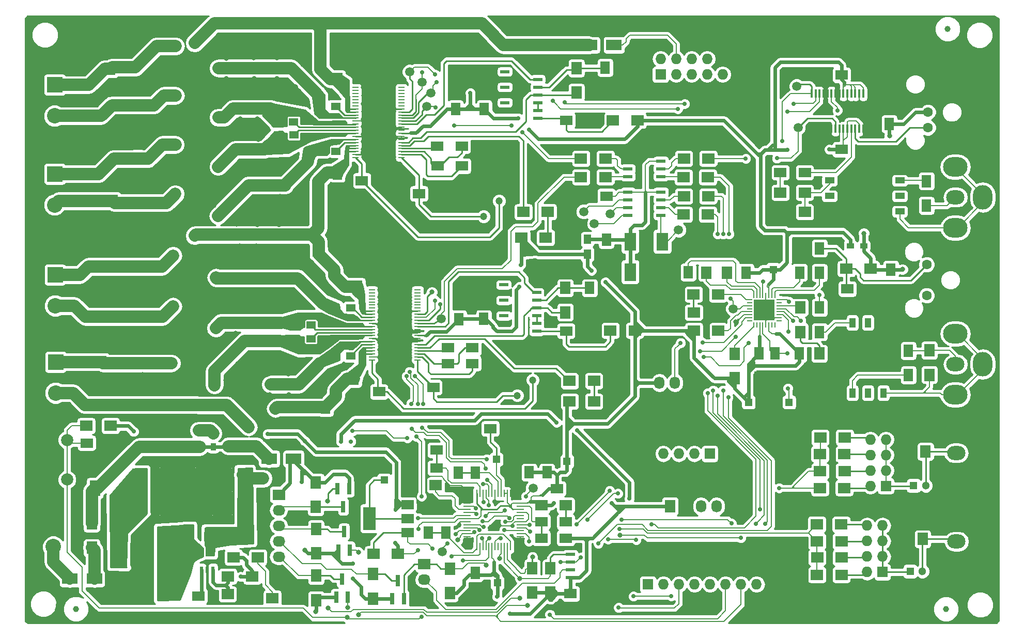
<source format=gtl>
%TF.GenerationSoftware,KiCad,Pcbnew,4.0.7*%
%TF.CreationDate,2018-07-03T10:31:08+02:00*%
%TF.ProjectId,smd_aio,736D645F61696F2E6B696361645F7063,rev?*%
%TF.FileFunction,Copper,L1,Top,Signal*%
%FSLAX46Y46*%
G04 Gerber Fmt 4.6, Leading zero omitted, Abs format (unit mm)*
G04 Created by KiCad (PCBNEW 4.0.7) date Tuesday, 03 July 2018 'AMt' 10:31:08*
%MOMM*%
%LPD*%
G01*
G04 APERTURE LIST*
%ADD10C,0.100000*%
%ADD11C,0.800000*%
%ADD12R,1.300000X0.250000*%
%ADD13R,0.250000X1.300000*%
%ADD14C,1.600000*%
%ADD15R,1.600000X2.000000*%
%ADD16R,2.000000X1.600000*%
%ADD17R,1.300000X1.300000*%
%ADD18C,1.300000*%
%ADD19R,2.499360X1.800860*%
%ADD20R,2.000000X1.700000*%
%ADD21R,1.700000X2.000000*%
%ADD22R,1.800860X2.499360*%
%ADD23R,1.200000X0.900000*%
%ADD24R,0.900000X1.200000*%
%ADD25R,1.250000X1.500000*%
%ADD26O,4.000000X3.200000*%
%ADD27O,3.200000X4.000000*%
%ADD28O,3.000000X2.300000*%
%ADD29C,1.400000*%
%ADD30R,2.032000X1.727200*%
%ADD31O,2.032000X1.727200*%
%ADD32R,1.727200X2.032000*%
%ADD33O,1.727200X2.032000*%
%ADD34R,1.727200X1.727200*%
%ADD35O,1.727200X1.727200*%
%ADD36R,2.540000X2.540000*%
%ADD37C,2.540000*%
%ADD38C,1.500000*%
%ADD39R,0.800000X1.900000*%
%ADD40R,2.000000X3.800000*%
%ADD41R,2.000000X1.500000*%
%ADD42C,1.200000*%
%ADD43C,2.000000*%
%ADD44R,1.550000X0.600000*%
%ADD45R,1.500000X0.600000*%
%ADD46R,1.000000X0.285000*%
%ADD47R,3.600000X6.400000*%
%ADD48R,0.279400X0.812800*%
%ADD49R,0.812800X0.279400*%
%ADD50R,3.352800X3.352800*%
%ADD51R,0.355600X1.447800*%
%ADD52R,0.600000X1.100000*%
%ADD53R,1.980000X3.000000*%
%ADD54C,1.000000*%
%ADD55R,1.500000X1.250000*%
%ADD56R,2.650000X3.500000*%
%ADD57R,1.600000X1.000000*%
%ADD58R,1.000000X1.600000*%
%ADD59C,0.700000*%
%ADD60C,0.200000*%
%ADD61C,0.280000*%
%ADD62C,0.250000*%
%ADD63C,0.600000*%
%ADD64C,2.000000*%
%ADD65C,0.254000*%
G04 APERTURE END LIST*
D10*
D11*
X46220000Y-94640000D03*
X68220000Y-75970000D03*
X62200000Y-79340000D03*
X59110000Y-79320000D03*
X58680000Y-76060000D03*
X62160000Y-75990000D03*
X64025000Y-74175000D03*
X51890000Y-76980000D03*
X53830000Y-74240000D03*
X48620000Y-73830000D03*
X53510000Y-69250000D03*
X49410000Y-66660000D03*
X53650000Y-51440000D03*
X57090000Y-51500000D03*
X60620000Y-51470000D03*
X49960000Y-48410000D03*
X52370000Y-45750000D03*
X57040000Y-34120000D03*
X51200000Y-31770000D03*
X51950000Y-27530000D03*
X51940000Y-24220000D03*
X54290000Y-34120000D03*
X64520000Y-25260000D03*
X60240000Y-24180000D03*
X140180000Y-65580000D03*
X141210000Y-66570000D03*
X139090000Y-66580000D03*
X141210000Y-64470000D03*
X38370000Y-77410000D03*
X38300000Y-76040000D03*
X34670000Y-76840000D03*
X33430000Y-78550000D03*
X29710000Y-78550000D03*
X34170000Y-19940000D03*
X32790000Y-19970000D03*
X31430000Y-19940000D03*
X38660000Y-37930000D03*
X37220000Y-37930000D03*
X35940000Y-37930000D03*
X39410000Y-44850000D03*
X35480000Y-44830000D03*
X34890000Y-53710000D03*
X33380000Y-53790000D03*
X31990000Y-53770000D03*
X31050000Y-64440000D03*
X32570000Y-64400000D03*
X34010000Y-64350000D03*
X36610000Y-60490000D03*
X38170000Y-60490000D03*
X39740000Y-60550000D03*
X49870000Y-71520000D03*
X59470000Y-72580000D03*
X56290000Y-72980000D03*
X59320000Y-65460000D03*
X53950000Y-65420000D03*
X56480000Y-65440000D03*
X60170000Y-30670000D03*
X56730000Y-30500000D03*
X60300000Y-43010000D03*
X56810000Y-43050000D03*
X59510000Y-62260000D03*
X56630000Y-62240000D03*
X54020000Y-62260000D03*
X59560000Y-55020000D03*
X56850000Y-54950000D03*
X54220000Y-55000000D03*
X83420000Y-55515000D03*
X81720000Y-55515000D03*
X80060000Y-55485000D03*
X78565000Y-55465000D03*
X77160000Y-55445000D03*
X53830000Y-49630000D03*
X56970000Y-46910000D03*
X60750000Y-46870000D03*
X57230000Y-37560000D03*
X56500000Y-24180000D03*
X56550000Y-27540000D03*
X60290000Y-27540000D03*
X78325000Y-60675000D03*
X79550000Y-60675000D03*
X80775000Y-60675000D03*
X82000000Y-60675000D03*
X77100000Y-60675000D03*
X77100000Y-73275000D03*
X82000000Y-73275000D03*
X80775000Y-73275000D03*
X79550000Y-73275000D03*
X78325000Y-73275000D03*
X77100000Y-72000000D03*
X82000000Y-72000000D03*
X80775000Y-72000000D03*
X79550000Y-72000000D03*
X78325000Y-72000000D03*
X77100000Y-70775000D03*
X82000000Y-70775000D03*
X80775000Y-70775000D03*
X79550000Y-70775000D03*
X78325000Y-70775000D03*
X77100000Y-69525000D03*
X82000000Y-69525000D03*
X80775000Y-69525000D03*
X79550000Y-69525000D03*
X78325000Y-69525000D03*
X77100000Y-68275000D03*
X82000000Y-68275000D03*
X80775000Y-68275000D03*
X79550000Y-68275000D03*
X78325000Y-68275000D03*
X77100000Y-67050000D03*
X82000000Y-67050000D03*
X80775000Y-67050000D03*
X79550000Y-67050000D03*
X78325000Y-67050000D03*
X77100000Y-65825000D03*
X82000000Y-65825000D03*
X80775000Y-65825000D03*
X79550000Y-65825000D03*
X78325000Y-65825000D03*
X77100000Y-64575000D03*
X82000000Y-64575000D03*
X80775000Y-64575000D03*
X79550000Y-64575000D03*
X78325000Y-64575000D03*
X77100000Y-63375000D03*
X82000000Y-63375000D03*
X80775000Y-63375000D03*
X79550000Y-63375000D03*
X78325000Y-63375000D03*
X77125000Y-62150000D03*
X82025000Y-62150000D03*
X80800000Y-62150000D03*
X79575000Y-62150000D03*
X78350000Y-62150000D03*
X78300000Y-74875000D03*
X79525000Y-74875000D03*
X80750000Y-74875000D03*
X77075000Y-74875000D03*
X75675000Y-27575000D03*
X76900000Y-27575000D03*
X78125000Y-27575000D03*
X79350000Y-27575000D03*
X74450000Y-27575000D03*
X75675000Y-30375000D03*
X76900000Y-30400000D03*
X78125000Y-30400000D03*
X79350000Y-30375000D03*
X74475000Y-30350000D03*
X75675000Y-31725000D03*
X76900000Y-31725000D03*
X78125000Y-31725000D03*
X79350000Y-31725000D03*
X74450000Y-31725000D03*
X75725000Y-32975000D03*
X76950000Y-32975000D03*
X78175000Y-32975000D03*
X79400000Y-32975000D03*
X74500000Y-32975000D03*
X73680000Y-24700000D03*
X63350000Y-28910000D03*
X79410000Y-24750000D03*
X77650000Y-24730000D03*
X75630000Y-24730000D03*
X74450000Y-34225000D03*
X79350000Y-34225000D03*
X78125000Y-34225000D03*
X76900000Y-34225000D03*
X75675000Y-34225000D03*
X74450000Y-35450000D03*
X79350000Y-35450000D03*
X78125000Y-35450000D03*
X76900000Y-35450000D03*
X75675000Y-35450000D03*
X74450000Y-36675000D03*
X79350000Y-36675000D03*
X78125000Y-36675000D03*
X76900000Y-36675000D03*
X75675000Y-36675000D03*
X74450000Y-37900000D03*
X79350000Y-37900000D03*
X78125000Y-37900000D03*
X76900000Y-37900000D03*
X75675000Y-37900000D03*
X74450000Y-39125000D03*
X79350000Y-39125000D03*
X78125000Y-39125000D03*
X76900000Y-39125000D03*
X75675000Y-39125000D03*
X74475000Y-40400000D03*
X79375000Y-40400000D03*
X78150000Y-40400000D03*
X76925000Y-40400000D03*
X75700000Y-40400000D03*
X74425000Y-28975000D03*
X79325000Y-28975000D03*
X78100000Y-28975000D03*
X76875000Y-28975000D03*
X75650000Y-28975000D03*
X75300000Y-41975000D03*
X76525000Y-41975000D03*
X77750000Y-41975000D03*
X78975000Y-41975000D03*
D12*
X91426000Y-97163000D03*
X91426000Y-97663000D03*
X91426000Y-98163000D03*
X91426000Y-98663000D03*
X91426000Y-99163000D03*
X91426000Y-99663000D03*
X91426000Y-100163000D03*
X91426000Y-100663000D03*
X91426000Y-101163000D03*
X91426000Y-101663000D03*
X91426000Y-102163000D03*
X91426000Y-102663000D03*
D13*
X93026000Y-104263000D03*
X93526000Y-104263000D03*
X94026000Y-104263000D03*
X94526000Y-104263000D03*
X95026000Y-104263000D03*
X95526000Y-104263000D03*
X96026000Y-104263000D03*
X96526000Y-104263000D03*
X97026000Y-104263000D03*
X97526000Y-104263000D03*
X98026000Y-104263000D03*
X98526000Y-104263000D03*
D12*
X100126000Y-102663000D03*
X100126000Y-102163000D03*
X100126000Y-101663000D03*
X100126000Y-101163000D03*
X100126000Y-100663000D03*
X100126000Y-100163000D03*
X100126000Y-99663000D03*
X100126000Y-99163000D03*
X100126000Y-98663000D03*
X100126000Y-98163000D03*
X100126000Y-97663000D03*
X100126000Y-97163000D03*
D13*
X98526000Y-95563000D03*
X98026000Y-95563000D03*
X97526000Y-95563000D03*
X97026000Y-95563000D03*
X96526000Y-95563000D03*
X96026000Y-95563000D03*
X95526000Y-95563000D03*
X95026000Y-95563000D03*
X94526000Y-95563000D03*
X94026000Y-95563000D03*
X93526000Y-95563000D03*
X93026000Y-95563000D03*
D14*
X166751000Y-60563000D03*
X166751000Y-63103000D03*
X166751000Y-58023000D03*
D15*
X73491000Y-61663000D03*
X73491000Y-57663000D03*
D16*
X29100000Y-87275000D03*
X33100000Y-87275000D03*
D17*
X77851000Y-93363000D03*
D18*
X77851000Y-91363000D03*
D15*
X85051000Y-101963000D03*
X85051000Y-97963000D03*
X87951000Y-101963000D03*
X87951000Y-97963000D03*
D17*
X96401000Y-110213000D03*
D18*
X98401000Y-110213000D03*
D15*
X92800000Y-112610000D03*
X92800000Y-108610000D03*
D17*
X107801000Y-90313000D03*
D18*
X109801000Y-90313000D03*
D16*
X110151000Y-94763000D03*
X106151000Y-94763000D03*
D15*
X104526000Y-88088000D03*
X104526000Y-92088000D03*
X101626000Y-88088000D03*
X101626000Y-92088000D03*
D16*
X86401000Y-88438000D03*
X82401000Y-88438000D03*
X86401000Y-91388000D03*
X82401000Y-91388000D03*
D17*
X96226000Y-89963000D03*
D18*
X98226000Y-89963000D03*
D16*
X112401000Y-111963000D03*
X108401000Y-111963000D03*
D15*
X92801000Y-92163000D03*
X92801000Y-88163000D03*
D16*
X95251000Y-84913000D03*
X99251000Y-84913000D03*
D15*
X90001000Y-92163000D03*
X90001000Y-88163000D03*
D16*
X107601000Y-102863000D03*
X103601000Y-102863000D03*
X107601000Y-100213000D03*
X103601000Y-100213000D03*
D17*
X164601000Y-94263000D03*
D18*
X166601000Y-94263000D03*
D17*
X164051000Y-108313000D03*
D18*
X166051000Y-108313000D03*
D16*
X107726000Y-34388000D03*
X111726000Y-34388000D03*
D15*
X114076000Y-25763000D03*
X114076000Y-29763000D03*
X94261000Y-32553000D03*
X94261000Y-28553000D03*
X89531000Y-32553000D03*
X89531000Y-28553000D03*
D16*
X90576000Y-41868000D03*
X86576000Y-41868000D03*
X90551000Y-38593000D03*
X86551000Y-38593000D03*
X87551000Y-46393000D03*
X83551000Y-46393000D03*
X74201000Y-44288000D03*
X78201000Y-44288000D03*
D15*
X70181000Y-43093000D03*
X70181000Y-47093000D03*
X70251000Y-27613000D03*
X70251000Y-23613000D03*
D16*
X67041000Y-50293000D03*
X63041000Y-50293000D03*
X67426000Y-21563000D03*
X63426000Y-21563000D03*
D15*
X33426000Y-47613000D03*
X33426000Y-51613000D03*
X37451000Y-40688000D03*
X37451000Y-44688000D03*
X37326000Y-31913000D03*
X37326000Y-35913000D03*
X32976000Y-25963000D03*
X32976000Y-21963000D03*
X137176000Y-59338000D03*
X137176000Y-55338000D03*
X139310999Y-72598000D03*
X139310999Y-76598000D03*
D17*
X141626000Y-58838000D03*
D18*
X141626000Y-56838000D03*
D17*
X137551000Y-80613000D03*
D18*
X137551000Y-82613000D03*
D15*
X145926000Y-59338000D03*
X145926000Y-55338000D03*
X145876000Y-76613000D03*
X145876000Y-72613000D03*
X141900000Y-72600000D03*
X141900000Y-76600000D03*
D17*
X144201000Y-80613000D03*
D18*
X144201000Y-82613000D03*
D16*
X152801000Y-26963000D03*
X148801000Y-26963000D03*
X152801000Y-39163000D03*
X148801000Y-39163000D03*
D15*
X160639001Y-35000000D03*
X160639001Y-31000000D03*
D16*
X153751000Y-62013000D03*
X157751000Y-62013000D03*
D15*
X160876000Y-58838000D03*
X160876000Y-62838000D03*
X149201000Y-55363000D03*
X149201000Y-59363000D03*
X39775000Y-87900000D03*
X39775000Y-83900000D03*
X43425000Y-87900000D03*
X43425000Y-83900000D03*
X49400000Y-102050000D03*
X49400000Y-98050000D03*
X52100000Y-102050000D03*
X52100000Y-98050000D03*
D16*
X43425000Y-112375000D03*
X47425000Y-112375000D03*
X38050000Y-97750000D03*
X42050000Y-97750000D03*
X38050000Y-94950000D03*
X42050000Y-94950000D03*
X38050000Y-92175000D03*
X42050000Y-92175000D03*
X107651000Y-68913000D03*
X111651000Y-68913000D03*
D15*
X111526000Y-61863000D03*
X111526000Y-65863000D03*
X94176000Y-66938000D03*
X94176000Y-62938000D03*
X90101000Y-66963000D03*
X90101000Y-62963000D03*
D16*
X92276000Y-74238000D03*
X88276000Y-74238000D03*
X92301000Y-71663000D03*
X88301000Y-71663000D03*
X89901000Y-78163000D03*
X85901000Y-78163000D03*
X77001000Y-78888000D03*
X81001000Y-78888000D03*
D15*
X72901000Y-76713000D03*
X72901000Y-80713000D03*
X68276000Y-81488000D03*
X68276000Y-85488000D03*
D16*
X67111000Y-56003000D03*
X63111000Y-56003000D03*
D15*
X36376000Y-81013000D03*
X36376000Y-77013000D03*
X31571000Y-73993000D03*
X31571000Y-77993000D03*
X38021000Y-66583000D03*
X38021000Y-62583000D03*
X32311000Y-58353000D03*
X32311000Y-62353000D03*
X114251000Y-53963000D03*
X114251000Y-57963000D03*
D16*
X114251000Y-46813000D03*
X110251000Y-46813000D03*
D19*
X59001020Y-89850000D03*
X62998980Y-89850000D03*
X111512040Y-22050000D03*
X115510000Y-22050000D03*
D20*
X104321000Y-53643000D03*
X100321000Y-53643000D03*
D21*
X149176000Y-76613000D03*
X149176000Y-72613000D03*
D20*
X132576499Y-65898500D03*
X128576499Y-65898500D03*
D19*
X30348980Y-109525000D03*
X26351020Y-109525000D03*
D22*
X30450000Y-90701020D03*
X30450000Y-94698980D03*
X45825000Y-101873980D03*
X45825000Y-97876020D03*
D20*
X112226000Y-80463000D03*
X108226000Y-80463000D03*
X63525000Y-112750000D03*
X59525000Y-112750000D03*
D21*
X29925000Y-100450000D03*
X29925000Y-104450000D03*
D23*
X154228833Y-54962500D03*
X156428833Y-54962500D03*
D24*
X49825000Y-87900000D03*
X49825000Y-85700000D03*
D25*
X111151000Y-56363000D03*
X111151000Y-53863000D03*
D26*
X171601000Y-83913000D03*
X171601000Y-93913000D03*
D27*
X176101000Y-88913000D03*
D28*
X171601000Y-88913000D03*
D26*
X171626000Y-98413000D03*
X171626000Y-108413000D03*
D27*
X176126000Y-103413000D03*
D28*
X171626000Y-103413000D03*
D29*
X50626000Y-50063000D03*
X43626000Y-46463000D03*
X50651000Y-41988000D03*
X43651000Y-38388000D03*
X50670000Y-33930000D03*
X43670000Y-30330000D03*
X50670000Y-25850000D03*
X43670000Y-22250000D03*
X59226000Y-77663000D03*
X55626000Y-84663000D03*
X50026000Y-77813000D03*
X43026000Y-74213000D03*
X50261000Y-68473000D03*
X43261000Y-64873000D03*
X50271000Y-60143000D03*
X43271000Y-56543000D03*
D30*
X60575000Y-95750000D03*
D31*
X60575000Y-98290000D03*
X60575000Y-100830000D03*
X60575000Y-103370000D03*
X60575000Y-105910000D03*
X60575000Y-108450000D03*
D32*
X124701000Y-97638000D03*
D33*
X127241000Y-97638000D03*
X129781000Y-97638000D03*
X132321000Y-97638000D03*
D30*
X84429333Y-107143000D03*
D31*
X84429333Y-109683000D03*
X84429333Y-112223000D03*
D34*
X123151000Y-26863000D03*
D35*
X123151000Y-24323000D03*
X125691000Y-26863000D03*
X125691000Y-24323000D03*
X128231000Y-26863000D03*
X128231000Y-24323000D03*
X130771000Y-26863000D03*
X130771000Y-24323000D03*
X133311000Y-26863000D03*
X133311000Y-24323000D03*
D34*
X121076000Y-110438000D03*
D35*
X121076000Y-107898000D03*
X123616000Y-110438000D03*
X123616000Y-107898000D03*
X126156000Y-110438000D03*
X126156000Y-107898000D03*
X128696000Y-110438000D03*
X128696000Y-107898000D03*
X131236000Y-110438000D03*
X131236000Y-107898000D03*
X133776000Y-110438000D03*
X133776000Y-107898000D03*
X136316000Y-110438000D03*
X136316000Y-107898000D03*
X138856000Y-110438000D03*
X138856000Y-107898000D03*
D34*
X160065000Y-94324000D03*
D35*
X157525000Y-94324000D03*
X160065000Y-91784000D03*
X157525000Y-91784000D03*
X160065000Y-89244000D03*
X157525000Y-89244000D03*
X160065000Y-86704000D03*
X157525000Y-86704000D03*
D34*
X159526000Y-108438000D03*
D35*
X156986000Y-108438000D03*
X159526000Y-105898000D03*
X156986000Y-105898000D03*
X159526000Y-103358000D03*
X156986000Y-103358000D03*
X159526000Y-100818000D03*
X156986000Y-100818000D03*
D36*
X23851000Y-43173000D03*
D37*
X23851000Y-48253000D03*
D36*
X23851000Y-28573000D03*
D37*
X23851000Y-33653000D03*
D14*
X166976000Y-33063000D03*
X166976000Y-35603000D03*
X166976000Y-30523000D03*
D36*
X23622000Y-99187000D03*
D37*
X23622000Y-104267000D03*
D36*
X24001000Y-74003000D03*
D37*
X24001000Y-79083000D03*
D36*
X23921000Y-59713000D03*
D37*
X23921000Y-64793000D03*
D38*
X102251000Y-94663000D03*
X84811000Y-32123000D03*
X135051000Y-65263000D03*
X145666381Y-35591000D03*
X87201000Y-66888000D03*
X126100000Y-52350000D03*
X87401000Y-105063000D03*
X85500000Y-29900000D03*
X84051000Y-28163000D03*
X82051000Y-26453000D03*
X145451000Y-28813000D03*
X112301000Y-51313000D03*
X114901000Y-49713000D03*
X110551000Y-49363000D03*
D39*
X72101000Y-94738000D03*
X70201000Y-94738000D03*
X71151000Y-97738000D03*
X70316952Y-104818000D03*
X72216952Y-104818000D03*
X71266952Y-101818000D03*
X79176000Y-112813000D03*
X81076000Y-112813000D03*
X80126000Y-109813000D03*
X69976952Y-112568000D03*
X71876952Y-112568000D03*
X70926952Y-109568000D03*
D40*
X75401000Y-99663000D03*
D41*
X81701000Y-99663000D03*
X81701000Y-97363000D03*
X81701000Y-101963000D03*
D20*
X33025000Y-84450000D03*
X29025000Y-84450000D03*
D21*
X76026000Y-112763000D03*
X76026000Y-108763000D03*
X66676000Y-113013000D03*
X66676000Y-109013000D03*
X66663500Y-93750500D03*
X66663500Y-97750500D03*
X66701000Y-105388000D03*
X66701000Y-101388000D03*
D20*
X80101000Y-105463000D03*
X76101000Y-105463000D03*
D21*
X88643500Y-111855499D03*
X88643500Y-107855499D03*
D20*
X86301000Y-94213000D03*
X82301000Y-94213000D03*
D21*
X102101000Y-111813000D03*
X102101000Y-107813000D03*
D20*
X103601000Y-97513000D03*
X107601000Y-97513000D03*
D21*
X105101000Y-111813000D03*
X105101000Y-107813000D03*
X166573000Y-88691000D03*
X166573000Y-84691000D03*
X166101000Y-103013000D03*
X166101000Y-99013000D03*
D20*
X149251000Y-94663000D03*
X153251000Y-94663000D03*
X149266000Y-89094000D03*
X153266000Y-89094000D03*
X148779000Y-108889000D03*
X152779000Y-108889000D03*
X148779000Y-103393000D03*
X152779000Y-103393000D03*
X149301000Y-91913000D03*
X153301000Y-91913000D03*
X149316000Y-86350000D03*
X153316000Y-86350000D03*
X148801000Y-106063000D03*
X152801000Y-106063000D03*
X148751000Y-100613000D03*
X152751000Y-100613000D03*
X119351000Y-34438000D03*
X115351000Y-34438000D03*
D21*
X109351000Y-29838000D03*
X109351000Y-25838000D03*
D20*
X104651000Y-49393000D03*
X100651000Y-49393000D03*
D21*
X134026000Y-55363000D03*
X134026000Y-59363000D03*
X130651000Y-55338000D03*
X130651000Y-59338000D03*
X135301000Y-76663000D03*
X135301000Y-72663000D03*
D20*
X128615501Y-68893500D03*
X132615501Y-68893500D03*
D21*
X146001000Y-69088000D03*
X146001000Y-65088000D03*
D20*
X128551000Y-62913000D03*
X132551000Y-62913000D03*
X157576000Y-58738000D03*
X153576000Y-58738000D03*
X52200000Y-112050000D03*
X56200000Y-112050000D03*
X56225000Y-109150000D03*
X52225000Y-109150000D03*
X118926000Y-68838000D03*
X114926000Y-68838000D03*
D21*
X107526000Y-65863000D03*
X107526000Y-61863000D03*
D20*
X112226000Y-77113000D03*
X108226000Y-77113000D03*
X130901000Y-43713000D03*
X126901000Y-43713000D03*
X110101000Y-40663000D03*
X114101000Y-40663000D03*
X110101000Y-43713000D03*
X114101000Y-43713000D03*
X130901000Y-49813000D03*
X126901000Y-49813000D03*
X130951000Y-46813000D03*
X126951000Y-46813000D03*
X130951000Y-40663000D03*
X126951000Y-40663000D03*
X53150000Y-106000000D03*
X57150000Y-106000000D03*
D42*
X94141000Y-50143000D03*
X91601000Y-47603000D03*
X96681000Y-47603000D03*
X99651000Y-79488000D03*
X97111000Y-76948000D03*
X102191000Y-76948000D03*
D43*
X25875000Y-93275000D03*
X21375000Y-93275000D03*
X25875000Y-86775000D03*
X21375000Y-86775000D03*
D44*
X113792905Y-109363000D03*
X113792905Y-108093000D03*
X113792905Y-106823000D03*
X113792905Y-105553000D03*
X108392905Y-105553000D03*
X108392905Y-106823000D03*
X108392905Y-108093000D03*
X108392905Y-109363000D03*
D45*
X103026000Y-34048000D03*
X103026000Y-32778000D03*
X103026000Y-31508000D03*
X103026000Y-30238000D03*
X103026000Y-28968000D03*
X103026000Y-27698000D03*
X103026000Y-26428000D03*
X97626000Y-26428000D03*
X97626000Y-27698000D03*
X97626000Y-28968000D03*
X97626000Y-30238000D03*
X97626000Y-31508000D03*
X97626000Y-32778000D03*
X97626000Y-34048000D03*
D46*
X80676000Y-40513000D03*
X80676000Y-40013000D03*
X80676000Y-39513000D03*
X80676000Y-39013000D03*
X80676000Y-38513000D03*
X80676000Y-38013000D03*
X80676000Y-37513000D03*
X80676000Y-37013000D03*
X80676000Y-36513000D03*
X80676000Y-36013000D03*
X80676000Y-35513000D03*
X80676000Y-35013000D03*
X80676000Y-34513000D03*
X80676000Y-34013000D03*
X80676000Y-33513000D03*
X80676000Y-33013000D03*
X80676000Y-32513000D03*
X80676000Y-32013000D03*
X80676000Y-31513000D03*
X80676000Y-31013000D03*
X80676000Y-30513000D03*
X80676000Y-30013000D03*
X80676000Y-29513000D03*
X80676000Y-29013000D03*
X73176000Y-29013000D03*
X73176000Y-29513000D03*
X73176000Y-30013000D03*
X73176000Y-30513000D03*
X73176000Y-31013000D03*
X73176000Y-31513000D03*
X73176000Y-32013000D03*
X73176000Y-32513000D03*
X73176000Y-33013000D03*
X73176000Y-33513000D03*
X73176000Y-34013000D03*
X73176000Y-34513000D03*
X73176000Y-35013000D03*
X73176000Y-35513000D03*
X73176000Y-36013000D03*
X73176000Y-36513000D03*
X73176000Y-37013000D03*
X73176000Y-37513000D03*
X73176000Y-38013000D03*
X73176000Y-38513000D03*
X73176000Y-39013000D03*
X73176000Y-39513000D03*
X73176000Y-40013000D03*
X73176000Y-40513000D03*
D47*
X76926000Y-34763000D03*
D48*
X141900999Y-63112700D03*
X141401000Y-63112700D03*
X140901001Y-63112700D03*
X140401000Y-63112700D03*
X139901000Y-63112700D03*
X139400999Y-63112700D03*
X138901000Y-63112700D03*
X138401001Y-63112700D03*
D49*
X137750700Y-63763001D03*
X137750700Y-64263000D03*
X137750700Y-64762999D03*
X137750700Y-65263000D03*
X137750700Y-65763000D03*
X137750700Y-66263001D03*
X137750700Y-66763000D03*
X137750700Y-67262999D03*
D48*
X138401001Y-67913300D03*
X138901000Y-67913300D03*
X139400999Y-67913300D03*
X139901000Y-67913300D03*
X140401000Y-67913300D03*
X140901001Y-67913300D03*
X141401000Y-67913300D03*
X141900999Y-67913300D03*
D49*
X142551300Y-67262999D03*
X142551300Y-66763000D03*
X142551300Y-66263001D03*
X142551300Y-65763000D03*
X142551300Y-65263000D03*
X142551300Y-64762999D03*
X142551300Y-64263000D03*
X142551300Y-63763001D03*
D50*
X140151000Y-65513000D03*
D51*
X156356381Y-30013501D03*
X155706380Y-30013501D03*
X155056381Y-30013501D03*
X154406380Y-30013501D03*
X153756382Y-30013501D03*
X153106380Y-30013501D03*
X152456382Y-30013501D03*
X151806383Y-30013501D03*
X151156382Y-30013501D03*
X150506383Y-30013501D03*
X149856382Y-30013501D03*
X149206383Y-30013501D03*
X148556382Y-30013501D03*
X147906383Y-30013501D03*
X147906381Y-35779301D03*
X148556382Y-35779301D03*
X149206381Y-35779301D03*
X149856382Y-35779301D03*
X150506380Y-35779301D03*
X151156382Y-35779301D03*
X151806380Y-35779301D03*
X152456382Y-35779301D03*
X153106380Y-35779301D03*
X153756382Y-35779301D03*
X154406380Y-35779301D03*
X155056381Y-35779301D03*
X155706380Y-35779301D03*
X156356381Y-35779301D03*
D52*
X47900000Y-108025000D03*
X48850000Y-108025000D03*
X49800000Y-108025000D03*
X49800000Y-105325000D03*
X48850000Y-105325000D03*
X47900000Y-105325000D03*
D45*
X102826000Y-68973000D03*
X102826000Y-67703000D03*
X102826000Y-66433000D03*
X102826000Y-65163000D03*
X102826000Y-63893000D03*
X102826000Y-62623000D03*
X102826000Y-61353000D03*
X97426000Y-61353000D03*
X97426000Y-62623000D03*
X97426000Y-63893000D03*
X97426000Y-65163000D03*
X97426000Y-66433000D03*
X97426000Y-67703000D03*
X97426000Y-68973000D03*
D46*
X83326000Y-73663000D03*
X83326000Y-73163000D03*
X83326000Y-72663000D03*
X83326000Y-72163000D03*
X83326000Y-71663000D03*
X83326000Y-71163000D03*
X83326000Y-70663000D03*
X83326000Y-70163000D03*
X83326000Y-69663000D03*
X83326000Y-69163000D03*
X83326000Y-68663000D03*
X83326000Y-68163000D03*
X83326000Y-67663000D03*
X83326000Y-67163000D03*
X83326000Y-66663000D03*
X83326000Y-66163000D03*
X83326000Y-65663000D03*
X83326000Y-65163000D03*
X83326000Y-64663000D03*
X83326000Y-64163000D03*
X83326000Y-63663000D03*
X83326000Y-63163000D03*
X83326000Y-62663000D03*
X83326000Y-62163000D03*
X75826000Y-62163000D03*
X75826000Y-62663000D03*
X75826000Y-63163000D03*
X75826000Y-63663000D03*
X75826000Y-64163000D03*
X75826000Y-64663000D03*
X75826000Y-65163000D03*
X75826000Y-65663000D03*
X75826000Y-66163000D03*
X75826000Y-66663000D03*
X75826000Y-67163000D03*
X75826000Y-67663000D03*
X75826000Y-68163000D03*
X75826000Y-68663000D03*
X75826000Y-69163000D03*
X75826000Y-69663000D03*
X75826000Y-70163000D03*
X75826000Y-70663000D03*
X75826000Y-71163000D03*
X75826000Y-71663000D03*
X75826000Y-72163000D03*
X75826000Y-72663000D03*
X75826000Y-73163000D03*
X75826000Y-73663000D03*
D47*
X79576000Y-67913000D03*
D45*
X123201000Y-49958000D03*
X123201000Y-48688000D03*
X123201000Y-47418000D03*
X123201000Y-46148000D03*
X123201000Y-44878000D03*
X123201000Y-43608000D03*
X123201000Y-42338000D03*
X123201000Y-41068000D03*
X117801000Y-41068000D03*
X117801000Y-42338000D03*
X117801000Y-43608000D03*
X117801000Y-44878000D03*
X117801000Y-46148000D03*
X117801000Y-47418000D03*
X117801000Y-48688000D03*
X117801000Y-49958000D03*
D53*
X118171000Y-59263000D03*
X123431000Y-59263000D03*
X123431000Y-54263000D03*
X118171000Y-54263000D03*
D54*
X169926000Y-114488000D03*
X27326000Y-114463000D03*
D38*
X35475000Y-94500000D03*
D18*
X52000000Y-93025000D03*
D17*
X54500000Y-93025000D03*
D55*
X60551000Y-36788000D03*
X63051000Y-36788000D03*
X67451000Y-39443000D03*
X69951000Y-39443000D03*
X67426000Y-32113000D03*
X69926000Y-32113000D03*
X60526000Y-34638000D03*
X63026000Y-34638000D03*
X63341000Y-70173000D03*
X65841000Y-70173000D03*
X69841000Y-73003000D03*
X72341000Y-73003000D03*
X69841000Y-65153000D03*
X72341000Y-65153000D03*
X63381000Y-67963000D03*
X65881000Y-67963000D03*
D54*
X170201000Y-19413000D03*
D11*
X92075000Y-26975000D03*
X92050000Y-60875000D03*
X135500000Y-67450000D03*
X139110000Y-64460000D03*
X103250000Y-84510000D03*
D56*
X41875000Y-105825000D03*
X34425000Y-105825000D03*
D11*
X45080000Y-94090000D03*
D34*
X131200000Y-89040000D03*
D35*
X131200000Y-91580000D03*
X128660000Y-89040000D03*
X128660000Y-91580000D03*
X126120000Y-89040000D03*
X126120000Y-91580000D03*
X123580000Y-89040000D03*
X123580000Y-91580000D03*
D16*
X146775000Y-42950000D03*
X142775000Y-42950000D03*
D15*
X166725000Y-44350000D03*
X166725000Y-48350000D03*
X163775000Y-72150000D03*
X163775000Y-76150000D03*
X149200000Y-69075000D03*
X149200000Y-65075000D03*
X127675000Y-59300000D03*
X127675000Y-55300000D03*
D26*
X171450000Y-42000000D03*
X171450000Y-52000000D03*
D27*
X175950000Y-47000000D03*
D28*
X171450000Y-47000000D03*
D26*
X171450000Y-69375000D03*
X171450000Y-79375000D03*
D27*
X175950000Y-74375000D03*
D28*
X171450000Y-74375000D03*
D32*
X128025000Y-77425000D03*
D33*
X125485000Y-77425000D03*
X122945000Y-77425000D03*
D20*
X142775000Y-46225000D03*
X146775000Y-46225000D03*
X146775000Y-49425000D03*
X142775000Y-49425000D03*
D21*
X167200000Y-72100000D03*
X167200000Y-76100000D03*
D57*
X150850000Y-44260000D03*
X150850000Y-46800000D03*
X150850000Y-49340000D03*
X162350000Y-49340000D03*
X162350000Y-46800000D03*
X162350000Y-44260000D03*
D58*
X154585000Y-79075000D03*
X157125000Y-79075000D03*
X159665000Y-79075000D03*
X159665000Y-67575000D03*
X157125000Y-67575000D03*
X154585000Y-67575000D03*
D59*
X72400000Y-87030000D03*
D11*
X71875000Y-114250000D03*
D59*
X135499998Y-69875000D03*
X83950002Y-115750000D03*
X144201000Y-64087999D03*
X152101000Y-32763000D03*
X129651000Y-72213000D03*
X83426000Y-99563000D03*
D11*
X71826000Y-115888000D03*
D59*
X95930000Y-96849990D03*
X95185374Y-101220614D03*
X49500000Y-111650000D03*
X100300000Y-107390000D03*
X92070000Y-103300000D03*
X94280000Y-111110000D03*
X90172220Y-100660641D03*
X99475000Y-94050000D03*
X86100000Y-96370000D03*
X90880000Y-113340000D03*
X54210000Y-111770000D03*
X110020000Y-34370000D03*
X98919001Y-100868154D03*
X100425000Y-103575000D03*
D11*
X72325000Y-82225000D03*
D59*
X83450000Y-101400000D03*
X115150000Y-97125000D03*
X105625000Y-97100000D03*
X58725000Y-85825000D03*
X83375000Y-104825000D03*
X98451000Y-115287991D03*
X36800000Y-85400000D03*
X54350000Y-109200000D03*
X33800000Y-95675000D03*
X91975000Y-29925000D03*
X150801000Y-39163000D03*
X143951000Y-39238000D03*
X99826000Y-34038000D03*
X101551000Y-35963000D03*
X99976000Y-61663000D03*
X100251000Y-58113000D03*
X114101000Y-60913000D03*
X111851000Y-59038000D03*
X96326000Y-112438000D03*
X79726000Y-98163000D03*
X79626000Y-103663000D03*
X64826000Y-86938000D03*
D11*
X47450000Y-85225000D03*
X58025000Y-93100000D03*
X60026000Y-81638000D03*
X46776000Y-53313000D03*
X46776000Y-21738000D03*
D59*
X144025000Y-78300000D03*
X143900000Y-72550000D03*
D11*
X162801000Y-58813000D03*
X160651000Y-36913000D03*
X156451000Y-52913000D03*
D59*
X64325000Y-93675000D03*
X72751000Y-109538000D03*
X72751000Y-107063000D03*
D11*
X64826000Y-104838000D03*
X66601000Y-114888000D03*
D59*
X70750000Y-87025000D03*
X118026000Y-96388000D03*
X109501000Y-85188000D03*
X106101000Y-83938000D03*
X116151000Y-95563000D03*
X111151000Y-99863000D03*
X101651000Y-100713000D03*
X114818630Y-95089879D03*
X109401000Y-100613000D03*
X101751000Y-101813000D03*
D11*
X96801000Y-106213000D03*
X94553530Y-107280714D03*
X73651000Y-115399990D03*
X101350000Y-113900000D03*
D59*
X121700000Y-100650000D03*
X119151000Y-103113021D03*
X114551000Y-103063000D03*
X110051000Y-106063000D03*
X130851000Y-79113000D03*
D11*
X73626000Y-105188000D03*
X102151000Y-105963000D03*
D59*
X106751000Y-106813000D03*
D11*
X100100006Y-112700000D03*
D59*
X131749996Y-78650000D03*
X139451008Y-98113000D03*
X105001000Y-115388000D03*
D11*
X100101000Y-109463000D03*
X68651000Y-114313000D03*
X68601000Y-96813000D03*
D59*
X89600000Y-102250000D03*
X97551377Y-101513723D03*
X116276000Y-114263000D03*
X96901000Y-102867880D03*
X87026000Y-64563000D03*
X84247328Y-80920148D03*
X107451000Y-31449990D03*
X127100010Y-31700000D03*
X84076000Y-84738000D03*
X82901000Y-76288000D03*
X86451000Y-28163000D03*
X144901000Y-31663000D03*
X94651000Y-89913000D03*
X124901000Y-112363000D03*
X118701000Y-112413000D03*
X95076000Y-102867880D03*
D11*
X85676000Y-62538000D03*
D59*
X81501000Y-76349900D03*
X82250000Y-80850000D03*
X105450000Y-31200000D03*
X143918313Y-33000010D03*
X125960442Y-32514215D03*
X82351000Y-84913000D03*
X86201000Y-26863000D03*
X94451000Y-91463000D03*
X142201000Y-40613000D03*
X137101000Y-40663000D03*
X94140000Y-96940000D03*
X94950373Y-97511732D03*
X94076000Y-93963000D03*
X94726000Y-93313000D03*
D11*
X116481815Y-102348846D03*
D59*
X97717129Y-100213712D03*
X136300000Y-102850000D03*
X101051000Y-96063000D03*
X138751000Y-100513000D03*
X132501000Y-79513000D03*
X132500997Y-53063000D03*
X140300000Y-100500000D03*
X133400000Y-78650000D03*
X133401000Y-53063000D03*
X86257664Y-32312987D03*
X89275000Y-35225000D03*
X98701000Y-35288000D03*
X100501000Y-36388000D03*
X134651000Y-63613000D03*
X134401000Y-53013000D03*
X137550000Y-70900000D03*
X92621609Y-101857457D03*
D11*
X89900420Y-103151260D03*
D59*
X130200990Y-73213000D03*
X144101000Y-69013000D03*
X88251000Y-103763000D03*
X93930000Y-102880000D03*
X72676000Y-85313000D03*
X84026000Y-26513000D03*
X81651000Y-86438000D03*
X134232086Y-79787180D03*
X143099998Y-37750000D03*
X101551000Y-103363000D03*
X112924542Y-103763000D03*
X90751000Y-106563000D03*
X85801000Y-104563000D03*
X116750000Y-99820000D03*
X94450000Y-99224999D03*
X142575000Y-94650000D03*
X97575000Y-98325000D03*
X92840074Y-98006669D03*
X134750000Y-100450000D03*
X116434542Y-101400011D03*
X93950294Y-100119168D03*
X98372127Y-99572127D03*
X92975000Y-98900002D03*
X94166855Y-100992737D03*
X146151000Y-67213000D03*
X93473186Y-101566187D03*
X144851010Y-67259068D03*
X83349784Y-80853538D03*
X82006331Y-75605143D03*
X86176000Y-63913000D03*
X83101000Y-86213000D03*
X83976000Y-96013000D03*
X88926000Y-105888000D03*
X149150000Y-63000000D03*
X139925000Y-60800000D03*
X130025000Y-70800000D03*
X126425000Y-70875000D03*
D60*
X72400000Y-87050000D02*
X72400000Y-87030000D01*
X71876952Y-114248048D02*
X71875000Y-114250000D01*
X71876952Y-112568000D02*
X71876952Y-114248048D01*
X135149999Y-70224999D02*
X135499998Y-69875000D01*
X133161998Y-72213000D02*
X135149999Y-70224999D01*
X129651000Y-72213000D02*
X133161998Y-72213000D01*
X71826000Y-115888000D02*
X72038000Y-116100000D01*
X72038000Y-116100000D02*
X83600003Y-116099999D01*
X83600003Y-116099999D02*
X83950002Y-115750000D01*
X71826000Y-115888000D02*
X66138000Y-115888000D01*
X66138000Y-115888000D02*
X64600000Y-114350000D01*
X64600000Y-114350000D02*
X31175000Y-114350000D01*
X31175000Y-114350000D02*
X28350000Y-111525000D01*
X28350000Y-111525000D02*
X28350000Y-107675000D01*
X28350000Y-107675000D02*
X25875000Y-105200000D01*
X25875000Y-105200000D02*
X25875000Y-93275000D01*
X29100000Y-87275000D02*
X26375000Y-87275000D01*
X26375000Y-87275000D02*
X25875000Y-86775000D01*
X29025000Y-84450000D02*
X26625000Y-84450000D01*
X26625000Y-84450000D02*
X25875000Y-85200000D01*
X25875000Y-85200000D02*
X25875000Y-86775000D01*
X144201000Y-64087999D02*
X143876002Y-63763001D01*
X143876002Y-63763001D02*
X142551300Y-63763001D01*
X152101000Y-32763000D02*
X152101000Y-32268026D01*
X152101000Y-32268026D02*
X151156382Y-31323408D01*
X151156382Y-31323408D02*
X151156382Y-30937401D01*
X151156382Y-30937401D02*
X151156382Y-30013501D01*
X83426000Y-99563000D02*
X89226000Y-99563000D01*
X89676000Y-99163000D02*
X91426000Y-99163000D01*
X89626000Y-99163000D02*
X89676000Y-99163000D01*
X89226000Y-99563000D02*
X89626000Y-99163000D01*
X25935000Y-92837000D02*
X25935000Y-92847000D01*
X25935000Y-92837000D02*
X25935000Y-86337000D01*
X140401000Y-63112700D02*
X140401000Y-65263000D01*
X140401000Y-65263000D02*
X140151000Y-65513000D01*
X140151000Y-65513000D02*
X140180000Y-65580000D01*
X137750700Y-66263001D02*
X136786999Y-66263001D01*
X136786999Y-66263001D02*
X135625000Y-67425000D01*
X135625000Y-67425000D02*
X135525000Y-67425000D01*
X135525000Y-67425000D02*
X135500000Y-67450000D01*
X85051000Y-97963000D02*
X84051000Y-97963000D01*
X84051000Y-97963000D02*
X83250000Y-97162000D01*
X83250000Y-97162000D02*
X83250000Y-96441998D01*
X83250000Y-96441998D02*
X83021001Y-96212999D01*
X82301000Y-95263000D02*
X82301000Y-94213000D01*
X83021001Y-96212999D02*
X83012999Y-96212999D01*
X83012999Y-96212999D02*
X82301000Y-95501000D01*
X82301000Y-95501000D02*
X82301000Y-95263000D01*
X98919001Y-100552955D02*
X98919001Y-100868154D01*
X99308956Y-100163000D02*
X98919001Y-100552955D01*
X100126000Y-100163000D02*
X99308956Y-100163000D01*
X95542275Y-100863713D02*
X95535373Y-100870615D01*
X98424027Y-100868154D02*
X98419586Y-100863713D01*
X98419586Y-100863713D02*
X95542275Y-100863713D01*
X98919001Y-100868154D02*
X98424027Y-100868154D01*
X95535373Y-100870615D02*
X95185374Y-101220614D01*
X96026000Y-96753990D02*
X95930000Y-96849990D01*
X96026000Y-95563000D02*
X96026000Y-96753990D01*
X48850000Y-108025000D02*
X48850000Y-111000000D01*
X48850000Y-111000000D02*
X49500000Y-111650000D01*
X79862000Y-32513000D02*
X79400000Y-32975000D01*
X80676000Y-32513000D02*
X79862000Y-32513000D01*
X156356381Y-36856381D02*
X156440000Y-36940000D01*
X156356381Y-35779301D02*
X156356381Y-36856381D01*
X152456382Y-35779301D02*
X152456382Y-37173618D01*
X152456382Y-37173618D02*
X152240000Y-37390000D01*
X151156382Y-35779301D02*
X151156382Y-36986382D01*
X151156382Y-36986382D02*
X151200000Y-37030000D01*
X150506380Y-35779301D02*
X150506380Y-37086380D01*
X150506380Y-37086380D02*
X150540000Y-37120000D01*
X151806383Y-30013501D02*
X151806383Y-28766383D01*
X151806383Y-28766383D02*
X151510000Y-28470000D01*
X152456382Y-30013501D02*
X152456382Y-31216382D01*
X152456382Y-31216382D02*
X152630000Y-31390000D01*
X153756382Y-30013501D02*
X153756382Y-31413618D01*
X153756382Y-31413618D02*
X153660000Y-31510000D01*
X100425000Y-103575000D02*
X100425000Y-107265000D01*
X100425000Y-107265000D02*
X100300000Y-107390000D01*
X91768000Y-103330000D02*
X92040000Y-103330000D01*
X92040000Y-103330000D02*
X92070000Y-103300000D01*
X91426000Y-102663000D02*
X91426000Y-102988000D01*
X91426000Y-102988000D02*
X91768000Y-103330000D01*
X91426000Y-97163000D02*
X91426000Y-95604000D01*
X87601001Y-93241001D02*
X87601001Y-93122999D01*
X91426000Y-95604000D02*
X91270000Y-95448000D01*
X88623010Y-94263010D02*
X87601001Y-93241001D01*
X85730000Y-96000000D02*
X86100000Y-96370000D01*
X91270000Y-95448000D02*
X91270000Y-95060000D01*
X91270000Y-95060000D02*
X90473010Y-94263010D01*
X90473010Y-94263010D02*
X88623010Y-94263010D01*
X85030000Y-92770000D02*
X84710000Y-93090000D01*
X87601001Y-93122999D02*
X87248002Y-92770000D01*
X85380000Y-96000000D02*
X85730000Y-96000000D01*
X87248002Y-92770000D02*
X85030000Y-92770000D01*
X84710000Y-93090000D02*
X84710000Y-95330000D01*
X84710000Y-95330000D02*
X85380000Y-96000000D01*
X90329698Y-100150000D02*
X90172220Y-100307478D01*
X90172220Y-100307478D02*
X90172220Y-100660641D01*
X91426000Y-100163000D02*
X90576000Y-100163000D01*
X90576000Y-100163000D02*
X90563000Y-100150000D01*
X90563000Y-100150000D02*
X90329698Y-100150000D01*
X91426000Y-97163000D02*
X91426000Y-96034000D01*
X98526000Y-95563000D02*
X98526000Y-94999000D01*
X98526000Y-94999000D02*
X99475000Y-94050000D01*
X87951000Y-97963000D02*
X87693000Y-97963000D01*
X87693000Y-97963000D02*
X86100000Y-96370000D01*
X92800000Y-112610000D02*
X91610000Y-112610000D01*
X91610000Y-112610000D02*
X90880000Y-113340000D01*
X56200000Y-112050000D02*
X54490000Y-112050000D01*
X54490000Y-112050000D02*
X54210000Y-111770000D01*
X155706380Y-30013501D02*
X155706380Y-31386380D01*
X155706380Y-31386380D02*
X155760000Y-31440000D01*
X150506383Y-30013501D02*
X150506383Y-30153617D01*
X150506383Y-30153617D02*
X150120000Y-30540000D01*
X150120000Y-30540000D02*
X150120000Y-31330000D01*
X149856382Y-30013501D02*
X150096499Y-30013501D01*
X150140000Y-29970000D02*
X150140000Y-28830000D01*
X150096499Y-30013501D02*
X150140000Y-29970000D01*
X111726000Y-34388000D02*
X110038000Y-34388000D01*
X110038000Y-34388000D02*
X110020000Y-34370000D01*
X42050000Y-92175000D02*
X42050000Y-94950000D01*
X42050000Y-94950000D02*
X42050000Y-97750000D01*
X42050000Y-97750000D02*
X42176020Y-97876020D01*
X42176020Y-97876020D02*
X49226020Y-97876020D01*
X49226020Y-97876020D02*
X49400000Y-98050000D01*
X49400000Y-98050000D02*
X52100000Y-98050000D01*
X52100000Y-98050000D02*
X52000000Y-97950000D01*
X52000000Y-97950000D02*
X52000000Y-92500000D01*
X142551300Y-66763000D02*
X141403000Y-66763000D01*
X141403000Y-66763000D02*
X141210000Y-66570000D01*
X140401000Y-67913300D02*
X140401000Y-65801000D01*
X140401000Y-65801000D02*
X140180000Y-65580000D01*
X75826000Y-73163000D02*
X76988000Y-73163000D01*
X76988000Y-73163000D02*
X77100000Y-73275000D01*
D61*
X83326000Y-70163000D02*
X82638000Y-70163000D01*
X82638000Y-70163000D02*
X82000000Y-69525000D01*
X83326000Y-69163000D02*
X82362000Y-69163000D01*
X82362000Y-69163000D02*
X82000000Y-69525000D01*
X83326000Y-69163000D02*
X83326000Y-68663000D01*
X83326000Y-70663000D02*
X82112000Y-70663000D01*
X82112000Y-70663000D02*
X82000000Y-70775000D01*
X83326000Y-65663000D02*
X82162000Y-65663000D01*
X82162000Y-65663000D02*
X82000000Y-65825000D01*
X75826000Y-70163000D02*
X76488000Y-70163000D01*
X76488000Y-70163000D02*
X77100000Y-70775000D01*
X75826000Y-67663000D02*
X76488000Y-67663000D01*
X76488000Y-67663000D02*
X77100000Y-68275000D01*
D60*
X101475000Y-99000000D02*
X101475000Y-99744000D01*
X100126000Y-98663000D02*
X101138000Y-98663000D01*
X101138000Y-98663000D02*
X101475000Y-99000000D01*
X101056000Y-100163000D02*
X100126000Y-100163000D01*
X101475000Y-99744000D02*
X101056000Y-100163000D01*
X100126000Y-102663000D02*
X100126000Y-103276000D01*
X100126000Y-103276000D02*
X100425000Y-103575000D01*
D61*
X72901000Y-80713000D02*
X72901000Y-81649000D01*
X72901000Y-81649000D02*
X72325000Y-82225000D01*
X73176000Y-40013000D02*
X73987000Y-40013000D01*
X73987000Y-40013000D02*
X74075000Y-39925000D01*
X74075000Y-39925000D02*
X74075000Y-39500000D01*
X74075000Y-39500000D02*
X74450000Y-39125000D01*
X73176000Y-37013000D02*
X74112000Y-37013000D01*
X74112000Y-37013000D02*
X74450000Y-36675000D01*
D60*
X73176000Y-34513000D02*
X74162000Y-34513000D01*
X74162000Y-34513000D02*
X74450000Y-34225000D01*
X80676000Y-37513000D02*
X80676000Y-37013000D01*
X80676000Y-36013000D02*
X80676000Y-35513000D01*
X80676000Y-35513000D02*
X80639000Y-35550000D01*
X80639000Y-35550000D02*
X79450000Y-35550000D01*
X79450000Y-35550000D02*
X79350000Y-35450000D01*
X80676000Y-37013000D02*
X79688000Y-37013000D01*
X79688000Y-37013000D02*
X79350000Y-36675000D01*
D61*
X80676000Y-32513000D02*
X80013000Y-32513000D01*
X80013000Y-32513000D02*
X80001000Y-32525000D01*
X80001000Y-32525000D02*
X79850000Y-32525000D01*
D62*
X160876000Y-62838000D02*
X164476000Y-62838000D01*
X164476000Y-62838000D02*
X166751000Y-60563000D01*
X160639001Y-31000000D02*
X163664000Y-31000000D01*
X164141000Y-30523000D02*
X166976000Y-30523000D01*
X163664000Y-31000000D02*
X164141000Y-30523000D01*
X75401000Y-99663000D02*
X81701000Y-99663000D01*
X77851000Y-93363000D02*
X76201000Y-93363000D01*
X75401000Y-94163000D02*
X75401000Y-99663000D01*
X76201000Y-93363000D02*
X75401000Y-94163000D01*
D60*
X98526000Y-104263000D02*
X98526000Y-103413000D01*
X98526000Y-103413000D02*
X97330870Y-102217870D01*
X97330870Y-102217870D02*
X93396130Y-102217870D01*
X93396130Y-102217870D02*
X93026000Y-102588000D01*
X93026000Y-102588000D02*
X93026000Y-103413000D01*
X93026000Y-103413000D02*
X93026000Y-104263000D01*
X93026000Y-104263000D02*
X93026000Y-104549000D01*
X93026000Y-104549000D02*
X92325000Y-105250000D01*
X92325000Y-105250000D02*
X90900000Y-105250000D01*
X90900000Y-105250000D02*
X87951000Y-102301000D01*
X87951000Y-102301000D02*
X87951000Y-101963000D01*
D62*
X87951000Y-101963000D02*
X85051000Y-101963000D01*
D60*
X83450000Y-100905026D02*
X83450000Y-101400000D01*
X84117026Y-100238000D02*
X83450000Y-100905026D01*
X89387000Y-100238000D02*
X84117026Y-100238000D01*
X89962000Y-99663000D02*
X89387000Y-100238000D01*
X91426000Y-99663000D02*
X89962000Y-99663000D01*
D63*
X111976000Y-102863000D02*
X111450000Y-102863000D01*
X111450000Y-102863000D02*
X111026000Y-102863000D01*
X111026000Y-103325000D02*
X111026000Y-103287000D01*
X111026000Y-103287000D02*
X111450000Y-102863000D01*
X111026000Y-103325000D02*
X111026000Y-108163000D01*
X111026000Y-102863000D02*
X111026000Y-103325000D01*
X111026000Y-102863000D02*
X110600000Y-102863000D01*
X110600000Y-102863000D02*
X107601000Y-102863000D01*
X111026000Y-103325000D02*
X111026000Y-103289000D01*
X111026000Y-103289000D02*
X110600000Y-102863000D01*
X114026000Y-84113000D02*
X114462000Y-84113000D01*
X114462000Y-84113000D02*
X118926000Y-79649000D01*
X118926000Y-79649000D02*
X118926000Y-77975000D01*
X144476000Y-52763000D02*
X143776000Y-52763000D01*
X143776000Y-52763000D02*
X143700000Y-52687000D01*
X144126000Y-53113000D02*
X143700000Y-52687000D01*
X143700000Y-52687000D02*
X143451000Y-52438000D01*
X143876000Y-53363000D02*
X143876000Y-52863000D01*
X143876000Y-52863000D02*
X143700000Y-52687000D01*
X118926000Y-77975000D02*
X118926000Y-77425000D01*
X119500000Y-77425000D02*
X119476000Y-77425000D01*
X119476000Y-77425000D02*
X118926000Y-77975000D01*
X119500000Y-77425000D02*
X118926000Y-77425000D01*
X121481400Y-77425000D02*
X119500000Y-77425000D01*
X118926000Y-77425000D02*
X118926000Y-76875000D01*
X118926000Y-76875000D02*
X118926000Y-69713000D01*
X119476000Y-77425000D02*
X118926000Y-76875000D01*
X122945000Y-77425000D02*
X121481400Y-77425000D01*
D62*
X93974734Y-98186734D02*
X96288266Y-98186734D01*
X96950000Y-97525000D02*
X98325000Y-97525000D01*
X96288266Y-98186734D02*
X96950000Y-97525000D01*
X93951000Y-98163000D02*
X93974734Y-98186734D01*
D60*
X98026000Y-95563000D02*
X98026000Y-97012000D01*
X98026000Y-97012000D02*
X98539000Y-97525000D01*
D63*
X80257000Y-97632000D02*
X80257000Y-97307000D01*
X79726000Y-97263000D02*
X79726000Y-96563000D01*
X80213000Y-97263000D02*
X79726000Y-97263000D01*
X80257000Y-97307000D02*
X80213000Y-97263000D01*
X79726000Y-98163000D02*
X79726000Y-96563000D01*
X79726000Y-98163000D02*
X80257000Y-97632000D01*
X80257000Y-97632000D02*
X80626000Y-97263000D01*
X116450000Y-97638000D02*
X115663000Y-97638000D01*
X117225000Y-97638000D02*
X116450000Y-97638000D01*
X116450000Y-97638000D02*
X116450000Y-98251000D01*
X116450000Y-98251000D02*
X116363000Y-98338000D01*
X116525000Y-98338000D02*
X117225000Y-97638000D01*
X116299000Y-98564000D02*
X116525000Y-98338000D01*
X116525000Y-98338000D02*
X116363000Y-98338000D01*
X116363000Y-98338000D02*
X115663000Y-97638000D01*
X124701000Y-97638000D02*
X117225000Y-97638000D01*
X116275000Y-98564000D02*
X116299000Y-98564000D01*
X116275000Y-98564000D02*
X111976000Y-102863000D01*
X115663000Y-97638000D02*
X115499999Y-97474999D01*
X115499999Y-97474999D02*
X115150000Y-97125000D01*
X105275001Y-97449999D02*
X105625000Y-97100000D01*
X105212000Y-97513000D02*
X105275001Y-97449999D01*
X103601000Y-97513000D02*
X105212000Y-97513000D01*
D60*
X98325000Y-97525000D02*
X98539000Y-97525000D01*
X98539000Y-97525000D02*
X98651000Y-97413000D01*
D62*
X98325000Y-97525000D02*
X98500000Y-97700000D01*
D60*
X98500000Y-97700000D02*
X98550000Y-97750000D01*
X98550000Y-97762000D02*
X98951000Y-98163000D01*
X98550000Y-97750000D02*
X98550000Y-97762000D01*
X98651000Y-97413000D02*
X98651000Y-97549000D01*
X98651000Y-97549000D02*
X98500000Y-97700000D01*
X93324000Y-99663000D02*
X93699998Y-99287002D01*
X93699998Y-98414002D02*
X93726000Y-98388000D01*
X91426000Y-99663000D02*
X93324000Y-99663000D01*
X93699998Y-99287002D02*
X93699998Y-98414002D01*
D63*
X63663000Y-85775000D02*
X58775000Y-85775000D01*
X58775000Y-85775000D02*
X58725000Y-85825000D01*
X64826000Y-86938000D02*
X63663000Y-85775000D01*
D60*
X83025001Y-105174999D02*
X83375000Y-104825000D01*
X80101000Y-105463000D02*
X82737000Y-105463000D01*
X82737000Y-105463000D02*
X83025001Y-105174999D01*
D63*
X105101000Y-111963000D02*
X101776009Y-115287991D01*
X105101000Y-111813000D02*
X105101000Y-111963000D01*
X101776009Y-115287991D02*
X98945974Y-115287991D01*
X98945974Y-115287991D02*
X98451000Y-115287991D01*
X85386011Y-35297989D02*
X84216011Y-35297989D01*
X88131000Y-32553000D02*
X85386011Y-35297989D01*
X89531000Y-32553000D02*
X88131000Y-32553000D01*
X83051000Y-36463000D02*
X82226000Y-36463000D01*
X84216011Y-35297989D02*
X83051000Y-36463000D01*
D60*
X84313000Y-69663000D02*
X84540000Y-69890000D01*
D63*
X85439000Y-69000000D02*
X84776000Y-69663000D01*
X90126000Y-66938000D02*
X88064000Y-69000000D01*
X94176000Y-66938000D02*
X90126000Y-66938000D01*
X88064000Y-69000000D02*
X85439000Y-69000000D01*
X56225000Y-109150000D02*
X56225000Y-108225000D01*
X54725000Y-106000000D02*
X53150000Y-106000000D01*
X55250000Y-106525000D02*
X54725000Y-106000000D01*
X55250000Y-107250000D02*
X55250000Y-106525000D01*
X56225000Y-108225000D02*
X55250000Y-107250000D01*
X36800000Y-85400000D02*
X36800000Y-85375000D01*
X36800000Y-85375000D02*
X35875000Y-84450000D01*
X35875000Y-84450000D02*
X33025000Y-84450000D01*
X56225000Y-109150000D02*
X56075000Y-109150000D01*
X56225000Y-109150000D02*
X56225000Y-109075000D01*
X54350000Y-109200000D02*
X56175000Y-109200000D01*
X56175000Y-109200000D02*
X56225000Y-109150000D01*
X35475000Y-94500000D02*
X34975000Y-94500000D01*
X34975000Y-94500000D02*
X33800000Y-95675000D01*
X35475000Y-94500000D02*
X37600000Y-94500000D01*
D60*
X37600000Y-94500000D02*
X38050000Y-94950000D01*
D63*
X34425000Y-105825000D02*
X34425000Y-103125000D01*
X34425000Y-103125000D02*
X38050000Y-99500000D01*
X38050000Y-99500000D02*
X38050000Y-94950000D01*
X38050000Y-94950000D02*
X38050000Y-92175000D01*
D60*
X140901000Y-61850000D02*
X140840000Y-61850000D01*
X140840000Y-61850000D02*
X140650000Y-61660000D01*
X140650000Y-61660000D02*
X140650000Y-61380000D01*
D61*
X83900000Y-69663000D02*
X84776000Y-69663000D01*
X83326000Y-69663000D02*
X83900000Y-69663000D01*
D60*
X83900000Y-69663000D02*
X84313000Y-69663000D01*
X107220000Y-111963000D02*
X107359905Y-111963000D01*
D63*
X108392905Y-109363000D02*
X108392905Y-110930000D01*
X108392905Y-110930000D02*
X108392905Y-111160000D01*
D60*
X107359905Y-111963000D02*
X108392905Y-110930000D01*
D63*
X107220000Y-111963000D02*
X105251000Y-111963000D01*
X108401000Y-111963000D02*
X107220000Y-111963000D01*
X108392905Y-111160000D02*
X108392905Y-111954905D01*
D60*
X107589905Y-111963000D02*
X108392905Y-111160000D01*
X107220000Y-111963000D02*
X107589905Y-111963000D01*
X95820000Y-109100000D02*
X96090000Y-109370000D01*
X95740000Y-109100000D02*
X95488000Y-109100000D01*
X96020000Y-109100000D02*
X95740000Y-109100000D01*
X95740000Y-109100000D02*
X95820000Y-109100000D01*
X95488000Y-109100000D02*
X95301000Y-108913000D01*
X96280000Y-109360000D02*
X96020000Y-109100000D01*
D63*
X96401000Y-109360000D02*
X96401000Y-110213000D01*
X96401000Y-108963000D02*
X96401000Y-109360000D01*
D60*
X96401000Y-109360000D02*
X96280000Y-109360000D01*
X95301000Y-108913000D02*
X96351000Y-108913000D01*
X96351000Y-108913000D02*
X96401000Y-108963000D01*
X103257000Y-95963000D02*
X103407000Y-95813000D01*
X103407000Y-95813000D02*
X103801000Y-95813000D01*
X103180000Y-95963000D02*
X103551000Y-95963000D01*
X102151000Y-95963000D02*
X103180000Y-95963000D01*
X103180000Y-95963000D02*
X103257000Y-95963000D01*
X101217000Y-97163000D02*
X101440000Y-96940000D01*
X101200000Y-97163000D02*
X101217000Y-97163000D01*
X101200000Y-97163000D02*
X101451000Y-97163000D01*
X100126000Y-97163000D02*
X101200000Y-97163000D01*
X101451000Y-97163000D02*
X101738500Y-96875500D01*
X153106380Y-28293380D02*
X153243000Y-28430000D01*
X153243000Y-28430000D02*
X153376000Y-28563000D01*
D63*
X152801000Y-27701000D02*
X153243000Y-28143000D01*
X153243000Y-28143000D02*
X153243000Y-28430000D01*
X152801000Y-26963000D02*
X152801000Y-27701000D01*
X142126000Y-39238000D02*
X143712000Y-39238000D01*
X143712000Y-39238000D02*
X143750000Y-39200000D01*
X143913000Y-39200000D02*
X143951000Y-39238000D01*
X143750000Y-39200000D02*
X143913000Y-39200000D01*
X139310999Y-72598000D02*
X138133999Y-73775000D01*
X138133999Y-73775000D02*
X137551000Y-74357999D01*
X138350000Y-74600000D02*
X138350000Y-73991001D01*
X138350000Y-73991001D02*
X138133999Y-73775000D01*
X138350000Y-74600000D02*
X137626000Y-74600000D01*
X145252000Y-74600000D02*
X138350000Y-74600000D01*
X137551000Y-74675000D02*
X137551000Y-75650000D01*
X137551000Y-75650000D02*
X137551000Y-79038000D01*
X138350000Y-74600000D02*
X138350000Y-74851000D01*
X138350000Y-74851000D02*
X137551000Y-75650000D01*
X137551000Y-74357999D02*
X137551000Y-74675000D01*
X137626000Y-74600000D02*
X137551000Y-74675000D01*
X145876000Y-73976000D02*
X145252000Y-74600000D01*
X145876000Y-72613000D02*
X145876000Y-73976000D01*
X134276000Y-77138000D02*
X134450000Y-77312000D01*
X134450000Y-77312000D02*
X135301000Y-78163000D01*
X135301000Y-76663000D02*
X135099000Y-76663000D01*
X135099000Y-76663000D02*
X134450000Y-77312000D01*
X94261000Y-32553000D02*
X92625000Y-32553000D01*
X92625000Y-32553000D02*
X91150000Y-32553000D01*
X91950000Y-31753000D02*
X91950000Y-31878000D01*
X91950000Y-31878000D02*
X92625000Y-32553000D01*
X91150000Y-32553000D02*
X89531000Y-32553000D01*
X91950000Y-30444974D02*
X91950000Y-31753000D01*
X91950000Y-31753000D02*
X91150000Y-32553000D01*
X91975000Y-29925000D02*
X91975000Y-30419974D01*
X91975000Y-30419974D02*
X91950000Y-30444974D01*
D60*
X153756382Y-35779301D02*
X153756382Y-34657618D01*
X155706380Y-34968380D02*
X155706380Y-35779301D01*
X155226000Y-34488000D02*
X155706380Y-34968380D01*
X153926000Y-34488000D02*
X155226000Y-34488000D01*
X153756382Y-34657618D02*
X153926000Y-34488000D01*
X153106380Y-28288000D02*
X153106380Y-28293380D01*
X153376000Y-28688000D02*
X153106380Y-28957620D01*
X153376000Y-28563000D02*
X153376000Y-28688000D01*
X154676000Y-28588000D02*
X155851000Y-28588000D01*
X156356381Y-29093381D02*
X156356381Y-30013501D01*
X155851000Y-28588000D02*
X156356381Y-29093381D01*
X154151000Y-28588000D02*
X154676000Y-28588000D01*
X155056381Y-28968381D02*
X155056381Y-30013501D01*
X154676000Y-28588000D02*
X155056381Y-28968381D01*
X153106380Y-28588000D02*
X154151000Y-28588000D01*
X154406380Y-28843380D02*
X154406380Y-30013501D01*
X154151000Y-28588000D02*
X154406380Y-28843380D01*
D63*
X142126000Y-39238000D02*
X142126000Y-39188000D01*
X152801000Y-25363000D02*
X152801000Y-26963000D01*
X152301000Y-24863000D02*
X152801000Y-25363000D01*
X142776000Y-24863000D02*
X152301000Y-24863000D01*
X141876000Y-25763000D02*
X142776000Y-24863000D01*
X141876000Y-38938000D02*
X141876000Y-25763000D01*
X142126000Y-39188000D02*
X141876000Y-38938000D01*
X140901000Y-39238000D02*
X140901000Y-39088000D01*
X140901000Y-39088000D02*
X141501000Y-38488000D01*
X139501000Y-40113000D02*
X139501000Y-39963000D01*
X150801000Y-39163000D02*
X152801000Y-39163000D01*
X140226000Y-39238000D02*
X140901000Y-39238000D01*
X140901000Y-39238000D02*
X142126000Y-39238000D01*
X139501000Y-39963000D02*
X140226000Y-39238000D01*
X119351000Y-34438000D02*
X119351000Y-35388000D01*
X99816000Y-34048000D02*
X97626000Y-34048000D01*
X99826000Y-34038000D02*
X99816000Y-34048000D01*
X103076000Y-37488000D02*
X101551000Y-35963000D01*
X117251000Y-37488000D02*
X103076000Y-37488000D01*
X119351000Y-35388000D02*
X117251000Y-37488000D01*
X139501000Y-40113000D02*
X139201000Y-40113000D01*
X133526000Y-34438000D02*
X119351000Y-34438000D01*
X139201000Y-40113000D02*
X133526000Y-34438000D01*
X139501000Y-40113000D02*
X139301000Y-39913000D01*
X139501000Y-51713000D02*
X139501000Y-40113000D01*
X140226000Y-52438000D02*
X139501000Y-51713000D01*
X143451000Y-52438000D02*
X140226000Y-52438000D01*
X141626000Y-58838000D02*
X142726000Y-58838000D01*
X154228833Y-53915833D02*
X154228833Y-54962500D01*
X153076000Y-52763000D02*
X154228833Y-53915833D01*
X144476000Y-52763000D02*
X153076000Y-52763000D01*
X143876000Y-53363000D02*
X144126000Y-53113000D01*
X144126000Y-53113000D02*
X144476000Y-52763000D01*
X143876000Y-57688000D02*
X143876000Y-53363000D01*
X142726000Y-58838000D02*
X143876000Y-57688000D01*
X134276000Y-76663000D02*
X134276000Y-77138000D01*
X136688500Y-79750500D02*
X136838500Y-79750500D01*
X136838500Y-79750500D02*
X137551000Y-79038000D01*
X127376000Y-68893500D02*
X127376000Y-69213000D01*
X127376000Y-69213000D02*
X128615501Y-70452501D01*
X135301000Y-76663000D02*
X135301000Y-78163000D01*
X135301000Y-78163000D02*
X135301000Y-78363000D01*
X135301000Y-78363000D02*
X136688500Y-79750500D01*
X136688500Y-79750500D02*
X137551000Y-80613000D01*
X128615501Y-68893500D02*
X128615501Y-70452501D01*
X128615501Y-70452501D02*
X128615501Y-73327501D01*
X128615501Y-73327501D02*
X131951000Y-76663000D01*
X131951000Y-76663000D02*
X134276000Y-76663000D01*
X134276000Y-76663000D02*
X135301000Y-76663000D01*
X120101000Y-68893500D02*
X120101000Y-68563000D01*
X120101000Y-68563000D02*
X118926000Y-67388000D01*
X118926000Y-69713000D02*
X119226000Y-69713000D01*
X120045500Y-68893500D02*
X120101000Y-68893500D01*
X120101000Y-68893500D02*
X127376000Y-68893500D01*
X127376000Y-68893500D02*
X128615501Y-68893500D01*
X119226000Y-69713000D02*
X120045500Y-68893500D01*
X100321000Y-54813000D02*
X101001000Y-54813000D01*
X101001000Y-54813000D02*
X101246000Y-54568000D01*
X100321000Y-53643000D02*
X100321000Y-54813000D01*
X100321000Y-54813000D02*
X100321000Y-58043000D01*
X98766000Y-68973000D02*
X97426000Y-68973000D01*
X99476000Y-68263000D02*
X98766000Y-68973000D01*
X99476000Y-67963000D02*
X99476000Y-68263000D01*
X99501000Y-67938000D02*
X99476000Y-67963000D01*
X99501000Y-62138000D02*
X99501000Y-67938000D01*
X99976000Y-61663000D02*
X99501000Y-62138000D01*
X100321000Y-58043000D02*
X100251000Y-58113000D01*
X111151000Y-56363000D02*
X103041000Y-56363000D01*
X103041000Y-56363000D02*
X101246000Y-54568000D01*
X101246000Y-54568000D02*
X100321000Y-53643000D01*
X118926000Y-68838000D02*
X118926000Y-67388000D01*
X118926000Y-67388000D02*
X118926000Y-65738000D01*
X118926000Y-65738000D02*
X114101000Y-60913000D01*
X111851000Y-59038000D02*
X111151000Y-58338000D01*
X111151000Y-58338000D02*
X111151000Y-56363000D01*
X118926000Y-69713000D02*
X118926000Y-68838000D01*
X107801000Y-83163000D02*
X107826000Y-83163000D01*
X107826000Y-83163000D02*
X108776000Y-84113000D01*
X107801000Y-85088000D02*
X107826000Y-85088000D01*
X107826000Y-85088000D02*
X108801000Y-84113000D01*
X108801000Y-84113000D02*
X108776000Y-84113000D01*
X108726000Y-84063000D02*
X108726000Y-84113000D01*
X108776000Y-84113000D02*
X108726000Y-84063000D01*
X107801000Y-84113000D02*
X108726000Y-84113000D01*
X108726000Y-84113000D02*
X114026000Y-84113000D01*
X107801000Y-90313000D02*
X107801000Y-85088000D01*
X107801000Y-85088000D02*
X107801000Y-84113000D01*
X107801000Y-84113000D02*
X107801000Y-83163000D01*
X107801000Y-83163000D02*
X107801000Y-80888000D01*
X107801000Y-80888000D02*
X108226000Y-80463000D01*
X96401000Y-112363000D02*
X96401000Y-110213000D01*
X96326000Y-112438000D02*
X96401000Y-112363000D01*
X105251000Y-111963000D02*
X105101000Y-111813000D01*
X105101000Y-111813000D02*
X102101000Y-111813000D01*
X109801000Y-109363000D02*
X108392905Y-109363000D01*
X110276000Y-108888000D02*
X109801000Y-109363000D01*
X110301000Y-108888000D02*
X110276000Y-108888000D01*
X111026000Y-108163000D02*
X110301000Y-108888000D01*
X101738500Y-96875500D02*
X102963500Y-96875500D01*
X102963500Y-96875500D02*
X103601000Y-97513000D01*
D60*
X97576000Y-95613000D02*
X97626000Y-95563000D01*
X97626000Y-95563000D02*
X98026000Y-95563000D01*
D63*
X88643500Y-111855499D02*
X89708501Y-111855499D01*
X91751000Y-108913000D02*
X92801000Y-108913000D01*
X90926000Y-109738000D02*
X91751000Y-108913000D01*
X90926000Y-110638000D02*
X90926000Y-109738000D01*
X89708501Y-111855499D02*
X90926000Y-110638000D01*
D60*
X93713500Y-97925500D02*
X93713500Y-98400500D01*
X93726000Y-98413000D02*
X93726000Y-98388000D01*
X93713500Y-98400500D02*
X93726000Y-98413000D01*
X93726000Y-98388000D02*
X93951000Y-98163000D01*
D63*
X80101000Y-105463000D02*
X80101000Y-104138000D01*
X79626000Y-103663000D02*
X80101000Y-104138000D01*
X79726000Y-96563000D02*
X79826000Y-96463000D01*
X79676000Y-98213000D02*
X79726000Y-98163000D01*
X74201000Y-88738000D02*
X78001000Y-88738000D01*
X78001000Y-88738000D02*
X78101000Y-88738000D01*
X78101000Y-88738000D02*
X79826000Y-90463000D01*
X79826000Y-90463000D02*
X79826000Y-96463000D01*
X66626000Y-88738000D02*
X74201000Y-88738000D01*
X64826000Y-86938000D02*
X66626000Y-88738000D01*
X79826000Y-96463000D02*
X80626000Y-97263000D01*
X80626000Y-97263000D02*
X80726000Y-97363000D01*
X80726000Y-97363000D02*
X81701000Y-97363000D01*
D60*
X153106380Y-30013501D02*
X153106380Y-28957620D01*
X153106380Y-28957620D02*
X153106380Y-28588000D01*
X153106380Y-28588000D02*
X153106380Y-28288000D01*
X153106380Y-35779301D02*
X153106380Y-37713000D01*
X153106380Y-37713000D02*
X153106380Y-38857620D01*
X153751000Y-36708583D02*
X153751000Y-37068380D01*
X153751000Y-37068380D02*
X153106380Y-37713000D01*
X153756382Y-35779301D02*
X153756382Y-36703201D01*
X153756382Y-36703201D02*
X153751000Y-36708583D01*
X153106380Y-38857620D02*
X152801000Y-39163000D01*
D63*
X139876000Y-58838000D02*
X139376000Y-59338000D01*
X139376000Y-59338000D02*
X137176000Y-59338000D01*
X141626000Y-58838000D02*
X139876000Y-58838000D01*
X140901000Y-61213000D02*
X141626000Y-60488000D01*
X141626000Y-60488000D02*
X141626000Y-58838000D01*
D60*
X140901000Y-62506299D02*
X140901000Y-61850000D01*
X140901000Y-61850000D02*
X140901000Y-61213000D01*
X140901001Y-63112700D02*
X140901000Y-62506299D01*
X141351000Y-69363000D02*
X140901001Y-68913001D01*
X140901001Y-68913001D02*
X140901001Y-67913300D01*
X142051000Y-69363000D02*
X141351000Y-69363000D01*
D63*
X142626000Y-69363000D02*
X142051000Y-69363000D01*
X145876000Y-72613000D02*
X142626000Y-69363000D01*
X139310999Y-72598000D02*
X139351000Y-72557999D01*
X139351000Y-72557999D02*
X139351000Y-69813000D01*
D60*
X139400999Y-67913300D02*
X139401000Y-67913301D01*
X139401000Y-67913301D02*
X139401000Y-69413000D01*
X139401000Y-69413000D02*
X139401000Y-69713000D01*
D63*
X137551000Y-79038000D02*
X137551000Y-80613000D01*
X95801000Y-108413000D02*
X95301000Y-108913000D01*
X95301000Y-108913000D02*
X92801000Y-108913000D01*
X95801000Y-106763000D02*
X95801000Y-108413000D01*
X95801000Y-108413000D02*
X95851000Y-108413000D01*
X95851000Y-108413000D02*
X96401000Y-108963000D01*
D60*
X95801000Y-106363000D02*
X95801000Y-106763000D01*
X95526000Y-106088000D02*
X95801000Y-106363000D01*
X95526000Y-104263000D02*
X95526000Y-106088000D01*
D63*
X108392905Y-111954905D02*
X108401000Y-111963000D01*
X94176000Y-66938000D02*
X94501000Y-66938000D01*
X94501000Y-66938000D02*
X95651000Y-68088000D01*
X95651000Y-68088000D02*
X95651000Y-68313000D01*
X95651000Y-68313000D02*
X96311000Y-68973000D01*
X96311000Y-68973000D02*
X97426000Y-68973000D01*
D61*
X80676000Y-36513000D02*
X82176000Y-36513000D01*
X82176000Y-36513000D02*
X82226000Y-36463000D01*
D63*
X106151000Y-94763000D02*
X104851000Y-94763000D01*
X104851000Y-94763000D02*
X103801000Y-95813000D01*
D60*
X103551000Y-95963000D02*
X103676000Y-95838000D01*
X101926000Y-96188000D02*
X102151000Y-95963000D01*
X101926000Y-96688000D02*
X101926000Y-96188000D01*
X101738500Y-96875500D02*
X101926000Y-96688000D01*
D63*
X104526000Y-92088000D02*
X101626000Y-92088000D01*
X106151000Y-92563000D02*
X106651000Y-92063000D01*
X106651000Y-92063000D02*
X107551000Y-92063000D01*
X107551000Y-92063000D02*
X107801000Y-91813000D01*
X107801000Y-91813000D02*
X107801000Y-90313000D01*
X106151000Y-94763000D02*
X106151000Y-92563000D01*
X105676000Y-92088000D02*
X104526000Y-92088000D01*
X106151000Y-92563000D02*
X105676000Y-92088000D01*
D62*
X93026000Y-95563000D02*
X93026000Y-97238000D01*
X93026000Y-97238000D02*
X93713500Y-97925500D01*
X93713500Y-97925500D02*
X93951000Y-98163000D01*
D60*
X100126000Y-98163000D02*
X98951000Y-98163000D01*
X98901000Y-97163000D02*
X100126000Y-97163000D01*
X98651000Y-97413000D02*
X98901000Y-97163000D01*
D62*
X98651000Y-97863000D02*
X98651000Y-97413000D01*
X98951000Y-98163000D02*
X98651000Y-97863000D01*
X108401000Y-109371095D02*
X108392905Y-109363000D01*
X145876000Y-71988000D02*
X145876000Y-72613000D01*
X139400999Y-72508000D02*
X139310999Y-72598000D01*
X152801000Y-38513000D02*
X152801000Y-39163000D01*
D63*
X97626000Y-34048000D02*
X95756000Y-34048000D01*
X95756000Y-34048000D02*
X94261000Y-32553000D01*
D60*
X93526000Y-95563000D02*
X93526000Y-94388000D01*
X87926000Y-91388000D02*
X86401000Y-91388000D01*
X88301000Y-91763000D02*
X87926000Y-91388000D01*
X88301000Y-93313000D02*
X88301000Y-91763000D01*
X88851000Y-93863000D02*
X88301000Y-93313000D01*
X93001000Y-93863000D02*
X88851000Y-93863000D01*
X93526000Y-94388000D02*
X93001000Y-93863000D01*
D62*
X86401000Y-91388000D02*
X86401000Y-88438000D01*
X96226000Y-89963000D02*
X96226000Y-88088000D01*
X95251000Y-87113000D02*
X95251000Y-84913000D01*
X96226000Y-88088000D02*
X95251000Y-87113000D01*
D60*
X97026000Y-95563000D02*
X97026000Y-93338000D01*
X97026000Y-93338000D02*
X96226000Y-92538000D01*
X96226000Y-92538000D02*
X96226000Y-89963000D01*
D62*
X92801000Y-92163000D02*
X90001000Y-92163000D01*
D60*
X96526000Y-95563000D02*
X96526000Y-93588000D01*
X96526000Y-93588000D02*
X95101000Y-92163000D01*
X95101000Y-92163000D02*
X92801000Y-92163000D01*
X100126000Y-97663000D02*
X101701000Y-97663000D01*
X102201000Y-100213000D02*
X103601000Y-100213000D01*
X102001000Y-100013000D02*
X102201000Y-100213000D01*
X102001000Y-97963000D02*
X102001000Y-100013000D01*
X101701000Y-97663000D02*
X102001000Y-97963000D01*
D62*
X103601000Y-100213000D02*
X103601000Y-102863000D01*
X107601000Y-100213000D02*
X107601000Y-97513000D01*
D60*
X160065000Y-94324000D02*
X160065000Y-91784000D01*
X160065000Y-91784000D02*
X160065000Y-89244000D01*
X160065000Y-89244000D02*
X160065000Y-86704000D01*
D62*
X160065000Y-94324000D02*
X164540000Y-94324000D01*
X164540000Y-94324000D02*
X164601000Y-94263000D01*
X166573000Y-88691000D02*
X171379000Y-88691000D01*
X171379000Y-88691000D02*
X171601000Y-88913000D01*
X166601000Y-94263000D02*
X166601000Y-88719000D01*
X166601000Y-88719000D02*
X166573000Y-88691000D01*
X159526000Y-108438000D02*
X163926000Y-108438000D01*
X163926000Y-108438000D02*
X164051000Y-108313000D01*
X163876000Y-108488000D02*
X164051000Y-108313000D01*
X159526000Y-103358000D02*
X159526000Y-100818000D01*
X159526000Y-105898000D02*
X159526000Y-103358000D01*
X159526000Y-108438000D02*
X159526000Y-105898000D01*
X166051000Y-108313000D02*
X166051000Y-103063000D01*
X166051000Y-103063000D02*
X166101000Y-103013000D01*
X166101000Y-103013000D02*
X171226000Y-103013000D01*
X171226000Y-103013000D02*
X171626000Y-103413000D01*
X170851000Y-103413000D02*
X171626000Y-103413000D01*
X166001000Y-103113000D02*
X166101000Y-103013000D01*
D61*
X107726000Y-34388000D02*
X107726000Y-36018000D01*
X113496000Y-36293000D02*
X115351000Y-34438000D01*
X108001000Y-36293000D02*
X113496000Y-36293000D01*
X107726000Y-36018000D02*
X108001000Y-36293000D01*
X103026000Y-34048000D02*
X107386000Y-34048000D01*
D62*
X107386000Y-34048000D02*
X107726000Y-34388000D01*
D61*
X109351000Y-25838000D02*
X114001000Y-25838000D01*
D62*
X114001000Y-25838000D02*
X114076000Y-25763000D01*
D61*
X103026000Y-28968000D02*
X104896000Y-28968000D01*
X104896000Y-28968000D02*
X107741000Y-26123000D01*
X107741000Y-26123000D02*
X109066000Y-26123000D01*
D62*
X109066000Y-26123000D02*
X109351000Y-25838000D01*
D61*
X80676000Y-40013000D02*
X83921000Y-40013000D01*
X83921000Y-40013000D02*
X84731000Y-40823000D01*
X84731000Y-40823000D02*
X84731000Y-43283000D01*
X84731000Y-43283000D02*
X85011000Y-43563000D01*
X85011000Y-43563000D02*
X88881000Y-43563000D01*
X88881000Y-43563000D02*
X90576000Y-41868000D01*
X90551000Y-39713000D02*
X90551000Y-38593000D01*
X89851000Y-40413000D02*
X90551000Y-39713000D01*
X88501000Y-40413000D02*
X89851000Y-40413000D01*
X87046000Y-41868000D02*
X88501000Y-40413000D01*
X86576000Y-41868000D02*
X87046000Y-41868000D01*
X80676000Y-39513000D02*
X84381000Y-39513000D01*
X84381000Y-39513000D02*
X85491000Y-40623000D01*
X85491000Y-40623000D02*
X85491000Y-41463000D01*
X85491000Y-41463000D02*
X85896000Y-41868000D01*
D62*
X85896000Y-41868000D02*
X86576000Y-41868000D01*
X80706000Y-39543000D02*
X80676000Y-39513000D01*
D61*
X80676000Y-39013000D02*
X86131000Y-39013000D01*
D62*
X86131000Y-39013000D02*
X86551000Y-38593000D01*
D61*
X83551000Y-46393000D02*
X83551000Y-47851000D01*
X94141000Y-50143000D02*
X85481000Y-50143000D01*
X83551000Y-43388000D02*
X80676000Y-40513000D01*
X83551000Y-48213000D02*
X83551000Y-47925000D01*
X83551000Y-47925000D02*
X83551000Y-43388000D01*
X85481000Y-50143000D02*
X83551000Y-48213000D01*
X73176000Y-36513000D02*
X70187000Y-36513000D01*
X60437000Y-38338000D02*
X60437000Y-36902000D01*
X60900000Y-37875000D02*
X60437000Y-38338000D01*
X64300000Y-37875000D02*
X60900000Y-37875000D01*
X65275000Y-36900000D02*
X64300000Y-37875000D01*
X69800000Y-36900000D02*
X65275000Y-36900000D01*
X70187000Y-36513000D02*
X69800000Y-36900000D01*
X60437000Y-36902000D02*
X60551000Y-36788000D01*
X73176000Y-36513000D02*
X73166000Y-36503000D01*
X73166000Y-36503000D02*
X68141000Y-36503000D01*
D64*
X50651000Y-41988000D02*
X53476000Y-39163000D01*
X58251000Y-39163000D02*
X59076000Y-38338000D01*
X53476000Y-39163000D02*
X58251000Y-39163000D01*
D61*
X73176000Y-36013000D02*
X63826000Y-36013000D01*
X63826000Y-36013000D02*
X63051000Y-36788000D01*
X74201000Y-44288000D02*
X74201000Y-41538000D01*
X74201000Y-41538000D02*
X73176000Y-40513000D01*
X96681000Y-47603000D02*
X96681000Y-51983000D01*
X96681000Y-51983000D02*
X95171000Y-53493000D01*
X95171000Y-53493000D02*
X83406000Y-53493000D01*
X83406000Y-53493000D02*
X74201000Y-44288000D01*
D64*
X67426000Y-21563000D02*
X67426000Y-26006000D01*
X67426000Y-26006000D02*
X69033000Y-27613000D01*
X69033000Y-27613000D02*
X70251000Y-27613000D01*
X47450000Y-85225000D02*
X49350000Y-85225000D01*
X49350000Y-85225000D02*
X49825000Y-85700000D01*
X58025000Y-93100000D02*
X55250000Y-93100000D01*
X55250000Y-93100000D02*
X55025000Y-92875000D01*
X54650000Y-92500000D02*
X55025000Y-92875000D01*
X55025000Y-92875000D02*
X55025000Y-101950000D01*
X55025000Y-101950000D02*
X54925000Y-102050000D01*
X54925000Y-102050000D02*
X49400000Y-102050000D01*
X49400000Y-102050000D02*
X49325000Y-102125000D01*
X49325000Y-102125000D02*
X49325000Y-103175000D01*
D63*
X48850000Y-105325000D02*
X48850000Y-103975000D01*
X48900000Y-103925000D02*
X48925000Y-103925000D01*
X48850000Y-103975000D02*
X48900000Y-103925000D01*
D64*
X95826000Y-20546000D02*
X97330000Y-22050000D01*
X97330000Y-22050000D02*
X111512040Y-22050000D01*
X95826000Y-20463000D02*
X95826000Y-20546000D01*
X66651000Y-18513000D02*
X93876000Y-18513000D01*
X93876000Y-18513000D02*
X95826000Y-20463000D01*
X68201000Y-81413000D02*
X61301000Y-81413000D01*
X60026000Y-81638000D02*
X60251000Y-81413000D01*
X60251000Y-81413000D02*
X61301000Y-81413000D01*
X68201000Y-81413000D02*
X69926000Y-79688000D01*
X69926000Y-79688000D02*
X69926000Y-78613000D01*
X69926000Y-78613000D02*
X71826000Y-76713000D01*
X71826000Y-76713000D02*
X72901000Y-76713000D01*
X65851000Y-53138000D02*
X65976000Y-53138000D01*
X67111000Y-54273000D02*
X67111000Y-56003000D01*
X65976000Y-53138000D02*
X67111000Y-54273000D01*
X65726000Y-53138000D02*
X65851000Y-53138000D01*
X65851000Y-53138000D02*
X66001000Y-53138000D01*
X46776000Y-53313000D02*
X46951000Y-53138000D01*
X65726000Y-53138000D02*
X46951000Y-53138000D01*
X67041000Y-52098000D02*
X67041000Y-50293000D01*
X66001000Y-53138000D02*
X67041000Y-52098000D01*
X59676000Y-18513000D02*
X66651000Y-18513000D01*
X46776000Y-21738000D02*
X50001000Y-18513000D01*
X50001000Y-18513000D02*
X59676000Y-18513000D01*
X67426000Y-19288000D02*
X67426000Y-21563000D01*
X66651000Y-18513000D02*
X67426000Y-19288000D01*
D61*
X75826000Y-72663000D02*
X74576000Y-72663000D01*
X74576000Y-72663000D02*
X74226000Y-73013000D01*
X75826000Y-72163000D02*
X74451000Y-72163000D01*
X74451000Y-72163000D02*
X74226000Y-72388000D01*
X75826000Y-71663000D02*
X74451000Y-71663000D01*
X74226000Y-74488000D02*
X72901000Y-75813000D01*
X74226000Y-71888000D02*
X74226000Y-72388000D01*
X74226000Y-72388000D02*
X74226000Y-73013000D01*
X74226000Y-73013000D02*
X74226000Y-74488000D01*
X74451000Y-71663000D02*
X74226000Y-71888000D01*
X72901000Y-75813000D02*
X72901000Y-76713000D01*
D64*
X67111000Y-56003000D02*
X67111000Y-56323000D01*
X67111000Y-56323000D02*
X69676000Y-58888000D01*
X69676000Y-58888000D02*
X69676000Y-59913000D01*
X69676000Y-59913000D02*
X71426000Y-61663000D01*
X71426000Y-61663000D02*
X73491000Y-61663000D01*
D61*
X74001000Y-62173000D02*
X74001000Y-65413000D01*
X74001000Y-65413000D02*
X74376000Y-65788000D01*
X74001000Y-62173000D02*
X73491000Y-61663000D01*
X75826000Y-65663000D02*
X74501000Y-65663000D01*
X74501000Y-65663000D02*
X74376000Y-65788000D01*
X75826000Y-66163000D02*
X74751000Y-66163000D01*
X74751000Y-66163000D02*
X74376000Y-65788000D01*
X71601000Y-31563000D02*
X71601000Y-28963000D01*
X71601000Y-28963000D02*
X70251000Y-27613000D01*
X73176000Y-32513000D02*
X71801000Y-32513000D01*
X71801000Y-32513000D02*
X71601000Y-32713000D01*
X73176000Y-33013000D02*
X71701000Y-33013000D01*
X71601000Y-32913000D02*
X71601000Y-32713000D01*
X71601000Y-32713000D02*
X71601000Y-31563000D01*
X71601000Y-31563000D02*
X71601000Y-31513000D01*
X71701000Y-33013000D02*
X71601000Y-32913000D01*
X71651000Y-40288000D02*
X71651000Y-41623000D01*
X71651000Y-39738000D02*
X71651000Y-40288000D01*
X71651000Y-41623000D02*
X70181000Y-43093000D01*
X73176000Y-39513000D02*
X71876000Y-39513000D01*
X71876000Y-39513000D02*
X71651000Y-39738000D01*
X73176000Y-39013000D02*
X71851000Y-39013000D01*
X71851000Y-39013000D02*
X71651000Y-39213000D01*
X73176000Y-38513000D02*
X72051000Y-38513000D01*
X71651000Y-38913000D02*
X71651000Y-39213000D01*
X71651000Y-39213000D02*
X71651000Y-39738000D01*
X72051000Y-38513000D02*
X71651000Y-38913000D01*
D64*
X67041000Y-50293000D02*
X67041000Y-44398000D01*
X67041000Y-44398000D02*
X68526000Y-42913000D01*
X68526000Y-42913000D02*
X70001000Y-42913000D01*
X70001000Y-42913000D02*
X70181000Y-43093000D01*
D61*
X65376000Y-41188000D02*
X65581000Y-41188000D01*
X65581000Y-41188000D02*
X67326000Y-39443000D01*
X67326000Y-39443000D02*
X67451000Y-39443000D01*
X69391000Y-37503000D02*
X67451000Y-39443000D01*
X73166000Y-37503000D02*
X69391000Y-37503000D01*
X73176000Y-37513000D02*
X73166000Y-37503000D01*
D64*
X50626000Y-50063000D02*
X55651000Y-45038000D01*
X61651000Y-44913000D02*
X65376000Y-41188000D01*
X61651000Y-45013000D02*
X61651000Y-44913000D01*
X61651000Y-45038000D02*
X61651000Y-45013000D01*
X55651000Y-45038000D02*
X61651000Y-45038000D01*
D62*
X73176000Y-38013000D02*
X73146000Y-38043000D01*
X73146000Y-38043000D02*
X71351000Y-38043000D01*
X71351000Y-38043000D02*
X69951000Y-39443000D01*
D64*
X50670000Y-25850000D02*
X62638000Y-25850000D01*
X62638000Y-25850000D02*
X64951000Y-28163000D01*
D62*
X73176000Y-34013000D02*
X67301000Y-34013000D01*
X67426000Y-33888000D02*
X67426000Y-32113000D01*
X67301000Y-34013000D02*
X67426000Y-33888000D01*
X67426000Y-32113000D02*
X67426000Y-30638000D01*
X67426000Y-30638000D02*
X66726000Y-29938000D01*
D64*
X64926000Y-28163000D02*
X64951000Y-28163000D01*
X64951000Y-28163000D02*
X66726000Y-29938000D01*
X66726000Y-29938000D02*
X66751000Y-29938000D01*
D62*
X73176000Y-34013000D02*
X73151000Y-34038000D01*
X67701000Y-32388000D02*
X67426000Y-32113000D01*
X69926000Y-32113000D02*
X71326000Y-33513000D01*
X71326000Y-33513000D02*
X73176000Y-33513000D01*
D64*
X50670000Y-33930000D02*
X51659949Y-33930000D01*
X51659949Y-33930000D02*
X53101949Y-32488000D01*
X53101949Y-32488000D02*
X59301000Y-32488000D01*
X59301000Y-32488000D02*
X59551000Y-32738000D01*
D62*
X73176000Y-35013000D02*
X73151002Y-35037998D01*
X73151002Y-35037998D02*
X66175998Y-35037998D01*
X66175998Y-35037998D02*
X66175998Y-34712998D01*
X66175998Y-34712998D02*
X64626000Y-33163000D01*
X64626000Y-33163000D02*
X61451000Y-33163000D01*
X61451000Y-33163000D02*
X60526000Y-34088000D01*
X60526000Y-34088000D02*
X60526000Y-34638000D01*
D61*
X73176000Y-35513000D02*
X63901000Y-35513000D01*
X63901000Y-35513000D02*
X63026000Y-34638000D01*
D62*
X73176000Y-35513000D02*
X73151000Y-35488000D01*
D64*
X33426000Y-47613000D02*
X24491000Y-47613000D01*
X24491000Y-47613000D02*
X23851000Y-48253000D01*
X43626000Y-46463000D02*
X42176000Y-47913000D01*
X42176000Y-47913000D02*
X33726000Y-47913000D01*
X37451000Y-40688000D02*
X33526000Y-40688000D01*
X33526000Y-40688000D02*
X31041000Y-43173000D01*
X31041000Y-43173000D02*
X23851000Y-43173000D01*
X43651000Y-38388000D02*
X41501000Y-38388000D01*
X31041000Y-43173000D02*
X23851000Y-43173000D01*
X33526000Y-40688000D02*
X31041000Y-43173000D01*
X39201000Y-40688000D02*
X33526000Y-40688000D01*
X41501000Y-38388000D02*
X39201000Y-40688000D01*
X37326000Y-31913000D02*
X40126000Y-31913000D01*
X40126000Y-31913000D02*
X41709000Y-30330000D01*
X41709000Y-30330000D02*
X43670000Y-30330000D01*
X37326000Y-31913000D02*
X33226000Y-31913000D01*
X31486000Y-33653000D02*
X23851000Y-33653000D01*
X33226000Y-31913000D02*
X31486000Y-33653000D01*
X33226000Y-25713000D02*
X37077000Y-25713000D01*
X37077000Y-25713000D02*
X40540000Y-22250000D01*
X40540000Y-22250000D02*
X43670000Y-22250000D01*
X32976000Y-25963000D02*
X32076000Y-25963000D01*
X29466000Y-28573000D02*
X23851000Y-28573000D01*
X32076000Y-25963000D02*
X29466000Y-28573000D01*
D60*
X141401000Y-63112700D02*
X141401000Y-62063000D01*
X141401000Y-62063000D02*
X141651000Y-61813000D01*
X141651000Y-61813000D02*
X144951000Y-61813000D01*
X144951000Y-61813000D02*
X145926000Y-60838000D01*
X145926000Y-60838000D02*
X145926000Y-59338000D01*
X139901002Y-68850000D02*
X139901002Y-67913302D01*
X139901002Y-67913302D02*
X139901000Y-67913300D01*
X141075000Y-72075000D02*
X141075000Y-70547037D01*
X141075000Y-70547037D02*
X140800000Y-70272037D01*
X141600000Y-72600000D02*
X141075000Y-72075000D01*
X141900000Y-72600000D02*
X141600000Y-72600000D01*
X143900000Y-72550000D02*
X141950000Y-72550000D01*
X140800000Y-70272037D02*
X140800000Y-70350000D01*
X139901002Y-68825000D02*
X139901002Y-68850000D01*
X139901002Y-68850000D02*
X139901002Y-69373039D01*
X139901002Y-69373039D02*
X140800000Y-70272037D01*
X144201000Y-78476000D02*
X144201000Y-80613000D01*
X144025000Y-78300000D02*
X144201000Y-78476000D01*
X143850000Y-72600000D02*
X143900000Y-72550000D01*
D63*
X157576000Y-58738000D02*
X157676000Y-58838000D01*
X157676000Y-58838000D02*
X160876000Y-58838000D01*
X164951000Y-33063000D02*
X163014000Y-35000000D01*
X163014000Y-35000000D02*
X160639001Y-35000000D01*
X166976000Y-33063000D02*
X164951000Y-33063000D01*
X160876000Y-58838000D02*
X162776000Y-58838000D01*
X162776000Y-58838000D02*
X162801000Y-58813000D01*
X157576000Y-58738000D02*
X157576000Y-56988000D01*
X157576000Y-56988000D02*
X156428833Y-55840833D01*
X156428833Y-55840833D02*
X156428833Y-54962500D01*
X156428833Y-52935167D02*
X156428833Y-54962500D01*
X160639001Y-35000000D02*
X160639001Y-36901001D01*
X160639001Y-36901001D02*
X160651000Y-36913000D01*
X156451000Y-52913000D02*
X156428833Y-52935167D01*
D62*
X153576000Y-58738000D02*
X155026000Y-58738000D01*
X164161000Y-60613000D02*
X166751000Y-58023000D01*
X156401000Y-60613000D02*
X164161000Y-60613000D01*
X155851000Y-60063000D02*
X156401000Y-60613000D01*
X155851000Y-59563000D02*
X155851000Y-60063000D01*
X155026000Y-58738000D02*
X155851000Y-59563000D01*
X153576000Y-58738000D02*
X153576000Y-61838000D01*
X153576000Y-61838000D02*
X153751000Y-62013000D01*
X153576000Y-58738000D02*
X153576000Y-57088000D01*
X151851000Y-55363000D02*
X149201000Y-55363000D01*
X153576000Y-57088000D02*
X151851000Y-55363000D01*
D64*
X56875000Y-87800000D02*
X52300000Y-87800000D01*
X58925000Y-89850000D02*
X56875000Y-87800000D01*
X59001020Y-89850000D02*
X58925000Y-89850000D01*
D63*
X49825000Y-87900000D02*
X51675000Y-87900000D01*
X58925000Y-89773980D02*
X59001020Y-89850000D01*
X49825000Y-87900000D02*
X47625000Y-87900000D01*
D64*
X43425000Y-87900000D02*
X47625000Y-87900000D01*
X47625000Y-87900000D02*
X47650000Y-87925000D01*
X39775000Y-87900000D02*
X43425000Y-87900000D01*
X30901020Y-94698980D02*
X37700000Y-87900000D01*
X37700000Y-87900000D02*
X39775000Y-87900000D01*
X30450000Y-94698980D02*
X30901020Y-94698980D01*
X29925000Y-100450000D02*
X29925000Y-95223980D01*
X29925000Y-95223980D02*
X30450000Y-94698980D01*
D63*
X43425000Y-112375000D02*
X43425000Y-107375000D01*
X43425000Y-107375000D02*
X41875000Y-105825000D01*
X41875000Y-105825000D02*
X44975000Y-105825000D01*
X44975000Y-105825000D02*
X45475000Y-105325000D01*
X45475000Y-105325000D02*
X45600000Y-105325000D01*
X45600000Y-105325000D02*
X45600000Y-102098980D01*
X45600000Y-102098980D02*
X45825000Y-101873980D01*
X47900000Y-108025000D02*
X47900000Y-111725000D01*
D60*
X47900000Y-111725000D02*
X47250000Y-112375000D01*
D61*
X107651000Y-68913000D02*
X107651000Y-71038000D01*
X114926000Y-70663000D02*
X114926000Y-68838000D01*
X114101000Y-71488000D02*
X114926000Y-70663000D01*
X108101000Y-71488000D02*
X114101000Y-71488000D01*
X107651000Y-71038000D02*
X108101000Y-71488000D01*
X102826000Y-68973000D02*
X107591000Y-68973000D01*
X107591000Y-68973000D02*
X107651000Y-68913000D01*
X102826000Y-63893000D02*
X104346000Y-63893000D01*
X106376000Y-61863000D02*
X107526000Y-61863000D01*
X104346000Y-63893000D02*
X106376000Y-61863000D01*
X107526000Y-61863000D02*
X111526000Y-61863000D01*
X83326000Y-73163000D02*
X84076000Y-73163000D01*
X92301000Y-75488000D02*
X92301000Y-74263000D01*
X91776000Y-76013000D02*
X92301000Y-75488000D01*
X85476000Y-76013000D02*
X91776000Y-76013000D01*
X85076000Y-75613000D02*
X85476000Y-76013000D01*
X85076000Y-74163000D02*
X85076000Y-75613000D01*
X84076000Y-73163000D02*
X85076000Y-74163000D01*
X92301000Y-74263000D02*
X92276000Y-74238000D01*
X88276000Y-74238000D02*
X89851000Y-74238000D01*
X91101000Y-71663000D02*
X92301000Y-71663000D01*
X90076000Y-72688000D02*
X91101000Y-71663000D01*
X90076000Y-74013000D02*
X90076000Y-72688000D01*
X89851000Y-74238000D02*
X90076000Y-74013000D01*
X83326000Y-72663000D02*
X84426000Y-72663000D01*
X86001000Y-74238000D02*
X88276000Y-74238000D01*
X84426000Y-72663000D02*
X86001000Y-74238000D01*
X83326000Y-72163000D02*
X87801000Y-72163000D01*
X87801000Y-72163000D02*
X88301000Y-71663000D01*
X85901000Y-78163000D02*
X85901000Y-79988000D01*
X97301000Y-79488000D02*
X99651000Y-79488000D01*
X96276000Y-80513000D02*
X97301000Y-79488000D01*
X86426000Y-80513000D02*
X96276000Y-80513000D01*
X85901000Y-79988000D02*
X86426000Y-80513000D01*
X83326000Y-73663000D02*
X83326000Y-75588000D01*
X83326000Y-75588000D02*
X85901000Y-78163000D01*
X73801000Y-69653000D02*
X69122000Y-69653000D01*
X75816000Y-69653000D02*
X73801000Y-69653000D01*
X64468000Y-71300000D02*
X63341000Y-70173000D01*
X67475000Y-71300000D02*
X64468000Y-71300000D01*
X69122000Y-69653000D02*
X67475000Y-71300000D01*
X63341000Y-70173000D02*
X61201000Y-70173000D01*
D64*
X50026000Y-75478000D02*
X54931000Y-70573000D01*
X54931000Y-70573000D02*
X60801000Y-70573000D01*
X50026000Y-77813000D02*
X50026000Y-75478000D01*
D61*
X61201000Y-70173000D02*
X60801000Y-70573000D01*
X75826000Y-69663000D02*
X75816000Y-69653000D01*
X75826000Y-69163000D02*
X66851000Y-69163000D01*
X66851000Y-69163000D02*
X65841000Y-70173000D01*
D62*
X75826000Y-69163000D02*
X75816000Y-69173000D01*
D61*
X77001000Y-78888000D02*
X78281000Y-78888000D01*
X102191000Y-77796528D02*
X102191000Y-76948000D01*
X78281000Y-78888000D02*
X81006000Y-81613000D01*
X81006000Y-81613000D02*
X100926000Y-81613000D01*
X100926000Y-81613000D02*
X102191000Y-80348000D01*
X102191000Y-80348000D02*
X102191000Y-77796528D01*
X75826000Y-73663000D02*
X75826000Y-75838000D01*
X76826000Y-76838000D02*
X76826000Y-78713000D01*
X75826000Y-75838000D02*
X76826000Y-76838000D01*
X76826000Y-78713000D02*
X77001000Y-78888000D01*
X75826000Y-70663000D02*
X73862000Y-70663000D01*
D64*
X63881000Y-77663000D02*
X67331000Y-74213000D01*
X63881000Y-77663000D02*
X59226000Y-77663000D01*
D61*
X68631000Y-74213000D02*
X67331000Y-74213000D01*
X71119000Y-71725000D02*
X68631000Y-74213000D01*
X72800000Y-71725000D02*
X71119000Y-71725000D01*
X73862000Y-70663000D02*
X72800000Y-71725000D01*
X75826000Y-70663000D02*
X74681000Y-70663000D01*
X73731000Y-70663000D02*
X73711000Y-70683000D01*
X74681000Y-70663000D02*
X73731000Y-70663000D01*
D62*
X75826000Y-71163000D02*
X74411000Y-71163000D01*
X74181000Y-71163000D02*
X72341000Y-73003000D01*
X74411000Y-71163000D02*
X74181000Y-71163000D01*
D64*
X50271000Y-60143000D02*
X50401000Y-60273000D01*
X50401000Y-60273000D02*
X62051000Y-60273000D01*
X62051000Y-60273000D02*
X63661000Y-60273000D01*
X63661000Y-60273000D02*
X67971000Y-64583000D01*
D61*
X75826000Y-67163000D02*
X75816000Y-67153000D01*
X75816000Y-67153000D02*
X71841000Y-67153000D01*
X71841000Y-67153000D02*
X69841000Y-65153000D01*
X75826000Y-66663000D02*
X74201000Y-66663000D01*
X74201000Y-66663000D02*
X72691000Y-65153000D01*
X72691000Y-65153000D02*
X72341000Y-65153000D01*
X73761000Y-68173000D02*
X68098000Y-68173000D01*
X75816000Y-68173000D02*
X73761000Y-68173000D01*
X63381000Y-66994000D02*
X63381000Y-67963000D01*
X63750000Y-66625000D02*
X63381000Y-66994000D01*
X66550000Y-66625000D02*
X63750000Y-66625000D01*
X68098000Y-68173000D02*
X66550000Y-66625000D01*
X63381000Y-67963000D02*
X62981000Y-67563000D01*
X62981000Y-67563000D02*
X60961000Y-67563000D01*
D64*
X50261000Y-68473000D02*
X51171000Y-67563000D01*
X51171000Y-67563000D02*
X60961000Y-67563000D01*
D61*
X75826000Y-68163000D02*
X75816000Y-68173000D01*
X75826000Y-68663000D02*
X66581000Y-68663000D01*
X66581000Y-68663000D02*
X65881000Y-67963000D01*
D62*
X75826000Y-68663000D02*
X75806000Y-68683000D01*
D64*
X52038000Y-81075000D02*
X47288000Y-81075000D01*
X47288000Y-81075000D02*
X47226000Y-81013000D01*
X55626000Y-84663000D02*
X52038000Y-81075000D01*
X47226000Y-81013000D02*
X36376000Y-81013000D01*
X24001000Y-79083000D02*
X26891000Y-79083000D01*
X28821000Y-81013000D02*
X36376000Y-81013000D01*
X26891000Y-79083000D02*
X28821000Y-81013000D01*
X24001000Y-74003000D02*
X31561000Y-74003000D01*
X31561000Y-74003000D02*
X31771000Y-74213000D01*
X31771000Y-74213000D02*
X43026000Y-74213000D01*
X38021000Y-66583000D02*
X41551000Y-66583000D01*
X41551000Y-66583000D02*
X43261000Y-64873000D01*
X23921000Y-64793000D02*
X27101000Y-64793000D01*
X28891000Y-66583000D02*
X38021000Y-66583000D01*
X27101000Y-64793000D02*
X28891000Y-66583000D01*
X43271000Y-56543000D02*
X41461000Y-58353000D01*
X41461000Y-58353000D02*
X32311000Y-58353000D01*
X23921000Y-59713000D02*
X28031000Y-59713000D01*
X29391000Y-58353000D02*
X41461000Y-58353000D01*
X28031000Y-59713000D02*
X29391000Y-58353000D01*
D60*
X120451000Y-46148000D02*
X120651000Y-46148000D01*
X120651000Y-46148000D02*
X120801000Y-46148000D01*
D63*
X120101000Y-51563000D02*
X120651000Y-51013000D01*
X120651000Y-51013000D02*
X120651000Y-46148000D01*
X118771000Y-51563000D02*
X120101000Y-51563000D01*
X118171000Y-54263000D02*
X118171000Y-52163000D01*
X118171000Y-52163000D02*
X118771000Y-51563000D01*
X118171000Y-54263000D02*
X118171000Y-59263000D01*
X114251000Y-53963000D02*
X117871000Y-53963000D01*
X117871000Y-53963000D02*
X118171000Y-54263000D01*
X111151000Y-53863000D02*
X114151000Y-53863000D01*
X114151000Y-53863000D02*
X114251000Y-53963000D01*
D60*
X117801000Y-46148000D02*
X120451000Y-46148000D01*
X120651000Y-45998000D02*
X120601000Y-45998000D01*
X120601000Y-45998000D02*
X120451000Y-46148000D01*
X120801000Y-46148000D02*
X123201000Y-46148000D01*
X120651000Y-41713000D02*
X120651000Y-45998000D01*
X120651000Y-45998000D02*
X120801000Y-46148000D01*
X121296000Y-41068000D02*
X120651000Y-41713000D01*
X123201000Y-41068000D02*
X121296000Y-41068000D01*
X116351000Y-46163000D02*
X115701000Y-46813000D01*
X115701000Y-46813000D02*
X114251000Y-46813000D01*
X116836000Y-46163000D02*
X116351000Y-46163000D01*
X117801000Y-46148000D02*
X116851000Y-46148000D01*
X116851000Y-46148000D02*
X116836000Y-46163000D01*
D63*
X66663500Y-93750500D02*
X68149500Y-93750500D01*
X68149500Y-93750500D02*
X69525000Y-92375000D01*
X69525000Y-92375000D02*
X71463000Y-92375000D01*
X71463000Y-92375000D02*
X72101000Y-93013000D01*
X72101000Y-93013000D02*
X72101000Y-94738000D01*
X70316952Y-106200000D02*
X70125000Y-106200000D01*
X70125000Y-106200000D02*
X69313000Y-105388000D01*
X66701000Y-105388000D02*
X69313000Y-105388000D01*
X69313000Y-105388000D02*
X69746952Y-105388000D01*
X69746952Y-105388000D02*
X70316952Y-104818000D01*
X65163000Y-92250000D02*
X66663500Y-93750500D01*
X64601000Y-91688000D02*
X65163000Y-92250000D01*
X64325000Y-93675000D02*
X64325000Y-92350000D01*
X64325000Y-92350000D02*
X64325000Y-91887980D01*
X65163000Y-92250000D02*
X64425000Y-92250000D01*
X64425000Y-92250000D02*
X64325000Y-92350000D01*
X64325000Y-91887980D02*
X64524980Y-91688000D01*
X76026000Y-112763000D02*
X79126000Y-112763000D01*
X79126000Y-112763000D02*
X79176000Y-112813000D01*
X70316952Y-104818000D02*
X70316952Y-106200000D01*
X70316952Y-106200000D02*
X70316952Y-106428952D01*
X74751000Y-112763000D02*
X76026000Y-112763000D01*
X74076000Y-112088000D02*
X74751000Y-112763000D01*
X74076000Y-110863000D02*
X74076000Y-112088000D01*
X72751000Y-109538000D02*
X74076000Y-110863000D01*
X70951000Y-107063000D02*
X72751000Y-107063000D01*
X70316952Y-106428952D02*
X70951000Y-107063000D01*
X66676000Y-113013000D02*
X66676000Y-114813000D01*
X69746952Y-105388000D02*
X70316952Y-104818000D01*
X65376000Y-105388000D02*
X69746952Y-105388000D01*
X64826000Y-104838000D02*
X65376000Y-105388000D01*
X66676000Y-114813000D02*
X66601000Y-114888000D01*
X69976952Y-112568000D02*
X67121000Y-112568000D01*
X67121000Y-112568000D02*
X66676000Y-113013000D01*
X66663500Y-93750500D02*
X66676000Y-93738000D01*
X62449980Y-89613000D02*
X64524980Y-91688000D01*
X64524980Y-91688000D02*
X64601000Y-91688000D01*
X62449980Y-89613000D02*
X62426000Y-89636980D01*
X62426000Y-89636980D02*
X62426000Y-93838000D01*
X62426000Y-93838000D02*
X61251000Y-95013000D01*
D60*
X117480000Y-21050000D02*
X118067000Y-20463000D01*
X118067000Y-20463000D02*
X124276000Y-20463000D01*
X117480000Y-21529680D02*
X117480000Y-21050000D01*
X115510000Y-22050000D02*
X116959680Y-22050000D01*
X116959680Y-22050000D02*
X117480000Y-21529680D01*
X125691000Y-21878000D02*
X125691000Y-24323000D01*
X124276000Y-20463000D02*
X125691000Y-21878000D01*
D61*
X104651000Y-49393000D02*
X104651000Y-53313000D01*
X104651000Y-53313000D02*
X104321000Y-53643000D01*
X104651000Y-53313000D02*
X104321000Y-53643000D01*
D62*
X148751000Y-70913000D02*
X149176000Y-71338000D01*
X146401000Y-70913000D02*
X148751000Y-70913000D01*
X146001000Y-70513000D02*
X146401000Y-70913000D01*
X146001000Y-69088000D02*
X146001000Y-70513000D01*
X149176000Y-71338000D02*
X149176000Y-72613000D01*
X128551000Y-62913000D02*
X128551000Y-65873001D01*
X128551000Y-65873001D02*
X128576499Y-65898500D01*
D64*
X30348980Y-109525000D02*
X30348980Y-104873980D01*
X30348980Y-104873980D02*
X29925000Y-104450000D01*
D63*
X92676000Y-83563000D02*
X73019998Y-83563000D01*
X73019998Y-83563000D02*
X70750000Y-85832998D01*
X70750000Y-85832998D02*
X70750000Y-87025000D01*
X92676000Y-83563000D02*
X93726000Y-82513000D01*
X93726000Y-82513000D02*
X104676000Y-82513000D01*
X104676000Y-82513000D02*
X106101000Y-83938000D01*
D64*
X23622000Y-104267000D02*
X23622000Y-106795980D01*
X23622000Y-106795980D02*
X26351020Y-109525000D01*
D63*
X109501000Y-85188000D02*
X118050000Y-93737000D01*
X118050000Y-93737000D02*
X118050000Y-96364000D01*
X118050000Y-96364000D02*
X118026000Y-96388000D01*
D61*
X112226000Y-77113000D02*
X112226000Y-80463000D01*
D60*
X58375000Y-110550000D02*
X58375000Y-108275000D01*
X58375000Y-108275000D02*
X57150000Y-107050000D01*
X57150000Y-107050000D02*
X57150000Y-106000000D01*
X59525000Y-112750000D02*
X59525000Y-111700000D01*
X59525000Y-111700000D02*
X58375000Y-110550000D01*
X66663500Y-97750500D02*
X61114500Y-97750500D01*
X61114500Y-97750500D02*
X60575000Y-98290000D01*
D62*
X66663500Y-97750500D02*
X66513000Y-97600000D01*
X66663500Y-97750500D02*
X71138500Y-97750500D01*
X71138500Y-97750500D02*
X71151000Y-97738000D01*
D60*
X66701000Y-101388000D02*
X61133000Y-101388000D01*
X61133000Y-101388000D02*
X60575000Y-100830000D01*
D62*
X71266952Y-101818000D02*
X68956000Y-101818000D01*
X68526000Y-101388000D02*
X66701000Y-101388000D01*
X68956000Y-101818000D02*
X68526000Y-101388000D01*
D60*
X65681000Y-107063000D02*
X64420400Y-107063000D01*
X76026000Y-108763000D02*
X73301000Y-108763000D01*
X73301000Y-108763000D02*
X72501000Y-107963000D01*
X72501000Y-107963000D02*
X68401000Y-107963000D01*
X68401000Y-107963000D02*
X67501000Y-107063000D01*
X67501000Y-107063000D02*
X65681000Y-107063000D01*
X64420400Y-107063000D02*
X60727400Y-103370000D01*
X60727400Y-103370000D02*
X60575000Y-103370000D01*
D62*
X80126000Y-109813000D02*
X79051000Y-109813000D01*
X78001000Y-108763000D02*
X76026000Y-108763000D01*
X79051000Y-109813000D02*
X78001000Y-108763000D01*
D60*
X66676000Y-109013000D02*
X63830400Y-109013000D01*
X63830400Y-109013000D02*
X60727400Y-105910000D01*
X60727400Y-105910000D02*
X60575000Y-105910000D01*
D62*
X70926952Y-109568000D02*
X69556000Y-109568000D01*
X69001000Y-109013000D02*
X66676000Y-109013000D01*
X69556000Y-109568000D02*
X69001000Y-109013000D01*
D60*
X115451000Y-95563000D02*
X115656026Y-95563000D01*
X111151000Y-99863000D02*
X115451000Y-95563000D01*
X115656026Y-95563000D02*
X116151000Y-95563000D01*
X100126000Y-100663000D02*
X101601000Y-100663000D01*
X101601000Y-100663000D02*
X101651000Y-100713000D01*
X114818630Y-95195370D02*
X114818630Y-95089879D01*
X109401000Y-100613000D02*
X114818630Y-95195370D01*
X100126000Y-101163000D02*
X101101000Y-101163000D01*
X101101000Y-101163000D02*
X101751000Y-101813000D01*
X88643500Y-107855499D02*
X90674501Y-107855499D01*
X90674501Y-107855499D02*
X91566990Y-106963010D01*
X91566990Y-106963010D02*
X94283010Y-106963010D01*
X94283010Y-106963010D02*
X94553530Y-107233530D01*
X94553530Y-107233530D02*
X94553530Y-107280714D01*
X96801000Y-106213000D02*
X96801000Y-105647315D01*
X96801000Y-105647315D02*
X97026000Y-105422315D01*
X97026000Y-105422315D02*
X97026000Y-105113000D01*
X97026000Y-105113000D02*
X97026000Y-104263000D01*
D62*
X89135999Y-107363000D02*
X88643500Y-107855499D01*
X84429333Y-107143000D02*
X86431000Y-107143000D01*
X87143499Y-107855499D02*
X88643500Y-107855499D01*
X86431000Y-107143000D02*
X87143499Y-107855499D01*
X84429333Y-107143000D02*
X82821000Y-107143000D01*
X81076000Y-108888000D02*
X81076000Y-112813000D01*
X82821000Y-107143000D02*
X81076000Y-108888000D01*
D60*
X108392905Y-108093000D02*
X107121000Y-108093000D01*
X107121000Y-108093000D02*
X106651000Y-108563000D01*
X106651000Y-108563000D02*
X106651000Y-109363000D01*
X106651000Y-109363000D02*
X105751000Y-110263000D01*
X105751000Y-110263000D02*
X100451000Y-110263000D01*
X100451000Y-110263000D02*
X96151000Y-114563000D01*
X96151000Y-114563000D02*
X87951000Y-114563000D01*
X87951000Y-114563000D02*
X86401000Y-113013000D01*
X86401000Y-113013000D02*
X86401000Y-111654667D01*
X86401000Y-111654667D02*
X84429333Y-109683000D01*
X101180000Y-107900000D02*
X102014000Y-107900000D01*
X102014000Y-107900000D02*
X102101000Y-107813000D01*
X101010000Y-108070000D02*
X101180000Y-107900000D01*
X101010000Y-108430000D02*
X101010000Y-108070000D01*
X100800000Y-108640000D02*
X101010000Y-108430000D01*
X100230000Y-108640000D02*
X100800000Y-108640000D01*
X99451000Y-107861000D02*
X100230000Y-108640000D01*
X99451000Y-107813000D02*
X99451000Y-107861000D01*
X74050999Y-114999991D02*
X73651000Y-115399990D01*
X84236995Y-114999991D02*
X74050999Y-114999991D01*
X84812004Y-115575000D02*
X84236995Y-114999991D01*
X96029732Y-115575000D02*
X84812004Y-115575000D01*
X96167732Y-115713000D02*
X96029732Y-115575000D01*
X97980732Y-113900000D02*
X100784315Y-113900000D01*
X100784315Y-113900000D02*
X101350000Y-113900000D01*
X96421866Y-115458866D02*
X97980732Y-113900000D01*
X130851000Y-79113000D02*
X130851000Y-82010095D01*
X130851000Y-82010095D02*
X138801007Y-89960102D01*
X138801007Y-89960102D02*
X138801007Y-99262993D01*
X138801007Y-99262993D02*
X136864000Y-101200000D01*
X136864000Y-101200000D02*
X122744974Y-101200000D01*
X122744974Y-101200000D02*
X122194974Y-100650000D01*
X122194974Y-100650000D02*
X121700000Y-100650000D01*
X119100979Y-103063000D02*
X119151000Y-103113021D01*
X114551000Y-103063000D02*
X119100979Y-103063000D01*
X108392905Y-106823000D02*
X109291000Y-106823000D01*
X109291000Y-106823000D02*
X110051000Y-106063000D01*
X96421866Y-115458866D02*
X96421866Y-115967134D01*
X96421866Y-115967134D02*
X96401000Y-115946268D01*
X96401000Y-115946268D02*
X96401000Y-115888000D01*
X96401000Y-115888000D02*
X96401000Y-115946268D01*
X136316000Y-110438000D02*
X136316000Y-113748000D01*
X136316000Y-113748000D02*
X133551000Y-116513000D01*
X133551000Y-116513000D02*
X96967732Y-116513000D01*
X96967732Y-116513000D02*
X96401000Y-115946268D01*
X96401000Y-115946268D02*
X96167732Y-115713000D01*
X73256000Y-104818000D02*
X72216952Y-104818000D01*
X73626000Y-105188000D02*
X73256000Y-104818000D01*
X96421866Y-115458866D02*
X96167732Y-115713000D01*
D62*
X102151000Y-105963000D02*
X102101000Y-106013000D01*
D60*
X108392905Y-106823000D02*
X106761000Y-106823000D01*
X106761000Y-106823000D02*
X106751000Y-106813000D01*
D62*
X102101000Y-106013000D02*
X102101000Y-107813000D01*
D60*
X98026000Y-104263000D02*
X98026000Y-106388000D01*
X98026000Y-106388000D02*
X99451000Y-107813000D01*
X99534321Y-112700000D02*
X100100006Y-112700000D01*
X96327042Y-114988002D02*
X98615044Y-112700000D01*
X72811015Y-114549987D02*
X84352691Y-114549987D01*
X69288001Y-114950001D02*
X72411001Y-114950001D01*
X98615044Y-112700000D02*
X99534321Y-112700000D01*
X84790706Y-114988002D02*
X96327042Y-114988002D01*
X84352691Y-114549987D02*
X84790706Y-114988002D01*
X68651000Y-114313000D02*
X69288001Y-114950001D01*
X72411001Y-114950001D02*
X72811015Y-114549987D01*
X139451008Y-90044405D02*
X131749996Y-82343393D01*
X131749996Y-82343393D02*
X131749996Y-79144974D01*
X131749996Y-79144974D02*
X131749996Y-78650000D01*
X139451008Y-98113000D02*
X139451008Y-90044405D01*
X133776000Y-114788000D02*
X133776000Y-110438000D01*
X132501000Y-116063000D02*
X133776000Y-114788000D01*
X105676000Y-116063000D02*
X132501000Y-116063000D01*
X105001000Y-115388000D02*
X105676000Y-116063000D01*
D62*
X70201000Y-94738000D02*
X69426000Y-94738000D01*
X68601000Y-96813000D02*
X68651000Y-96763000D01*
X68651000Y-96763000D02*
X68651000Y-95513000D01*
X68651000Y-95513000D02*
X69426000Y-94738000D01*
X105101000Y-107813000D02*
X105101000Y-106063000D01*
X105611000Y-105553000D02*
X108392905Y-105553000D01*
X105101000Y-106063000D02*
X105611000Y-105553000D01*
D60*
X97526000Y-104263000D02*
X97526000Y-106888000D01*
X97526000Y-106888000D02*
X100101000Y-109463000D01*
X105101000Y-109113000D02*
X105101000Y-107813000D01*
X100101000Y-109463000D02*
X104751000Y-109463000D01*
X104751000Y-109463000D02*
X105101000Y-109113000D01*
X90187000Y-101663000D02*
X89949999Y-101900001D01*
X91426000Y-101663000D02*
X90187000Y-101663000D01*
X89949999Y-101900001D02*
X89600000Y-102250000D01*
X97700654Y-101663000D02*
X97551377Y-101513723D01*
X100126000Y-101663000D02*
X97700654Y-101663000D01*
X126156000Y-113608000D02*
X126156000Y-110438000D01*
X125426000Y-114338000D02*
X126156000Y-113608000D01*
X116351000Y-114338000D02*
X125426000Y-114338000D01*
X116276000Y-114263000D02*
X116351000Y-114338000D01*
X96571120Y-102867880D02*
X96901000Y-102867880D01*
X96026000Y-103413000D02*
X96571120Y-102867880D01*
X96026000Y-104263000D02*
X96026000Y-103413000D01*
D61*
X83326000Y-67163000D02*
X85151000Y-67163000D01*
X87026000Y-64574000D02*
X87026000Y-64563000D01*
X87000000Y-64600000D02*
X87026000Y-64574000D01*
X87000000Y-65314000D02*
X87000000Y-64600000D01*
X85151000Y-67163000D02*
X87000000Y-65314000D01*
D60*
X83326000Y-67163000D02*
X83339000Y-67150000D01*
X82901000Y-76288000D02*
X84247328Y-77634328D01*
X84247328Y-77634328D02*
X84247328Y-80425174D01*
X84247328Y-80425174D02*
X84247328Y-80920148D01*
X107701010Y-31700000D02*
X107451000Y-31449990D01*
X127100010Y-31700000D02*
X107701010Y-31700000D01*
X84076000Y-84738000D02*
X85001000Y-85563000D01*
X85001000Y-85563000D02*
X85376000Y-85563000D01*
X85871000Y-29953000D02*
X85871000Y-28743000D01*
X85871000Y-28743000D02*
X86101001Y-28512999D01*
X86101001Y-28512999D02*
X86451000Y-28163000D01*
X148151000Y-31613000D02*
X144951000Y-31613000D01*
X144951000Y-31613000D02*
X144901000Y-31663000D01*
X148551000Y-31213000D02*
X148151000Y-31613000D01*
X148551000Y-30942783D02*
X148551000Y-31213000D01*
X148556382Y-30013501D02*
X148556382Y-30937401D01*
X148556382Y-30937401D02*
X148551000Y-30942783D01*
X94001000Y-89888000D02*
X94626000Y-89888000D01*
X87151000Y-85563000D02*
X88501000Y-86913000D01*
X88501000Y-86913000D02*
X88501000Y-89488000D01*
X88501000Y-89488000D02*
X88901000Y-89888000D01*
X88901000Y-89888000D02*
X94001000Y-89888000D01*
X85376000Y-85563000D02*
X87151000Y-85563000D01*
X94626000Y-89888000D02*
X94651000Y-89913000D01*
X118701000Y-112413000D02*
X124851000Y-112413000D01*
X124851000Y-112413000D02*
X124901000Y-112363000D01*
X85376000Y-85563000D02*
X85401000Y-85563000D01*
D62*
X80676000Y-34013000D02*
X82661000Y-34013000D01*
X85001000Y-29953000D02*
X85871000Y-29953000D01*
X83511000Y-31443000D02*
X85001000Y-29953000D01*
X83511000Y-33163000D02*
X83511000Y-31443000D01*
X82661000Y-34013000D02*
X83511000Y-33163000D01*
D60*
X95071120Y-102867880D02*
X95076000Y-102867880D01*
X94526000Y-103413000D02*
X95071120Y-102867880D01*
X94526000Y-104263000D02*
X94526000Y-103413000D01*
X82051000Y-26453000D02*
X82800999Y-25703001D01*
X85038000Y-25700000D02*
X86201000Y-26863000D01*
X82800999Y-25703001D02*
X83721999Y-25703001D01*
X83721999Y-25703001D02*
X83725000Y-25700000D01*
X83725000Y-25700000D02*
X85038000Y-25700000D01*
D61*
X84951000Y-65738000D02*
X84951000Y-63263000D01*
X84526000Y-66163000D02*
X84951000Y-65738000D01*
X83326000Y-66163000D02*
X84526000Y-66163000D01*
X84951000Y-63263000D02*
X85676000Y-62538000D01*
D60*
X81501000Y-76349900D02*
X81501000Y-76857974D01*
X82599999Y-80500001D02*
X82250000Y-80850000D01*
X82599999Y-77956973D02*
X82599999Y-80500001D01*
X81501000Y-76857974D02*
X82599999Y-77956973D01*
X105799999Y-31549999D02*
X105450000Y-31200000D01*
X125960442Y-32514215D02*
X106764215Y-32514215D01*
X106764215Y-32514215D02*
X105799999Y-31549999D01*
X144413287Y-33000010D02*
X143918313Y-33000010D01*
X147563990Y-33000010D02*
X144413287Y-33000010D01*
X149206383Y-30013501D02*
X149206383Y-31357617D01*
X149206383Y-31357617D02*
X147563990Y-33000010D01*
X82351000Y-84913000D02*
X82951000Y-85513000D01*
X82951000Y-85513000D02*
X84326000Y-85513000D01*
X86201000Y-26863000D02*
X85791000Y-26453000D01*
X94276000Y-91288000D02*
X94451000Y-91463000D01*
X93826000Y-90363000D02*
X94276000Y-90813000D01*
X88701000Y-90363000D02*
X93826000Y-90363000D01*
X88051000Y-89713000D02*
X88701000Y-90363000D01*
X88051000Y-87213000D02*
X88051000Y-89713000D01*
X86876000Y-86038000D02*
X88051000Y-87213000D01*
X84851000Y-86038000D02*
X86876000Y-86038000D01*
X84326000Y-85513000D02*
X84851000Y-86038000D01*
X94276000Y-90813000D02*
X94276000Y-91288000D01*
D62*
X80676000Y-33013000D02*
X81981000Y-33013000D01*
X82051000Y-27633000D02*
X82051000Y-26453000D01*
X82421000Y-28003000D02*
X82051000Y-27633000D01*
X82421000Y-32573000D02*
X82421000Y-28003000D01*
X81981000Y-33013000D02*
X82421000Y-32573000D01*
X80676000Y-33013000D02*
X80696000Y-33033000D01*
D60*
X130951000Y-40663000D02*
X137101000Y-40663000D01*
X145666381Y-39447619D02*
X145666381Y-35591000D01*
X144551000Y-40563000D02*
X145666381Y-39447619D01*
X142251000Y-40563000D02*
X144551000Y-40563000D01*
X142201000Y-40613000D02*
X142251000Y-40563000D01*
D62*
X151806380Y-35779301D02*
X151806380Y-34618380D01*
X147194381Y-34063000D02*
X145666381Y-35591000D01*
X151251000Y-34063000D02*
X147194381Y-34063000D01*
X151806380Y-34618380D02*
X151251000Y-34063000D01*
D60*
X94026000Y-96826000D02*
X94140000Y-96940000D01*
X94026000Y-95563000D02*
X94026000Y-96826000D01*
X94950373Y-97016758D02*
X94950373Y-97511732D01*
X94526000Y-95563000D02*
X94526000Y-96269742D01*
X94526000Y-96269742D02*
X94950373Y-96694115D01*
X94950373Y-96694115D02*
X94950373Y-97016758D01*
X95026000Y-95563000D02*
X95026000Y-94313000D01*
X94101000Y-93988000D02*
X94076000Y-93963000D01*
X94701000Y-93988000D02*
X94101000Y-93988000D01*
X95026000Y-94313000D02*
X94701000Y-93988000D01*
X95526000Y-95563000D02*
X95526000Y-94113000D01*
X95526000Y-94113000D02*
X94726000Y-93313000D01*
D62*
X153251000Y-94663000D02*
X157186000Y-94663000D01*
X157186000Y-94663000D02*
X157525000Y-94324000D01*
X153301000Y-91913000D02*
X157396000Y-91913000D01*
X157396000Y-91913000D02*
X157525000Y-91784000D01*
X153266000Y-89094000D02*
X157375000Y-89094000D01*
X157375000Y-89094000D02*
X157525000Y-89244000D01*
X153316000Y-86350000D02*
X157171000Y-86350000D01*
X157171000Y-86350000D02*
X157525000Y-86704000D01*
X152779000Y-108889000D02*
X156535000Y-108889000D01*
X156535000Y-108889000D02*
X156986000Y-108438000D01*
X152801000Y-106063000D02*
X156821000Y-106063000D01*
X156821000Y-106063000D02*
X156986000Y-105898000D01*
X152779000Y-103393000D02*
X156951000Y-103393000D01*
X156951000Y-103393000D02*
X156986000Y-103358000D01*
X152751000Y-100613000D02*
X156781000Y-100613000D01*
X156781000Y-100613000D02*
X156986000Y-100818000D01*
D60*
X120498846Y-102348846D02*
X117047500Y-102348846D01*
X117047500Y-102348846D02*
X116481815Y-102348846D01*
X121000000Y-102850000D02*
X120498846Y-102348846D01*
X136300000Y-102850000D02*
X121000000Y-102850000D01*
X100126000Y-99163000D02*
X99276000Y-99163000D01*
X99276000Y-99163000D02*
X99022128Y-99416872D01*
X99022128Y-99416872D02*
X99022128Y-99884128D01*
X99022128Y-99884128D02*
X98684128Y-100222128D01*
X98684128Y-100222128D02*
X98220519Y-100222128D01*
X98220519Y-100222128D02*
X98212103Y-100213712D01*
X98212103Y-100213712D02*
X97717129Y-100213712D01*
X132501000Y-79513000D02*
X132501000Y-82528698D01*
X140151001Y-90178699D02*
X140151001Y-99112999D01*
X132501000Y-82528698D02*
X140151001Y-90178699D01*
X140151001Y-99112999D02*
X139100999Y-100163001D01*
X139100999Y-100163001D02*
X138751000Y-100513000D01*
X101051000Y-96063000D02*
X101051000Y-95863000D01*
X101051000Y-95863000D02*
X102251000Y-94663000D01*
X130901000Y-49813000D02*
X132101000Y-49813000D01*
X132101000Y-49813000D02*
X132500997Y-50212997D01*
X132500997Y-50212997D02*
X132500997Y-53063000D01*
X140649999Y-100150001D02*
X140300000Y-100500000D01*
X140649999Y-90111999D02*
X140649999Y-100150001D01*
X133400000Y-82862000D02*
X140649999Y-90111999D01*
X133400000Y-78650000D02*
X133400000Y-82862000D01*
X130951000Y-46813000D02*
X133101000Y-46813000D01*
X133401000Y-47113000D02*
X133401000Y-53063000D01*
X133101000Y-46813000D02*
X133401000Y-47113000D01*
X86067677Y-32123000D02*
X86257664Y-32312987D01*
X84811000Y-32123000D02*
X86067677Y-32123000D01*
X89338000Y-35288000D02*
X89275000Y-35225000D01*
X98701000Y-35288000D02*
X89338000Y-35288000D01*
X110101000Y-40663000D02*
X104776000Y-40663000D01*
X104776000Y-40663000D02*
X100501000Y-36388000D01*
D62*
X80676000Y-34513000D02*
X83001000Y-34513000D01*
X84041000Y-32893000D02*
X84811000Y-32123000D01*
X84041000Y-33473000D02*
X84041000Y-32893000D01*
X83001000Y-34513000D02*
X84041000Y-33473000D01*
D60*
X110101000Y-43713000D02*
X108901000Y-43713000D01*
X108901000Y-43713000D02*
X108888000Y-43700000D01*
X107314000Y-43700000D02*
X103051000Y-47963000D01*
X97201000Y-58713000D02*
X89826000Y-58713000D01*
X108888000Y-43700000D02*
X107314000Y-43700000D01*
X103051000Y-47963000D02*
X103051000Y-50963000D01*
X103051000Y-50963000D02*
X102176000Y-51838000D01*
X89826000Y-58713000D02*
X87701000Y-60838000D01*
X102176000Y-51838000D02*
X99376000Y-51838000D01*
X99376000Y-51838000D02*
X98601000Y-52613000D01*
X98601000Y-52613000D02*
X98601000Y-57313000D01*
X98601000Y-57313000D02*
X97201000Y-58713000D01*
X87701000Y-65613000D02*
X87201000Y-66113000D01*
X87701000Y-60838000D02*
X87701000Y-65613000D01*
X87201000Y-66113000D02*
X87201000Y-66888000D01*
X109176000Y-43713000D02*
X110101000Y-43713000D01*
D62*
X83326000Y-67663000D02*
X86026000Y-67663000D01*
X86026000Y-67663000D02*
X87201000Y-66888000D01*
D60*
X135051000Y-65263000D02*
X136151000Y-65263000D01*
X136651001Y-64762999D02*
X137750700Y-64762999D01*
X136151000Y-65263000D02*
X136651001Y-64762999D01*
X135051000Y-64013000D02*
X135051000Y-65263000D01*
X134651000Y-63613000D02*
X135051000Y-64013000D01*
X130901000Y-43713000D02*
X132951000Y-43713000D01*
X134401000Y-45163000D02*
X134401000Y-53013000D01*
X132951000Y-43713000D02*
X134401000Y-45163000D01*
D62*
X135251001Y-64762999D02*
X135201000Y-64813000D01*
D60*
X126100000Y-52350000D02*
X124187000Y-54263000D01*
X124187000Y-54263000D02*
X123431000Y-54263000D01*
X123201000Y-49958000D02*
X123201000Y-54033000D01*
X123201000Y-54033000D02*
X123431000Y-54263000D01*
X136825000Y-73850000D02*
X136825000Y-71625000D01*
X136825000Y-71625000D02*
X137550000Y-70900000D01*
X136100000Y-74575000D02*
X136825000Y-73850000D01*
X132725000Y-74575000D02*
X136100000Y-74575000D01*
X131363000Y-73213000D02*
X132725000Y-74575000D01*
X130200990Y-73213000D02*
X131363000Y-73213000D01*
X91426000Y-102163000D02*
X92316066Y-102163000D01*
X92316066Y-102163000D02*
X92621609Y-101857457D01*
X90300419Y-102751261D02*
X89900420Y-103151260D01*
X90300419Y-102549581D02*
X90300419Y-102751261D01*
X90687000Y-102163000D02*
X90300419Y-102549581D01*
X91426000Y-102163000D02*
X90687000Y-102163000D01*
X144101000Y-67206301D02*
X144101000Y-69013000D01*
X142551300Y-66263001D02*
X143157700Y-66263001D01*
X143157700Y-66263001D02*
X144101000Y-67206301D01*
X88251000Y-103763000D02*
X87401000Y-104613000D01*
D62*
X87401000Y-104613000D02*
X87401000Y-105063000D01*
D60*
X72676000Y-85313000D02*
X78251000Y-85313000D01*
X78251000Y-85313000D02*
X79376000Y-86438000D01*
X79376000Y-86438000D02*
X81651000Y-86438000D01*
X93930000Y-102880000D02*
X94026000Y-102976000D01*
X94026000Y-102976000D02*
X94026000Y-104263000D01*
X84051000Y-28163000D02*
X84051000Y-26538000D01*
X84051000Y-26538000D02*
X84026000Y-26513000D01*
X83031000Y-30903000D02*
X83031000Y-30243660D01*
X83031000Y-30243660D02*
X84051000Y-29223660D01*
X84051000Y-29223660D02*
X84051000Y-28163000D01*
D62*
X80676000Y-33513000D02*
X82450998Y-33513000D01*
X83031000Y-32932998D02*
X83031000Y-30903000D01*
X82450998Y-33513000D02*
X83031000Y-32932998D01*
D60*
X112924542Y-103763000D02*
X116074543Y-100612999D01*
X141301000Y-90197300D02*
X134232086Y-83128386D01*
X116074543Y-100612999D02*
X120100995Y-100612999D01*
X141301000Y-100913000D02*
X141301000Y-90197300D01*
X120100995Y-100612999D02*
X121100998Y-101613002D01*
X121100998Y-101613002D02*
X140600998Y-101613002D01*
X140600998Y-101613002D02*
X141301000Y-100913000D01*
X134232086Y-83128386D02*
X134232086Y-80282154D01*
X134232086Y-80282154D02*
X134232086Y-79787180D01*
X143099998Y-37255026D02*
X143099998Y-37750000D01*
X147906383Y-30013501D02*
X144450499Y-30013501D01*
X143099998Y-31364002D02*
X143099998Y-37255026D01*
X144450499Y-30013501D02*
X143099998Y-31364002D01*
X101551000Y-103363000D02*
X101551000Y-102738000D01*
X101551000Y-102738000D02*
X100976000Y-102163000D01*
X100976000Y-102163000D02*
X100126000Y-102163000D01*
D62*
X147906383Y-30013501D02*
X147906383Y-28818383D01*
X147601000Y-28513000D02*
X145751000Y-28513000D01*
X147906383Y-28818383D02*
X147601000Y-28513000D01*
X145751000Y-28513000D02*
X145451000Y-28813000D01*
D60*
X117801000Y-49958000D02*
X116851000Y-49958000D01*
X116851000Y-49958000D02*
X115496000Y-51313000D01*
X115496000Y-51313000D02*
X113361660Y-51313000D01*
X113361660Y-51313000D02*
X112301000Y-51313000D01*
X117801000Y-48688000D02*
X115926000Y-48688000D01*
X115926000Y-48688000D02*
X114901000Y-49713000D01*
X115301000Y-48463000D02*
X111451000Y-48463000D01*
X111451000Y-48463000D02*
X110551000Y-49363000D01*
X116351000Y-47413000D02*
X115301000Y-48463000D01*
X116846000Y-47413000D02*
X116351000Y-47413000D01*
X117801000Y-47418000D02*
X116851000Y-47418000D01*
X116851000Y-47418000D02*
X116846000Y-47413000D01*
X117801000Y-47418000D02*
X117351000Y-47418000D01*
X117351000Y-47418000D02*
X117346000Y-47413000D01*
X85801000Y-104563000D02*
X85088000Y-103850000D01*
X85088000Y-103850000D02*
X82088000Y-103850000D01*
X82088000Y-103850000D02*
X81701000Y-103463000D01*
X81701000Y-103463000D02*
X81701000Y-101963000D01*
X95026000Y-104263000D02*
X95026000Y-105988000D01*
X95026000Y-105988000D02*
X94451000Y-106563000D01*
X94451000Y-106563000D02*
X90751000Y-106563000D01*
D62*
X81701000Y-101963000D02*
X77701000Y-101963000D01*
X76101000Y-103563000D02*
X76101000Y-105463000D01*
X77701000Y-101963000D02*
X76101000Y-103563000D01*
D60*
X86301000Y-95313000D02*
X86301000Y-94213000D01*
X91426000Y-98163000D02*
X90101000Y-98163000D01*
X90101000Y-98163000D02*
X89501000Y-97563000D01*
X89501000Y-97563000D02*
X89501000Y-96413000D01*
X89501000Y-96413000D02*
X89001000Y-95913000D01*
X89001000Y-95913000D02*
X86901000Y-95913000D01*
X86901000Y-95913000D02*
X86301000Y-95313000D01*
X134750000Y-100450000D02*
X134120000Y-99820000D01*
X134120000Y-99820000D02*
X117244974Y-99820000D01*
X117244974Y-99820000D02*
X116750000Y-99820000D01*
X94974999Y-98700000D02*
X94799999Y-98875000D01*
X97200000Y-98700000D02*
X94974999Y-98700000D01*
X97575000Y-98325000D02*
X97200000Y-98700000D01*
X94799999Y-98875000D02*
X94450000Y-99224999D01*
X144875000Y-94663000D02*
X144675000Y-94663000D01*
X144675000Y-94663000D02*
X142588000Y-94663000D01*
X144950000Y-94450000D02*
X144888000Y-94450000D01*
X144888000Y-94450000D02*
X144675000Y-94663000D01*
X145050000Y-94550000D02*
X144950000Y-94450000D01*
X144875000Y-94450000D02*
X144950000Y-94450000D01*
X149251000Y-94663000D02*
X144875000Y-94663000D01*
X147425000Y-91900000D02*
X144875000Y-94450000D01*
X144875000Y-94450000D02*
X144875000Y-94663000D01*
X148088000Y-91900000D02*
X147425000Y-91900000D01*
X149301000Y-91913000D02*
X148101000Y-91913000D01*
X148101000Y-91913000D02*
X148088000Y-91900000D01*
X149316000Y-86350000D02*
X149316000Y-89044000D01*
X149316000Y-89044000D02*
X149266000Y-89094000D01*
X142588000Y-94663000D02*
X142575000Y-94650000D01*
X91426000Y-97663000D02*
X92496405Y-97663000D01*
X92496405Y-97663000D02*
X92840074Y-98006669D01*
X149266000Y-89094000D02*
X149266000Y-91878000D01*
X149266000Y-91878000D02*
X149251000Y-91893000D01*
X120322307Y-101400011D02*
X116929516Y-101400011D01*
X145926000Y-102063000D02*
X145913000Y-102050000D01*
X116929516Y-101400011D02*
X116434542Y-101400011D01*
X120972296Y-102050000D02*
X120322307Y-101400011D01*
X145913000Y-102050000D02*
X120972296Y-102050000D01*
X95889876Y-99222128D02*
X94937002Y-100175002D01*
X98022128Y-99222128D02*
X95889876Y-99222128D01*
X98372127Y-99572127D02*
X98022128Y-99222128D01*
X94937002Y-100175002D02*
X94006128Y-100175002D01*
X94006128Y-100175002D02*
X93950294Y-100119168D01*
X92737998Y-98663000D02*
X92975000Y-98900002D01*
X91426000Y-98663000D02*
X92737998Y-98663000D01*
X147487500Y-102101500D02*
X147487500Y-101876500D01*
X147487500Y-101876500D02*
X148751000Y-100613000D01*
X148779000Y-108889000D02*
X148779000Y-106085000D01*
X148779000Y-106085000D02*
X148779000Y-103393000D01*
X148779000Y-103393000D02*
X147487500Y-102101500D01*
X147487500Y-102101500D02*
X147449000Y-102063000D01*
X147449000Y-102063000D02*
X145926000Y-102063000D01*
X145926000Y-102063000D02*
X145901000Y-102063000D01*
D61*
X80676000Y-38013000D02*
X81851000Y-38013000D01*
X81851000Y-38013000D02*
X82576000Y-37288000D01*
X82576000Y-37288000D02*
X83812000Y-37288000D01*
X99364000Y-36300000D02*
X101126000Y-34538000D01*
X101126000Y-34538000D02*
X101126000Y-30988000D01*
X101126000Y-30988000D02*
X101876000Y-30238000D01*
X101876000Y-30238000D02*
X103026000Y-30238000D01*
X83812000Y-37288000D02*
X84800000Y-36300000D01*
X84800000Y-36300000D02*
X99364000Y-36300000D01*
X103026000Y-30238000D02*
X108951000Y-30238000D01*
D62*
X108951000Y-30238000D02*
X109351000Y-29838000D01*
D61*
X80676000Y-38513000D02*
X82051000Y-38513000D01*
X100651000Y-37713000D02*
X100651000Y-49393000D01*
X82051000Y-38513000D02*
X82771000Y-37793000D01*
X84332000Y-37793000D02*
X85125000Y-37000000D01*
X82771000Y-37793000D02*
X84332000Y-37793000D01*
X85125000Y-37000000D02*
X99938000Y-37000000D01*
X99938000Y-37000000D02*
X100651000Y-37713000D01*
D60*
X134026000Y-60876000D02*
X134026000Y-59363000D01*
X134763000Y-61613000D02*
X134026000Y-60876000D01*
X138451000Y-61613000D02*
X134763000Y-61613000D01*
X138901000Y-62063000D02*
X138451000Y-61613000D01*
X138901000Y-63112700D02*
X138901000Y-62063000D01*
X130651000Y-60726000D02*
X130651000Y-59338000D01*
X131300000Y-61375000D02*
X130651000Y-60726000D01*
X134613000Y-62113000D02*
X133875000Y-61375000D01*
X133875000Y-61375000D02*
X131300000Y-61375000D01*
X138051000Y-62113000D02*
X134613000Y-62113000D01*
X138401001Y-62463001D02*
X138051000Y-62113000D01*
X138401001Y-63112700D02*
X138401001Y-62463001D01*
X135301000Y-71463000D02*
X135301000Y-72663000D01*
X135301000Y-71280001D02*
X135301000Y-71463000D01*
X138401001Y-67913300D02*
X138401001Y-68180000D01*
X138401001Y-68180000D02*
X135301000Y-71280001D01*
X137750700Y-65763000D02*
X136412000Y-65763000D01*
X134220500Y-68893500D02*
X132615501Y-68893500D01*
X136412000Y-65763000D02*
X135825001Y-66349999D01*
X135825001Y-66349999D02*
X135525001Y-66349999D01*
X135525001Y-66349999D02*
X134600000Y-67275000D01*
X134600000Y-67275000D02*
X134600000Y-68514000D01*
X134600000Y-68514000D02*
X134220500Y-68893500D01*
X142551300Y-64762999D02*
X145675999Y-64762999D01*
D62*
X145675999Y-64762999D02*
X146001000Y-65088000D01*
D60*
X137750700Y-63763001D02*
X137144300Y-63763001D01*
X137144300Y-63763001D02*
X136294299Y-62913000D01*
X136294299Y-62913000D02*
X133751000Y-62913000D01*
X133751000Y-62913000D02*
X132551000Y-62913000D01*
X132901000Y-62563000D02*
X132551000Y-62913000D01*
D63*
X51850000Y-110575000D02*
X52200000Y-110925000D01*
X52200000Y-110925000D02*
X52200000Y-112050000D01*
X49800000Y-108025000D02*
X49800000Y-110050000D01*
X50325000Y-110575000D02*
X51850000Y-110575000D01*
X49800000Y-110050000D02*
X50325000Y-110575000D01*
X51850000Y-110575000D02*
X52225000Y-110200000D01*
X52225000Y-110200000D02*
X52225000Y-109150000D01*
D61*
X86076000Y-69740011D02*
X100498989Y-69740011D01*
X100751000Y-66413000D02*
X101725000Y-65439000D01*
X83326000Y-71163000D02*
X84653011Y-71163000D01*
X84653011Y-71163000D02*
X86076000Y-69740011D01*
X100751000Y-69488000D02*
X100751000Y-66413000D01*
X100498989Y-69740011D02*
X100751000Y-69488000D01*
X102826000Y-65163000D02*
X101987000Y-65163000D01*
X101725000Y-65425000D02*
X101725000Y-65439000D01*
X101987000Y-65163000D02*
X101725000Y-65425000D01*
X105301000Y-65863000D02*
X107526000Y-65863000D01*
X104601000Y-65163000D02*
X105301000Y-65863000D01*
X102001000Y-65163000D02*
X104601000Y-65163000D01*
X101725000Y-65439000D02*
X102001000Y-65163000D01*
X83326000Y-71663000D02*
X85376000Y-71663000D01*
X85376000Y-71663000D02*
X86818978Y-70220022D01*
X86818978Y-70220022D02*
X94308022Y-70220022D01*
X94308022Y-70220022D02*
X99151000Y-75063000D01*
X99151000Y-75063000D02*
X106026000Y-75063000D01*
X106026000Y-75063000D02*
X108076000Y-77113000D01*
X108076000Y-77113000D02*
X108226000Y-77113000D01*
D60*
X123201000Y-43608000D02*
X126796000Y-43608000D01*
X126796000Y-43608000D02*
X126901000Y-43713000D01*
X116101000Y-40913000D02*
X115851000Y-40663000D01*
X115851000Y-40663000D02*
X114101000Y-40663000D01*
X116101000Y-41863000D02*
X116101000Y-40913000D01*
X116551000Y-42313000D02*
X116101000Y-41863000D01*
X116826000Y-42313000D02*
X116551000Y-42313000D01*
X117801000Y-42338000D02*
X116851000Y-42338000D01*
X116851000Y-42338000D02*
X116826000Y-42313000D01*
X114251000Y-40663000D02*
X114101000Y-40663000D01*
X117801000Y-43608000D02*
X114206000Y-43608000D01*
X114206000Y-43608000D02*
X114101000Y-43713000D01*
X124426000Y-48688000D02*
X125551000Y-49813000D01*
X125551000Y-49813000D02*
X126901000Y-49813000D01*
X123201000Y-48688000D02*
X124426000Y-48688000D01*
X124746000Y-47418000D02*
X125351000Y-46813000D01*
X125351000Y-46813000D02*
X126951000Y-46813000D01*
X123201000Y-47418000D02*
X124746000Y-47418000D01*
X124951000Y-41313000D02*
X125601000Y-40663000D01*
X125601000Y-40663000D02*
X126951000Y-40663000D01*
X124951000Y-41813000D02*
X124951000Y-41313000D01*
X124426000Y-42338000D02*
X124951000Y-41813000D01*
X123201000Y-42338000D02*
X124426000Y-42338000D01*
X93550998Y-100663000D02*
X93880735Y-100992737D01*
X91426000Y-100663000D02*
X93550998Y-100663000D01*
X93880735Y-100992737D02*
X94166855Y-100992737D01*
X143157700Y-65263000D02*
X142551300Y-65263000D01*
X143701000Y-65263000D02*
X143157700Y-65263000D01*
X146151000Y-67213000D02*
X145546680Y-66608680D01*
X145046680Y-66608680D02*
X143701000Y-65263000D01*
X145546680Y-66608680D02*
X145046680Y-66608680D01*
X91426000Y-101163000D02*
X93069999Y-101163000D01*
X93069999Y-101163000D02*
X93123187Y-101216188D01*
X93123187Y-101216188D02*
X93473186Y-101566187D01*
X144501011Y-66909069D02*
X144851010Y-67259068D01*
X142551300Y-65763000D02*
X143354942Y-65763000D01*
X143354942Y-65763000D02*
X144501011Y-66909069D01*
X82226000Y-76613000D02*
X82226000Y-75824812D01*
X82226000Y-75824812D02*
X82006331Y-75605143D01*
X82226000Y-76613000D02*
X83349784Y-77736784D01*
X83349784Y-77736784D02*
X83349784Y-80358564D01*
X83349784Y-80358564D02*
X83349784Y-80853538D01*
X83326000Y-66663000D02*
X84776000Y-66663000D01*
X86176000Y-65263000D02*
X86176000Y-63913000D01*
X84776000Y-66663000D02*
X86176000Y-65263000D01*
X83101000Y-86213000D02*
X83951000Y-87063000D01*
X83951000Y-87063000D02*
X83951000Y-90413000D01*
X83951000Y-90413000D02*
X84001000Y-90463000D01*
X84001000Y-90463000D02*
X84001000Y-95988000D01*
X84001000Y-95988000D02*
X83976000Y-96013000D01*
X88926000Y-105888000D02*
X89101000Y-105713000D01*
X89101000Y-105713000D02*
X93301000Y-105713000D01*
X93301000Y-105713000D02*
X93526000Y-105488000D01*
X93526000Y-105488000D02*
X93526000Y-104263000D01*
D62*
X103026000Y-31508000D02*
X103026000Y-32778000D01*
D61*
X102696000Y-27698000D02*
X101798000Y-27698000D01*
X101798000Y-27698000D02*
X98743000Y-24643000D01*
X98743000Y-24643000D02*
X88071000Y-24643000D01*
X88071000Y-24643000D02*
X88071000Y-24663000D01*
X88071000Y-24663000D02*
X87641001Y-25092999D01*
X87641001Y-25092999D02*
X87641001Y-31976601D01*
X87641001Y-31976601D02*
X86114602Y-33503000D01*
X86114602Y-33503000D02*
X84761000Y-33503000D01*
X84761000Y-33503000D02*
X83251000Y-35013000D01*
X83251000Y-35013000D02*
X80676000Y-35013000D01*
D62*
X103026000Y-27698000D02*
X102696000Y-27698000D01*
D61*
X102826000Y-66433000D02*
X102826000Y-67703000D01*
X99876000Y-59213000D02*
X100851000Y-60188000D01*
X88401000Y-67616468D02*
X88401000Y-60788000D01*
X87854468Y-68163000D02*
X88401000Y-67616468D01*
X100851000Y-61098000D02*
X102376000Y-62623000D01*
X83326000Y-68163000D02*
X87854468Y-68163000D01*
X88401000Y-60788000D02*
X89976000Y-59213000D01*
X89976000Y-59213000D02*
X99876000Y-59213000D01*
X100851000Y-60188000D02*
X100851000Y-61098000D01*
X102376000Y-62623000D02*
X102826000Y-62623000D01*
D60*
X154406380Y-40443620D02*
X151900000Y-42950000D01*
X151900000Y-42950000D02*
X146775000Y-42950000D01*
X154406380Y-35779301D02*
X154406380Y-40443620D01*
X142775000Y-42950000D02*
X142775000Y-46225000D01*
X162350000Y-44260000D02*
X166635000Y-44260000D01*
X166635000Y-44260000D02*
X166725000Y-44350000D01*
X166725000Y-48350000D02*
X170100000Y-48350000D01*
X170100000Y-48350000D02*
X171450000Y-47000000D01*
X167200000Y-72100000D02*
X170525000Y-72100000D01*
X170525000Y-72100000D02*
X171450000Y-73025000D01*
X171450000Y-73025000D02*
X171450000Y-74375000D01*
X163775000Y-72150000D02*
X167150000Y-72150000D01*
X167150000Y-72150000D02*
X167200000Y-72100000D01*
X154585000Y-77040000D02*
X155475000Y-76150000D01*
X155475000Y-76150000D02*
X163775000Y-76150000D01*
X154585000Y-79075000D02*
X154585000Y-77040000D01*
X141900999Y-63112700D02*
X141900999Y-62506300D01*
X141900999Y-62506300D02*
X142132299Y-62275000D01*
X142132299Y-62275000D02*
X148300000Y-62275000D01*
X148300000Y-62275000D02*
X149201000Y-61374000D01*
X149201000Y-61374000D02*
X149201000Y-59363000D01*
D62*
X149051000Y-59513000D02*
X149201000Y-59363000D01*
D60*
X151700000Y-67575000D02*
X154585000Y-67575000D01*
X149200000Y-69075000D02*
X150200000Y-69075000D01*
X150200000Y-69075000D02*
X151700000Y-67575000D01*
X149150000Y-63000000D02*
X149150000Y-65025000D01*
X149150000Y-65025000D02*
X149200000Y-65075000D01*
X139900000Y-62725000D02*
X139900000Y-60825000D01*
X139900000Y-60825000D02*
X139925000Y-60800000D01*
X139901000Y-63112700D02*
X139901000Y-62726000D01*
X139901000Y-62726000D02*
X139900000Y-62725000D01*
X139400999Y-63112700D02*
X139400999Y-61800999D01*
X139400999Y-61800999D02*
X138625000Y-61025000D01*
X138625000Y-61025000D02*
X135800000Y-61025000D01*
X135800000Y-61025000D02*
X135500000Y-60725000D01*
X135500000Y-60725000D02*
X135500000Y-57850000D01*
X135500000Y-57850000D02*
X135075000Y-57425000D01*
X135075000Y-57425000D02*
X128125000Y-57425000D01*
X128125000Y-57425000D02*
X127675000Y-57875000D01*
X127675000Y-57875000D02*
X127675000Y-59300000D01*
X175950000Y-47000000D02*
X175950000Y-46600000D01*
X175950000Y-46600000D02*
X171450000Y-42100000D01*
X171450000Y-42100000D02*
X171450000Y-42000000D01*
X171450000Y-52000000D02*
X171850000Y-52000000D01*
X171850000Y-52000000D02*
X175950000Y-47900000D01*
X175950000Y-47900000D02*
X175950000Y-47000000D01*
X162350000Y-50575000D02*
X163775000Y-52000000D01*
X163775000Y-52000000D02*
X171450000Y-52000000D01*
X162350000Y-49340000D02*
X162350000Y-50575000D01*
X175950000Y-74375000D02*
X175950000Y-73475000D01*
X175950000Y-73475000D02*
X171850000Y-69375000D01*
X171850000Y-69375000D02*
X171450000Y-69375000D01*
X171450000Y-79375000D02*
X171850000Y-79375000D01*
X171850000Y-79375000D02*
X175950000Y-75275000D01*
X175950000Y-75275000D02*
X175950000Y-74375000D01*
X166500000Y-78800000D02*
X166225000Y-79075000D01*
X167200000Y-78100000D02*
X166500000Y-78800000D01*
X168950000Y-79075000D02*
X166625000Y-79075000D01*
X166625000Y-79075000D02*
X166225000Y-79075000D01*
X166500000Y-78800000D02*
X166500000Y-78950000D01*
X166500000Y-78950000D02*
X166625000Y-79075000D01*
X171450000Y-79375000D02*
X169250000Y-79375000D01*
X169250000Y-79375000D02*
X168950000Y-79075000D01*
X167200000Y-76100000D02*
X167200000Y-78100000D01*
X166225000Y-79075000D02*
X159665000Y-79075000D01*
D62*
X155056381Y-35779301D02*
X155056381Y-37368381D01*
X163961000Y-35603000D02*
X166976000Y-35603000D01*
X161701000Y-37863000D02*
X163961000Y-35603000D01*
X155551000Y-37863000D02*
X161701000Y-37863000D01*
X155056381Y-37368381D02*
X155551000Y-37863000D01*
D60*
X137094300Y-66763000D02*
X137750700Y-66763000D01*
X126025001Y-71274999D02*
X126425000Y-70875000D01*
X125485000Y-71815000D02*
X126025001Y-71274999D01*
X125485000Y-77425000D02*
X125485000Y-71815000D01*
X130025000Y-70800000D02*
X133525000Y-70800000D01*
X133525000Y-70800000D02*
X136475000Y-67850000D01*
X136475000Y-67850000D02*
X136475000Y-67382300D01*
X136475000Y-67382300D02*
X137094300Y-66763000D01*
X146775000Y-46225000D02*
X149425000Y-46225000D01*
X149425000Y-46225000D02*
X150850000Y-44800000D01*
X150850000Y-44800000D02*
X150850000Y-44260000D01*
X146775000Y-46225000D02*
X146775000Y-49425000D01*
D65*
G36*
X67403436Y-29444303D02*
X67404161Y-29445166D01*
X68074000Y-30234619D01*
X68074000Y-32638000D01*
X68084006Y-32687410D01*
X68115014Y-32731463D01*
X68740014Y-33306463D01*
X68783151Y-33332553D01*
X68829627Y-33339948D01*
X70392697Y-33295289D01*
X70968204Y-33870796D01*
X71132362Y-33980483D01*
X71149000Y-33983793D01*
X71149000Y-33997666D01*
X71038637Y-33986630D01*
X71026000Y-33986000D01*
X67251365Y-33986000D01*
X66481864Y-33261764D01*
X66484274Y-33227061D01*
X66483563Y-33202229D01*
X66158720Y-30649890D01*
X67253613Y-29264515D01*
X67403436Y-29444303D01*
X67403436Y-29444303D01*
G37*
X67403436Y-29444303D02*
X67404161Y-29445166D01*
X68074000Y-30234619D01*
X68074000Y-32638000D01*
X68084006Y-32687410D01*
X68115014Y-32731463D01*
X68740014Y-33306463D01*
X68783151Y-33332553D01*
X68829627Y-33339948D01*
X70392697Y-33295289D01*
X70968204Y-33870796D01*
X71132362Y-33980483D01*
X71149000Y-33983793D01*
X71149000Y-33997666D01*
X71038637Y-33986630D01*
X71026000Y-33986000D01*
X67251365Y-33986000D01*
X66481864Y-33261764D01*
X66484274Y-33227061D01*
X66483563Y-33202229D01*
X66158720Y-30649890D01*
X67253613Y-29264515D01*
X67403436Y-29444303D01*
G36*
X64884543Y-32691709D02*
X67068711Y-34549734D01*
X67112829Y-34574128D01*
X67152780Y-34579988D01*
X71381741Y-34520704D01*
X71687350Y-34805594D01*
X66137330Y-34966053D01*
X66088229Y-34977483D01*
X66068247Y-34992000D01*
X64164464Y-34992000D01*
X64164464Y-34013000D01*
X64137897Y-33871810D01*
X64054454Y-33742135D01*
X63927134Y-33655141D01*
X63776000Y-33624536D01*
X62276000Y-33624536D01*
X62134810Y-33651103D01*
X62005135Y-33734546D01*
X61918141Y-33861866D01*
X61887536Y-34013000D01*
X61887536Y-35263000D01*
X61894739Y-35301281D01*
X60695965Y-35376067D01*
X59632505Y-35393940D01*
X59630343Y-35382273D01*
X59604275Y-35341903D01*
X57883350Y-33544682D01*
X58906176Y-33526000D01*
X58955395Y-33515093D01*
X58996494Y-33485897D01*
X59022638Y-33443965D01*
X59672229Y-31727187D01*
X64884543Y-32691709D01*
X64884543Y-32691709D01*
G37*
X64884543Y-32691709D02*
X67068711Y-34549734D01*
X67112829Y-34574128D01*
X67152780Y-34579988D01*
X71381741Y-34520704D01*
X71687350Y-34805594D01*
X66137330Y-34966053D01*
X66088229Y-34977483D01*
X66068247Y-34992000D01*
X64164464Y-34992000D01*
X64164464Y-34013000D01*
X64137897Y-33871810D01*
X64054454Y-33742135D01*
X63927134Y-33655141D01*
X63776000Y-33624536D01*
X62276000Y-33624536D01*
X62134810Y-33651103D01*
X62005135Y-33734546D01*
X61918141Y-33861866D01*
X61887536Y-34013000D01*
X61887536Y-35263000D01*
X61894739Y-35301281D01*
X60695965Y-35376067D01*
X59632505Y-35393940D01*
X59630343Y-35382273D01*
X59604275Y-35341903D01*
X57883350Y-33544682D01*
X58906176Y-33526000D01*
X58955395Y-33515093D01*
X58996494Y-33485897D01*
X59022638Y-33443965D01*
X59672229Y-31727187D01*
X64884543Y-32691709D01*
G36*
X70722832Y-37931439D02*
X70405275Y-38212704D01*
X69106934Y-38399292D01*
X69059450Y-38416224D01*
X69022294Y-38450297D01*
X69006030Y-38490709D01*
X68930135Y-38539546D01*
X68843141Y-38666866D01*
X68812536Y-38818000D01*
X68812536Y-39742119D01*
X68383500Y-40048572D01*
X66648211Y-40073013D01*
X66598947Y-40083713D01*
X66557727Y-40112737D01*
X66533373Y-40149730D01*
X65946515Y-41511240D01*
X64321203Y-41291603D01*
X64696457Y-38973856D01*
X64954463Y-38836086D01*
X64961158Y-38832425D01*
X65093701Y-38758201D01*
X69150099Y-37529912D01*
X71115372Y-37520642D01*
X70722832Y-37931439D01*
X70722832Y-37931439D01*
G37*
X70722832Y-37931439D02*
X70405275Y-38212704D01*
X69106934Y-38399292D01*
X69059450Y-38416224D01*
X69022294Y-38450297D01*
X69006030Y-38490709D01*
X68930135Y-38539546D01*
X68843141Y-38666866D01*
X68812536Y-38818000D01*
X68812536Y-39742119D01*
X68383500Y-40048572D01*
X66648211Y-40073013D01*
X66598947Y-40083713D01*
X66557727Y-40112737D01*
X66533373Y-40149730D01*
X65946515Y-41511240D01*
X64321203Y-41291603D01*
X64696457Y-38973856D01*
X64954463Y-38836086D01*
X64961158Y-38832425D01*
X65093701Y-38758201D01*
X69150099Y-37529912D01*
X71115372Y-37520642D01*
X70722832Y-37931439D01*
G36*
X70458204Y-64509248D02*
X70494162Y-65219422D01*
X70517735Y-65286928D01*
X71092455Y-66089711D01*
X71129353Y-66124063D01*
X71200746Y-66142684D01*
X71436207Y-66133359D01*
X71439866Y-66135859D01*
X71591000Y-66166464D01*
X71671236Y-66166464D01*
X71683907Y-66184708D01*
X71726508Y-66211663D01*
X71771763Y-66220000D01*
X72732286Y-66220000D01*
X73303335Y-66603820D01*
X73916839Y-67142960D01*
X73916891Y-67144000D01*
X71768553Y-67144000D01*
X70860758Y-66806390D01*
X68836954Y-66014178D01*
X68789868Y-66005442D01*
X68738991Y-66005760D01*
X67259663Y-65022604D01*
X68106065Y-63523767D01*
X70458204Y-64509248D01*
X70458204Y-64509248D01*
G37*
X70458204Y-64509248D02*
X70494162Y-65219422D01*
X70517735Y-65286928D01*
X71092455Y-66089711D01*
X71129353Y-66124063D01*
X71200746Y-66142684D01*
X71436207Y-66133359D01*
X71439866Y-66135859D01*
X71591000Y-66166464D01*
X71671236Y-66166464D01*
X71683907Y-66184708D01*
X71726508Y-66211663D01*
X71771763Y-66220000D01*
X72732286Y-66220000D01*
X73303335Y-66603820D01*
X73916839Y-67142960D01*
X73916891Y-67144000D01*
X71768553Y-67144000D01*
X70860758Y-66806390D01*
X68836954Y-66014178D01*
X68789868Y-66005442D01*
X68738991Y-66005760D01*
X67259663Y-65022604D01*
X68106065Y-63523767D01*
X70458204Y-64509248D01*
G36*
X73880902Y-70766651D02*
X73823204Y-70805204D01*
X73134735Y-71493673D01*
X72653443Y-71907132D01*
X71411264Y-71806415D01*
X71361206Y-71812395D01*
X71324578Y-71831567D01*
X70594578Y-72381567D01*
X70561136Y-72419291D01*
X70544015Y-72481061D01*
X70525842Y-73671414D01*
X70492032Y-73678157D01*
X68256521Y-74514044D01*
X68211197Y-74543197D01*
X68191197Y-74563197D01*
X68185423Y-74569370D01*
X68130361Y-74632298D01*
X66898331Y-73520049D01*
X67589747Y-72980176D01*
X68916573Y-72063460D01*
X68933324Y-72051199D01*
X70605308Y-70756000D01*
X73855764Y-70756000D01*
X73880902Y-70766651D01*
X73880902Y-70766651D01*
G37*
X73880902Y-70766651D02*
X73823204Y-70805204D01*
X73134735Y-71493673D01*
X72653443Y-71907132D01*
X71411264Y-71806415D01*
X71361206Y-71812395D01*
X71324578Y-71831567D01*
X70594578Y-72381567D01*
X70561136Y-72419291D01*
X70544015Y-72481061D01*
X70525842Y-73671414D01*
X70492032Y-73678157D01*
X68256521Y-74514044D01*
X68211197Y-74543197D01*
X68191197Y-74563197D01*
X68185423Y-74569370D01*
X68130361Y-74632298D01*
X66898331Y-73520049D01*
X67589747Y-72980176D01*
X68916573Y-72063460D01*
X68933324Y-72051199D01*
X70605308Y-70756000D01*
X73855764Y-70756000D01*
X73880902Y-70766651D01*
G36*
X71999203Y-39655823D02*
X71999037Y-39659941D01*
X71949888Y-41699622D01*
X70780009Y-43538004D01*
X69247281Y-43582431D01*
X69181209Y-42106827D01*
X71342763Y-40771035D01*
X71379535Y-40736549D01*
X71402972Y-40665645D01*
X71427494Y-39488569D01*
X71433071Y-39472459D01*
X71604878Y-38549000D01*
X72061853Y-38549000D01*
X71999203Y-39655823D01*
X71999203Y-39655823D01*
G37*
X71999203Y-39655823D02*
X71999037Y-39659941D01*
X71949888Y-41699622D01*
X70780009Y-43538004D01*
X69247281Y-43582431D01*
X69181209Y-42106827D01*
X71342763Y-40771035D01*
X71379535Y-40736549D01*
X71402972Y-40665645D01*
X71427494Y-39488569D01*
X71433071Y-39472459D01*
X71604878Y-38549000D01*
X72061853Y-38549000D01*
X71999203Y-39655823D01*
G36*
X72049645Y-27758899D02*
X72097307Y-32954104D01*
X71551918Y-32749583D01*
X71527990Y-30811432D01*
X71517375Y-30762149D01*
X71499902Y-30733329D01*
X70774902Y-29833329D01*
X70766608Y-29824010D01*
X69469596Y-28503416D01*
X70493659Y-26789226D01*
X72049645Y-27758899D01*
X72049645Y-27758899D01*
G37*
X72049645Y-27758899D02*
X72097307Y-32954104D01*
X71551918Y-32749583D01*
X71527990Y-30811432D01*
X71517375Y-30762149D01*
X71499902Y-30733329D01*
X70774902Y-29833329D01*
X70766608Y-29824010D01*
X69469596Y-28503416D01*
X70493659Y-26789226D01*
X72049645Y-27758899D01*
G36*
X74430084Y-61958317D02*
X74532621Y-62532523D01*
X74517193Y-62546744D01*
X74496339Y-62592642D01*
X74494986Y-62643037D01*
X74513345Y-62689988D01*
X74548524Y-62726097D01*
X74577089Y-62738135D01*
X74649040Y-65616174D01*
X74651669Y-65638902D01*
X74747404Y-66098428D01*
X74349093Y-66074288D01*
X74106717Y-65831911D01*
X73851661Y-65258035D01*
X73777842Y-63781658D01*
X73765381Y-63732809D01*
X73730848Y-63689241D01*
X72709488Y-62863460D01*
X72710925Y-62860638D01*
X72714521Y-62810354D01*
X72705097Y-62776121D01*
X72463296Y-62218118D01*
X74055297Y-61333673D01*
X74430084Y-61958317D01*
X74430084Y-61958317D01*
G37*
X74430084Y-61958317D02*
X74532621Y-62532523D01*
X74517193Y-62546744D01*
X74496339Y-62592642D01*
X74494986Y-62643037D01*
X74513345Y-62689988D01*
X74548524Y-62726097D01*
X74577089Y-62738135D01*
X74649040Y-65616174D01*
X74651669Y-65638902D01*
X74747404Y-66098428D01*
X74349093Y-66074288D01*
X74106717Y-65831911D01*
X73851661Y-65258035D01*
X73777842Y-63781658D01*
X73765381Y-63732809D01*
X73730848Y-63689241D01*
X72709488Y-62863460D01*
X72710925Y-62860638D01*
X72714521Y-62810354D01*
X72705097Y-62776121D01*
X72463296Y-62218118D01*
X74055297Y-61333673D01*
X74430084Y-61958317D01*
G36*
X74690326Y-71730790D02*
X74691055Y-71781198D01*
X74711338Y-71827351D01*
X74747565Y-71859904D01*
X74724024Y-73060510D01*
X74724081Y-73067533D01*
X74772936Y-74435480D01*
X73859445Y-76283707D01*
X73842865Y-76274845D01*
X73792662Y-76270250D01*
X73744627Y-76285549D01*
X73706328Y-76318332D01*
X73681826Y-76371892D01*
X73471632Y-77436000D01*
X71803000Y-77436000D01*
X71803000Y-75923675D01*
X73705799Y-74386799D01*
X73737950Y-74347968D01*
X73752990Y-74286413D01*
X73728691Y-72342455D01*
X74426143Y-71690000D01*
X74697974Y-71690000D01*
X74690326Y-71730790D01*
X74690326Y-71730790D01*
G37*
X74690326Y-71730790D02*
X74691055Y-71781198D01*
X74711338Y-71827351D01*
X74747565Y-71859904D01*
X74724024Y-73060510D01*
X74724081Y-73067533D01*
X74772936Y-74435480D01*
X73859445Y-76283707D01*
X73842865Y-76274845D01*
X73792662Y-76270250D01*
X73744627Y-76285549D01*
X73706328Y-76318332D01*
X73681826Y-76371892D01*
X73471632Y-77436000D01*
X71803000Y-77436000D01*
X71803000Y-75923675D01*
X73705799Y-74386799D01*
X73737950Y-74347968D01*
X73752990Y-74286413D01*
X73728691Y-72342455D01*
X74426143Y-71690000D01*
X74697974Y-71690000D01*
X74690326Y-71730790D01*
D62*
G36*
X100661967Y-54348733D02*
X100703132Y-54375733D01*
X100708405Y-54389897D01*
X100726624Y-54412737D01*
X102742366Y-56408117D01*
X100368343Y-56579218D01*
X100615029Y-54567782D01*
X100611174Y-54518313D01*
X100588377Y-54474241D01*
X100577564Y-54466119D01*
X100604538Y-54447479D01*
X100631168Y-54405611D01*
X100638548Y-54376011D01*
X100644067Y-54331013D01*
X100661967Y-54348733D01*
X100661967Y-54348733D01*
G37*
X100661967Y-54348733D02*
X100703132Y-54375733D01*
X100708405Y-54389897D01*
X100726624Y-54412737D01*
X102742366Y-56408117D01*
X100368343Y-56579218D01*
X100615029Y-54567782D01*
X100611174Y-54518313D01*
X100588377Y-54474241D01*
X100577564Y-54466119D01*
X100604538Y-54447479D01*
X100631168Y-54405611D01*
X100638548Y-54376011D01*
X100644067Y-54331013D01*
X100661967Y-54348733D01*
G36*
X106051000Y-111569721D02*
X106051000Y-112194152D01*
X105315921Y-113113000D01*
X104905608Y-113113000D01*
X104426000Y-112085268D01*
X104426000Y-111585666D01*
X104537625Y-111288000D01*
X105729033Y-111288000D01*
X106051000Y-111569721D01*
X106051000Y-111569721D01*
G37*
X106051000Y-111569721D02*
X106051000Y-112194152D01*
X105315921Y-113113000D01*
X104905608Y-113113000D01*
X104426000Y-112085268D01*
X104426000Y-111585666D01*
X104537625Y-111288000D01*
X105729033Y-111288000D01*
X106051000Y-111569721D01*
D65*
G36*
X68619268Y-66514118D02*
X68630731Y-66519035D01*
X71655731Y-67644035D01*
X71700000Y-67652000D01*
X71730399Y-67652000D01*
X71841000Y-67674000D01*
X74277205Y-67674000D01*
X74623000Y-68141840D01*
X74623000Y-68142000D01*
X67019464Y-68142000D01*
X67019464Y-67338000D01*
X66992897Y-67196810D01*
X66909454Y-67067135D01*
X66782134Y-66980141D01*
X66631000Y-66949536D01*
X65131000Y-66949536D01*
X64989810Y-66976103D01*
X64860135Y-67059546D01*
X64773141Y-67186866D01*
X64742536Y-67338000D01*
X64742536Y-68269514D01*
X64621294Y-68273054D01*
X64559659Y-68291098D01*
X63964822Y-68648000D01*
X62513224Y-68648000D01*
X61193817Y-68370230D01*
X61060101Y-66743350D01*
X63642867Y-66002000D01*
X67570645Y-66002000D01*
X68619268Y-66514118D01*
X68619268Y-66514118D01*
G37*
X68619268Y-66514118D02*
X68630731Y-66519035D01*
X71655731Y-67644035D01*
X71700000Y-67652000D01*
X71730399Y-67652000D01*
X71841000Y-67674000D01*
X74277205Y-67674000D01*
X74623000Y-68141840D01*
X74623000Y-68142000D01*
X67019464Y-68142000D01*
X67019464Y-67338000D01*
X66992897Y-67196810D01*
X66909454Y-67067135D01*
X66782134Y-66980141D01*
X66631000Y-66949536D01*
X65131000Y-66949536D01*
X64989810Y-66976103D01*
X64860135Y-67059546D01*
X64773141Y-67186866D01*
X64742536Y-67338000D01*
X64742536Y-68269514D01*
X64621294Y-68273054D01*
X64559659Y-68291098D01*
X63964822Y-68648000D01*
X62513224Y-68648000D01*
X61193817Y-68370230D01*
X61060101Y-66743350D01*
X63642867Y-66002000D01*
X67570645Y-66002000D01*
X68619268Y-66514118D01*
G36*
X63808287Y-69626276D02*
X64126183Y-69853344D01*
X64172205Y-69873921D01*
X64207993Y-69876748D01*
X64702536Y-69845561D01*
X64702536Y-70798000D01*
X64729103Y-70939190D01*
X64812546Y-71068865D01*
X64939866Y-71155859D01*
X65091000Y-71186464D01*
X66591000Y-71186464D01*
X66732190Y-71159897D01*
X66861865Y-71076454D01*
X66948859Y-70949134D01*
X66979464Y-70798000D01*
X66979464Y-69771341D01*
X67049636Y-69701169D01*
X68577682Y-69684000D01*
X69717204Y-69684000D01*
X74522145Y-69748932D01*
X74254859Y-70142000D01*
X73862005Y-70142000D01*
X73862000Y-70141999D01*
X73861995Y-70142000D01*
X73731000Y-70142000D01*
X73531622Y-70181659D01*
X73432335Y-70248000D01*
X70475000Y-70248000D01*
X70425590Y-70258006D01*
X70397225Y-70274600D01*
X68624959Y-71647482D01*
X67284999Y-72573273D01*
X63724421Y-72597829D01*
X60870439Y-71436886D01*
X60736580Y-69741343D01*
X62454010Y-69602092D01*
X63808287Y-69626276D01*
X63808287Y-69626276D01*
G37*
X63808287Y-69626276D02*
X64126183Y-69853344D01*
X64172205Y-69873921D01*
X64207993Y-69876748D01*
X64702536Y-69845561D01*
X64702536Y-70798000D01*
X64729103Y-70939190D01*
X64812546Y-71068865D01*
X64939866Y-71155859D01*
X65091000Y-71186464D01*
X66591000Y-71186464D01*
X66732190Y-71159897D01*
X66861865Y-71076454D01*
X66948859Y-70949134D01*
X66979464Y-70798000D01*
X66979464Y-69771341D01*
X67049636Y-69701169D01*
X68577682Y-69684000D01*
X69717204Y-69684000D01*
X74522145Y-69748932D01*
X74254859Y-70142000D01*
X73862005Y-70142000D01*
X73862000Y-70141999D01*
X73861995Y-70142000D01*
X73731000Y-70142000D01*
X73531622Y-70181659D01*
X73432335Y-70248000D01*
X70475000Y-70248000D01*
X70425590Y-70258006D01*
X70397225Y-70274600D01*
X68624959Y-71647482D01*
X67284999Y-72573273D01*
X63724421Y-72597829D01*
X60870439Y-71436886D01*
X60736580Y-69741343D01*
X62454010Y-69602092D01*
X63808287Y-69626276D01*
G36*
X61547854Y-36500883D02*
X61593181Y-36522949D01*
X61625487Y-36526999D01*
X61912536Y-36525899D01*
X61912536Y-37413000D01*
X61939103Y-37554190D01*
X62022546Y-37683865D01*
X62149866Y-37770859D01*
X62301000Y-37801464D01*
X63801000Y-37801464D01*
X63942190Y-37774897D01*
X64071865Y-37691454D01*
X64158859Y-37564134D01*
X64189464Y-37413000D01*
X64189464Y-36534000D01*
X70597183Y-36534000D01*
X71840687Y-36550255D01*
X71401074Y-36948000D01*
X69752131Y-36948000D01*
X69004231Y-36923070D01*
X68968955Y-36926853D01*
X65993955Y-37676853D01*
X65962947Y-37689192D01*
X64714068Y-38388565D01*
X62165456Y-39749474D01*
X58581014Y-39916748D01*
X58650567Y-37575124D01*
X59857687Y-36225990D01*
X61158014Y-36202770D01*
X61547854Y-36500883D01*
X61547854Y-36500883D01*
G37*
X61547854Y-36500883D02*
X61593181Y-36522949D01*
X61625487Y-36526999D01*
X61912536Y-36525899D01*
X61912536Y-37413000D01*
X61939103Y-37554190D01*
X62022546Y-37683865D01*
X62149866Y-37770859D01*
X62301000Y-37801464D01*
X63801000Y-37801464D01*
X63942190Y-37774897D01*
X64071865Y-37691454D01*
X64158859Y-37564134D01*
X64189464Y-37413000D01*
X64189464Y-36534000D01*
X70597183Y-36534000D01*
X71840687Y-36550255D01*
X71401074Y-36948000D01*
X69752131Y-36948000D01*
X69004231Y-36923070D01*
X68968955Y-36926853D01*
X65993955Y-37676853D01*
X65962947Y-37689192D01*
X64714068Y-38388565D01*
X62165456Y-39749474D01*
X58581014Y-39916748D01*
X58650567Y-37575124D01*
X59857687Y-36225990D01*
X61158014Y-36202770D01*
X61547854Y-36500883D01*
G36*
X46573006Y-103073717D02*
X46582513Y-103123226D01*
X46618415Y-103172329D01*
X48169000Y-104472084D01*
X48169000Y-104738141D01*
X48161536Y-104775000D01*
X48161536Y-105875000D01*
X48164062Y-105888425D01*
X47239038Y-106293673D01*
X47217898Y-106305452D01*
X46637898Y-106705452D01*
X46602904Y-106741741D01*
X46587956Y-106774866D01*
X46019594Y-108749175D01*
X44362951Y-112974105D01*
X40677000Y-113021361D01*
X40677000Y-101019950D01*
X44930382Y-100776899D01*
X46596674Y-100730614D01*
X46573006Y-103073717D01*
X46573006Y-103073717D01*
G37*
X46573006Y-103073717D02*
X46582513Y-103123226D01*
X46618415Y-103172329D01*
X48169000Y-104472084D01*
X48169000Y-104738141D01*
X48161536Y-104775000D01*
X48161536Y-105875000D01*
X48164062Y-105888425D01*
X47239038Y-106293673D01*
X47217898Y-106305452D01*
X46637898Y-106705452D01*
X46602904Y-106741741D01*
X46587956Y-106774866D01*
X46019594Y-108749175D01*
X44362951Y-112974105D01*
X40677000Y-113021361D01*
X40677000Y-101019950D01*
X44930382Y-100776899D01*
X46596674Y-100730614D01*
X46573006Y-103073717D01*
G36*
X38898001Y-98524556D02*
X38900819Y-98551610D01*
X38961408Y-98834359D01*
X35734857Y-102085540D01*
X35707154Y-102127659D01*
X35698034Y-102172061D01*
X35573034Y-107572061D01*
X35581894Y-107621689D01*
X35609364Y-107663961D01*
X35617459Y-107670660D01*
X33000953Y-107649036D01*
X32902398Y-95847028D01*
X36658389Y-91526410D01*
X38922551Y-91503307D01*
X38898001Y-98524556D01*
X38898001Y-98524556D01*
G37*
X38898001Y-98524556D02*
X38900819Y-98551610D01*
X38961408Y-98834359D01*
X35734857Y-102085540D01*
X35707154Y-102127659D01*
X35698034Y-102172061D01*
X35573034Y-107572061D01*
X35581894Y-107621689D01*
X35609364Y-107663961D01*
X35617459Y-107670660D01*
X33000953Y-107649036D01*
X32902398Y-95847028D01*
X36658389Y-91526410D01*
X38922551Y-91503307D01*
X38898001Y-98524556D01*
G36*
X52748819Y-91451468D02*
X52797186Y-98899966D01*
X46474312Y-98997995D01*
X41177000Y-98973584D01*
X41177000Y-91402538D01*
X52748819Y-91451468D01*
X52748819Y-91451468D01*
G37*
X52748819Y-91451468D02*
X52797186Y-98899966D01*
X46474312Y-98997995D01*
X41177000Y-98973584D01*
X41177000Y-91402538D01*
X52748819Y-91451468D01*
G36*
X56420574Y-103753752D02*
X52694233Y-103923131D01*
X52679319Y-103924695D01*
X50104319Y-104349695D01*
X50057197Y-104367614D01*
X50020760Y-104402453D01*
X49998023Y-104472604D01*
X49975374Y-105673000D01*
X48732788Y-105673000D01*
X48780674Y-104515752D01*
X48739070Y-104326240D01*
X48644754Y-104208013D01*
X48526758Y-104109104D01*
X48479082Y-101177000D01*
X53725000Y-101177000D01*
X53774410Y-101166994D01*
X53816035Y-101138553D01*
X53843315Y-101096159D01*
X53851998Y-101050651D01*
X53901363Y-91424523D01*
X56175539Y-91379489D01*
X56420574Y-103753752D01*
X56420574Y-103753752D01*
G37*
X56420574Y-103753752D02*
X52694233Y-103923131D01*
X52679319Y-103924695D01*
X50104319Y-104349695D01*
X50057197Y-104367614D01*
X50020760Y-104402453D01*
X49998023Y-104472604D01*
X49975374Y-105673000D01*
X48732788Y-105673000D01*
X48780674Y-104515752D01*
X48739070Y-104326240D01*
X48644754Y-104208013D01*
X48526758Y-104109104D01*
X48479082Y-101177000D01*
X53725000Y-101177000D01*
X53774410Y-101166994D01*
X53816035Y-101138553D01*
X53843315Y-101096159D01*
X53851998Y-101050651D01*
X53901363Y-91424523D01*
X56175539Y-91379489D01*
X56420574Y-103753752D01*
G36*
X177797492Y-17286994D02*
X178543015Y-17695256D01*
X178562992Y-116330677D01*
X178253073Y-116782992D01*
X134249627Y-116777453D01*
X136117849Y-114909230D01*
X167798632Y-114909230D01*
X168121766Y-115691274D01*
X168719578Y-116290131D01*
X169501057Y-116614630D01*
X170347230Y-116615368D01*
X171129274Y-116292234D01*
X171728131Y-115694422D01*
X172052630Y-114912943D01*
X172053234Y-114219924D01*
X173319623Y-114219924D01*
X173650960Y-115021823D01*
X174263950Y-115635883D01*
X175065269Y-115968620D01*
X175932924Y-115969377D01*
X176734823Y-115638040D01*
X177348883Y-115025050D01*
X177681620Y-114223731D01*
X177682377Y-113356076D01*
X177351040Y-112554177D01*
X176738050Y-111940117D01*
X175936731Y-111607380D01*
X175069076Y-111606623D01*
X174267177Y-111937960D01*
X173653117Y-112550950D01*
X173320380Y-113352269D01*
X173319623Y-114219924D01*
X172053234Y-114219924D01*
X172053368Y-114066770D01*
X171730234Y-113284726D01*
X171132422Y-112685869D01*
X170350943Y-112361370D01*
X169504770Y-112360632D01*
X168722726Y-112683766D01*
X168123869Y-113281578D01*
X167799370Y-114063057D01*
X167798632Y-114909230D01*
X136117849Y-114909230D01*
X136797537Y-114229542D01*
X136797540Y-114229540D01*
X136945162Y-114008607D01*
X136997000Y-113748000D01*
X136997000Y-111705902D01*
X137365787Y-111459486D01*
X137586000Y-111129914D01*
X137806213Y-111459486D01*
X138274875Y-111772636D01*
X138827699Y-111882600D01*
X138884301Y-111882600D01*
X139437125Y-111772636D01*
X139905787Y-111459486D01*
X140218937Y-110990824D01*
X140328901Y-110438000D01*
X140218937Y-109885176D01*
X139905787Y-109416514D01*
X139437125Y-109103364D01*
X138884301Y-108993400D01*
X138827699Y-108993400D01*
X138274875Y-109103364D01*
X137806213Y-109416514D01*
X137586000Y-109746086D01*
X137365787Y-109416514D01*
X136897125Y-109103364D01*
X136344301Y-108993400D01*
X136287699Y-108993400D01*
X135734875Y-109103364D01*
X135266213Y-109416514D01*
X135046000Y-109746086D01*
X134825787Y-109416514D01*
X134357125Y-109103364D01*
X133804301Y-108993400D01*
X133747699Y-108993400D01*
X133194875Y-109103364D01*
X132726213Y-109416514D01*
X132506000Y-109746086D01*
X132285787Y-109416514D01*
X131817125Y-109103364D01*
X131264301Y-108993400D01*
X131207699Y-108993400D01*
X130654875Y-109103364D01*
X130186213Y-109416514D01*
X129966000Y-109746086D01*
X129745787Y-109416514D01*
X129277125Y-109103364D01*
X128724301Y-108993400D01*
X128667699Y-108993400D01*
X128114875Y-109103364D01*
X127646213Y-109416514D01*
X127426000Y-109746086D01*
X127205787Y-109416514D01*
X126737125Y-109103364D01*
X126184301Y-108993400D01*
X126127699Y-108993400D01*
X125574875Y-109103364D01*
X125106213Y-109416514D01*
X124886000Y-109746086D01*
X124665787Y-109416514D01*
X124197125Y-109103364D01*
X123644301Y-108993400D01*
X123587699Y-108993400D01*
X123034875Y-109103364D01*
X122566213Y-109416514D01*
X122516323Y-109491180D01*
X122491469Y-109359094D01*
X122364224Y-109161349D01*
X122170070Y-109028689D01*
X121939600Y-108982018D01*
X120212400Y-108982018D01*
X119997094Y-109022531D01*
X119799349Y-109149776D01*
X119666689Y-109343930D01*
X119620018Y-109574400D01*
X119620018Y-111301600D01*
X119660531Y-111516906D01*
X119787776Y-111714651D01*
X119813167Y-111732000D01*
X119336672Y-111732000D01*
X119229057Y-111624197D01*
X118887000Y-111482162D01*
X118516625Y-111481839D01*
X118174320Y-111623277D01*
X117912197Y-111884943D01*
X117770162Y-112227000D01*
X117769839Y-112597375D01*
X117911277Y-112939680D01*
X118172943Y-113201803D01*
X118515000Y-113343838D01*
X118885375Y-113344161D01*
X119227680Y-113202723D01*
X119336593Y-113094000D01*
X124315241Y-113094000D01*
X124372943Y-113151803D01*
X124715000Y-113293838D01*
X125085375Y-113294161D01*
X125427680Y-113152723D01*
X125475000Y-113105486D01*
X125475000Y-113325920D01*
X125143920Y-113657000D01*
X116986541Y-113657000D01*
X116804057Y-113474197D01*
X116462000Y-113332162D01*
X116091625Y-113331839D01*
X115749320Y-113473277D01*
X115487197Y-113734943D01*
X115345162Y-114077000D01*
X115344839Y-114447375D01*
X115486277Y-114789680D01*
X115747943Y-115051803D01*
X116090000Y-115193838D01*
X116460375Y-115194161D01*
X116802680Y-115052723D01*
X116836462Y-115019000D01*
X125426000Y-115019000D01*
X125686608Y-114967162D01*
X125907540Y-114819540D01*
X126637540Y-114089540D01*
X126785162Y-113868608D01*
X126837000Y-113608000D01*
X126837000Y-111705902D01*
X127205787Y-111459486D01*
X127426000Y-111129914D01*
X127646213Y-111459486D01*
X128114875Y-111772636D01*
X128667699Y-111882600D01*
X128724301Y-111882600D01*
X129277125Y-111772636D01*
X129745787Y-111459486D01*
X129966000Y-111129914D01*
X130186213Y-111459486D01*
X130654875Y-111772636D01*
X131207699Y-111882600D01*
X131264301Y-111882600D01*
X131817125Y-111772636D01*
X132285787Y-111459486D01*
X132506000Y-111129914D01*
X132726213Y-111459486D01*
X133095000Y-111705902D01*
X133095000Y-114505920D01*
X132218920Y-115382000D01*
X105958080Y-115382000D01*
X105932028Y-115355948D01*
X105932161Y-115203625D01*
X105790723Y-114861320D01*
X105529057Y-114599197D01*
X105187000Y-114457162D01*
X104816625Y-114456839D01*
X104474320Y-114598277D01*
X104212197Y-114859943D01*
X104070162Y-115202000D01*
X104069839Y-115572375D01*
X104177114Y-115832000D01*
X102477922Y-115832000D01*
X104562376Y-113747546D01*
X104599958Y-113773225D01*
X104826000Y-113819000D01*
X105376000Y-113819000D01*
X105652734Y-113748861D01*
X105829685Y-113600948D01*
X105992364Y-113397599D01*
X106166306Y-113364869D01*
X106364051Y-113237624D01*
X106496711Y-113043470D01*
X106537104Y-112844000D01*
X106823859Y-112844000D01*
X106849131Y-112978306D01*
X106976376Y-113176051D01*
X107170530Y-113308711D01*
X107401000Y-113355382D01*
X109401000Y-113355382D01*
X109616306Y-113314869D01*
X109814051Y-113187624D01*
X109946711Y-112993470D01*
X109993382Y-112763000D01*
X109993382Y-111163000D01*
X109952869Y-110947694D01*
X109825624Y-110749949D01*
X109631470Y-110617289D01*
X109401000Y-110570618D01*
X109273905Y-110570618D01*
X109273905Y-110244000D01*
X109801000Y-110244000D01*
X110138144Y-110176938D01*
X110423961Y-109985961D01*
X110848619Y-109561303D01*
X110923961Y-109510961D01*
X111648961Y-108785961D01*
X111839938Y-108500144D01*
X111907000Y-108163000D01*
X111907000Y-103744000D01*
X111976000Y-103744000D01*
X111993561Y-103740507D01*
X111993381Y-103947375D01*
X112134819Y-104289680D01*
X112396485Y-104551803D01*
X112738542Y-104693838D01*
X113108917Y-104694161D01*
X113451222Y-104552723D01*
X113713345Y-104291057D01*
X113855380Y-103949000D01*
X113855514Y-103795108D01*
X113910979Y-103739643D01*
X114022943Y-103851803D01*
X114365000Y-103993838D01*
X114735375Y-103994161D01*
X115077680Y-103852723D01*
X115186593Y-103744000D01*
X118465394Y-103744000D01*
X118622943Y-103901824D01*
X118965000Y-104043859D01*
X119335375Y-104044182D01*
X119677680Y-103902744D01*
X119939803Y-103641078D01*
X120081838Y-103299021D01*
X120082073Y-103029846D01*
X120216766Y-103029846D01*
X120518460Y-103331540D01*
X120739392Y-103479162D01*
X121000000Y-103531001D01*
X121000005Y-103531000D01*
X135664328Y-103531000D01*
X135771943Y-103638803D01*
X136114000Y-103780838D01*
X136484375Y-103781161D01*
X136826680Y-103639723D01*
X137088803Y-103378057D01*
X137230838Y-103036000D01*
X137231104Y-102731000D01*
X145835645Y-102731000D01*
X145901000Y-102744000D01*
X145925995Y-102744000D01*
X145926000Y-102744001D01*
X145926005Y-102744000D01*
X147166920Y-102744000D01*
X147186618Y-102763698D01*
X147186618Y-104243000D01*
X147227131Y-104458306D01*
X147354376Y-104656051D01*
X147470395Y-104735324D01*
X147387949Y-104788376D01*
X147255289Y-104982530D01*
X147208618Y-105213000D01*
X147208618Y-106913000D01*
X147249131Y-107128306D01*
X147376376Y-107326051D01*
X147570530Y-107458711D01*
X147639985Y-107472776D01*
X147563694Y-107487131D01*
X147365949Y-107614376D01*
X147233289Y-107808530D01*
X147186618Y-108039000D01*
X147186618Y-109739000D01*
X147227131Y-109954306D01*
X147354376Y-110152051D01*
X147548530Y-110284711D01*
X147779000Y-110331382D01*
X149779000Y-110331382D01*
X149994306Y-110290869D01*
X150192051Y-110163624D01*
X150324711Y-109969470D01*
X150371382Y-109739000D01*
X150371382Y-108039000D01*
X150330869Y-107823694D01*
X150203624Y-107625949D01*
X150009470Y-107493289D01*
X149940015Y-107479224D01*
X150016306Y-107464869D01*
X150214051Y-107337624D01*
X150346711Y-107143470D01*
X150393382Y-106913000D01*
X150393382Y-105213000D01*
X150352869Y-104997694D01*
X150225624Y-104799949D01*
X150109605Y-104720676D01*
X150192051Y-104667624D01*
X150324711Y-104473470D01*
X150371382Y-104243000D01*
X150371382Y-102543000D01*
X150330869Y-102327694D01*
X150203624Y-102129949D01*
X150009470Y-101997289D01*
X149997419Y-101994849D01*
X150164051Y-101887624D01*
X150296711Y-101693470D01*
X150343382Y-101463000D01*
X150343382Y-99763000D01*
X151158618Y-99763000D01*
X151158618Y-101463000D01*
X151199131Y-101678306D01*
X151326376Y-101876051D01*
X151520530Y-102008711D01*
X151532581Y-102011151D01*
X151365949Y-102118376D01*
X151233289Y-102312530D01*
X151186618Y-102543000D01*
X151186618Y-104243000D01*
X151227131Y-104458306D01*
X151354376Y-104656051D01*
X151470395Y-104735324D01*
X151387949Y-104788376D01*
X151255289Y-104982530D01*
X151208618Y-105213000D01*
X151208618Y-106913000D01*
X151249131Y-107128306D01*
X151376376Y-107326051D01*
X151570530Y-107458711D01*
X151639985Y-107472776D01*
X151563694Y-107487131D01*
X151365949Y-107614376D01*
X151233289Y-107808530D01*
X151186618Y-108039000D01*
X151186618Y-109739000D01*
X151227131Y-109954306D01*
X151354376Y-110152051D01*
X151548530Y-110284711D01*
X151779000Y-110331382D01*
X153779000Y-110331382D01*
X153994306Y-110290869D01*
X154192051Y-110163624D01*
X154324711Y-109969470D01*
X154371382Y-109739000D01*
X154371382Y-109595000D01*
X156139024Y-109595000D01*
X156404875Y-109772636D01*
X156957699Y-109882600D01*
X157014301Y-109882600D01*
X157567125Y-109772636D01*
X158035787Y-109459486D01*
X158085677Y-109384820D01*
X158110531Y-109516906D01*
X158237776Y-109714651D01*
X158431930Y-109847311D01*
X158662400Y-109893982D01*
X160389600Y-109893982D01*
X160604906Y-109853469D01*
X160802651Y-109726224D01*
X160935311Y-109532070D01*
X160981982Y-109301600D01*
X160981982Y-109144000D01*
X162842676Y-109144000D01*
X162849131Y-109178306D01*
X162976376Y-109376051D01*
X163170530Y-109508711D01*
X163401000Y-109555382D01*
X164701000Y-109555382D01*
X164916306Y-109514869D01*
X165114051Y-109387624D01*
X165223892Y-109226866D01*
X165352784Y-109355983D01*
X165805065Y-109543786D01*
X166294787Y-109544213D01*
X166747395Y-109357200D01*
X167093983Y-109011216D01*
X167281786Y-108558935D01*
X167282213Y-108069213D01*
X167095200Y-107616605D01*
X166757000Y-107277815D01*
X166757000Y-104605382D01*
X166951000Y-104605382D01*
X167166306Y-104564869D01*
X167364051Y-104437624D01*
X167496711Y-104243470D01*
X167543382Y-104013000D01*
X167543382Y-103719000D01*
X169565098Y-103719000D01*
X169635996Y-104075425D01*
X170011229Y-104637002D01*
X170572806Y-105012235D01*
X171235231Y-105144000D01*
X172016769Y-105144000D01*
X172679194Y-105012235D01*
X173240771Y-104637002D01*
X173616004Y-104075425D01*
X173747769Y-103413000D01*
X173616004Y-102750575D01*
X173240771Y-102188998D01*
X172679194Y-101813765D01*
X172016769Y-101682000D01*
X171235231Y-101682000D01*
X170572806Y-101813765D01*
X170011229Y-102188998D01*
X169932383Y-102307000D01*
X167543382Y-102307000D01*
X167543382Y-102013000D01*
X167502869Y-101797694D01*
X167375624Y-101599949D01*
X167181470Y-101467289D01*
X166951000Y-101420618D01*
X165251000Y-101420618D01*
X165035694Y-101461131D01*
X164837949Y-101588376D01*
X164705289Y-101782530D01*
X164658618Y-102013000D01*
X164658618Y-104013000D01*
X164699131Y-104228306D01*
X164826376Y-104426051D01*
X165020530Y-104558711D01*
X165251000Y-104605382D01*
X165345000Y-104605382D01*
X165345000Y-107278388D01*
X165222569Y-107400606D01*
X165125624Y-107249949D01*
X164931470Y-107117289D01*
X164701000Y-107070618D01*
X163401000Y-107070618D01*
X163185694Y-107111131D01*
X162987949Y-107238376D01*
X162855289Y-107432530D01*
X162808618Y-107663000D01*
X162808618Y-107732000D01*
X160981982Y-107732000D01*
X160981982Y-107574400D01*
X160941469Y-107359094D01*
X160814224Y-107161349D01*
X160620070Y-107028689D01*
X160460664Y-106996409D01*
X160575787Y-106919486D01*
X160888937Y-106450824D01*
X160998901Y-105898000D01*
X160888937Y-105345176D01*
X160575787Y-104876514D01*
X160232000Y-104646803D01*
X160232000Y-104609197D01*
X160575787Y-104379486D01*
X160888937Y-103910824D01*
X160998901Y-103358000D01*
X160888937Y-102805176D01*
X160575787Y-102336514D01*
X160232000Y-102106803D01*
X160232000Y-102069197D01*
X160575787Y-101839486D01*
X160888937Y-101370824D01*
X160998901Y-100818000D01*
X160888937Y-100265176D01*
X160575787Y-99796514D01*
X160107125Y-99483364D01*
X159554301Y-99373400D01*
X159497699Y-99373400D01*
X158944875Y-99483364D01*
X158476213Y-99796514D01*
X158256000Y-100126086D01*
X158035787Y-99796514D01*
X157567125Y-99483364D01*
X157014301Y-99373400D01*
X156957699Y-99373400D01*
X156404875Y-99483364D01*
X155936213Y-99796514D01*
X155862389Y-99907000D01*
X154343382Y-99907000D01*
X154343382Y-99763000D01*
X154302869Y-99547694D01*
X154175624Y-99349949D01*
X153981470Y-99217289D01*
X153751000Y-99170618D01*
X151751000Y-99170618D01*
X151535694Y-99211131D01*
X151337949Y-99338376D01*
X151205289Y-99532530D01*
X151158618Y-99763000D01*
X150343382Y-99763000D01*
X150302869Y-99547694D01*
X150175624Y-99349949D01*
X149981470Y-99217289D01*
X149751000Y-99170618D01*
X147751000Y-99170618D01*
X147535694Y-99211131D01*
X147337949Y-99338376D01*
X147205289Y-99532530D01*
X147158618Y-99763000D01*
X147158618Y-101242302D01*
X147018920Y-101382000D01*
X145978356Y-101382000D01*
X145913000Y-101369000D01*
X141799605Y-101369000D01*
X141930162Y-101173607D01*
X141982000Y-100913000D01*
X141982000Y-95373747D01*
X142046943Y-95438803D01*
X142389000Y-95580838D01*
X142759375Y-95581161D01*
X143101680Y-95439723D01*
X143197570Y-95344000D01*
X147658618Y-95344000D01*
X147658618Y-95513000D01*
X147699131Y-95728306D01*
X147826376Y-95926051D01*
X148020530Y-96058711D01*
X148251000Y-96105382D01*
X150251000Y-96105382D01*
X150466306Y-96064869D01*
X150664051Y-95937624D01*
X150796711Y-95743470D01*
X150843382Y-95513000D01*
X150843382Y-93813000D01*
X151658618Y-93813000D01*
X151658618Y-95513000D01*
X151699131Y-95728306D01*
X151826376Y-95926051D01*
X152020530Y-96058711D01*
X152251000Y-96105382D01*
X154251000Y-96105382D01*
X154466306Y-96064869D01*
X154664051Y-95937624D01*
X154796711Y-95743470D01*
X154843382Y-95513000D01*
X154843382Y-95369000D01*
X156510404Y-95369000D01*
X156943875Y-95658636D01*
X157496699Y-95768600D01*
X157553301Y-95768600D01*
X158106125Y-95658636D01*
X158574787Y-95345486D01*
X158624677Y-95270820D01*
X158649531Y-95402906D01*
X158776776Y-95600651D01*
X158970930Y-95733311D01*
X159201400Y-95779982D01*
X160928600Y-95779982D01*
X161143906Y-95739469D01*
X161341651Y-95612224D01*
X161474311Y-95418070D01*
X161520982Y-95187600D01*
X161520982Y-95030000D01*
X163380633Y-95030000D01*
X163399131Y-95128306D01*
X163526376Y-95326051D01*
X163720530Y-95458711D01*
X163951000Y-95505382D01*
X165251000Y-95505382D01*
X165466306Y-95464869D01*
X165664051Y-95337624D01*
X165773892Y-95176866D01*
X165902784Y-95305983D01*
X166355065Y-95493786D01*
X166844787Y-95494213D01*
X167297395Y-95307200D01*
X167643983Y-94961216D01*
X167831786Y-94508935D01*
X167832213Y-94019213D01*
X167645200Y-93566605D01*
X167307000Y-93227815D01*
X167307000Y-90283382D01*
X167423000Y-90283382D01*
X167638306Y-90242869D01*
X167836051Y-90115624D01*
X167968711Y-89921470D01*
X168015382Y-89691000D01*
X168015382Y-89397000D01*
X169575505Y-89397000D01*
X169610996Y-89575425D01*
X169986229Y-90137002D01*
X170547806Y-90512235D01*
X171210231Y-90644000D01*
X171991769Y-90644000D01*
X172654194Y-90512235D01*
X173215771Y-90137002D01*
X173591004Y-89575425D01*
X173722769Y-88913000D01*
X173591004Y-88250575D01*
X173215771Y-87688998D01*
X172654194Y-87313765D01*
X171991769Y-87182000D01*
X171210231Y-87182000D01*
X170547806Y-87313765D01*
X169986229Y-87688998D01*
X169788447Y-87985000D01*
X168015382Y-87985000D01*
X168015382Y-87691000D01*
X167974869Y-87475694D01*
X167847624Y-87277949D01*
X167653470Y-87145289D01*
X167423000Y-87098618D01*
X165723000Y-87098618D01*
X165507694Y-87139131D01*
X165309949Y-87266376D01*
X165177289Y-87460530D01*
X165130618Y-87691000D01*
X165130618Y-89691000D01*
X165171131Y-89906306D01*
X165298376Y-90104051D01*
X165492530Y-90236711D01*
X165723000Y-90283382D01*
X165895000Y-90283382D01*
X165895000Y-93228388D01*
X165772569Y-93350606D01*
X165675624Y-93199949D01*
X165481470Y-93067289D01*
X165251000Y-93020618D01*
X163951000Y-93020618D01*
X163735694Y-93061131D01*
X163537949Y-93188376D01*
X163405289Y-93382530D01*
X163358618Y-93613000D01*
X163358618Y-93618000D01*
X161520982Y-93618000D01*
X161520982Y-93460400D01*
X161480469Y-93245094D01*
X161353224Y-93047349D01*
X161159070Y-92914689D01*
X160999664Y-92882409D01*
X161114787Y-92805486D01*
X161427937Y-92336824D01*
X161537901Y-91784000D01*
X161427937Y-91231176D01*
X161114787Y-90762514D01*
X160746000Y-90516098D01*
X160746000Y-90511902D01*
X161114787Y-90265486D01*
X161427937Y-89796824D01*
X161537901Y-89244000D01*
X161427937Y-88691176D01*
X161114787Y-88222514D01*
X160746000Y-87976098D01*
X160746000Y-87971902D01*
X161114787Y-87725486D01*
X161427937Y-87256824D01*
X161537901Y-86704000D01*
X161427937Y-86151176D01*
X161114787Y-85682514D01*
X160646125Y-85369364D01*
X160093301Y-85259400D01*
X160036699Y-85259400D01*
X159483875Y-85369364D01*
X159015213Y-85682514D01*
X158795000Y-86012086D01*
X158574787Y-85682514D01*
X158106125Y-85369364D01*
X157553301Y-85259400D01*
X157496699Y-85259400D01*
X156943875Y-85369364D01*
X156532853Y-85644000D01*
X154908382Y-85644000D01*
X154908382Y-85500000D01*
X154867869Y-85284694D01*
X154740624Y-85086949D01*
X154546470Y-84954289D01*
X154316000Y-84907618D01*
X152316000Y-84907618D01*
X152100694Y-84948131D01*
X151902949Y-85075376D01*
X151770289Y-85269530D01*
X151723618Y-85500000D01*
X151723618Y-87200000D01*
X151764131Y-87415306D01*
X151891376Y-87613051D01*
X152028250Y-87706573D01*
X151852949Y-87819376D01*
X151720289Y-88013530D01*
X151673618Y-88244000D01*
X151673618Y-89944000D01*
X151714131Y-90159306D01*
X151841376Y-90357051D01*
X152035530Y-90489711D01*
X152114521Y-90505707D01*
X152085694Y-90511131D01*
X151887949Y-90638376D01*
X151755289Y-90832530D01*
X151708618Y-91063000D01*
X151708618Y-92763000D01*
X151749131Y-92978306D01*
X151876376Y-93176051D01*
X152017772Y-93272663D01*
X151837949Y-93388376D01*
X151705289Y-93582530D01*
X151658618Y-93813000D01*
X150843382Y-93813000D01*
X150802869Y-93597694D01*
X150675624Y-93399949D01*
X150534228Y-93303337D01*
X150714051Y-93187624D01*
X150846711Y-92993470D01*
X150893382Y-92763000D01*
X150893382Y-91063000D01*
X150852869Y-90847694D01*
X150725624Y-90649949D01*
X150531470Y-90517289D01*
X150452479Y-90501293D01*
X150481306Y-90495869D01*
X150679051Y-90368624D01*
X150811711Y-90174470D01*
X150858382Y-89944000D01*
X150858382Y-88244000D01*
X150817869Y-88028694D01*
X150690624Y-87830949D01*
X150553750Y-87737427D01*
X150729051Y-87624624D01*
X150861711Y-87430470D01*
X150908382Y-87200000D01*
X150908382Y-85500000D01*
X150867869Y-85284694D01*
X150740624Y-85086949D01*
X150546470Y-84954289D01*
X150316000Y-84907618D01*
X148316000Y-84907618D01*
X148100694Y-84948131D01*
X147902949Y-85075376D01*
X147770289Y-85269530D01*
X147723618Y-85500000D01*
X147723618Y-87200000D01*
X147764131Y-87415306D01*
X147891376Y-87613051D01*
X148028250Y-87706573D01*
X147852949Y-87819376D01*
X147720289Y-88013530D01*
X147673618Y-88244000D01*
X147673618Y-89944000D01*
X147714131Y-90159306D01*
X147841376Y-90357051D01*
X148035530Y-90489711D01*
X148114521Y-90505707D01*
X148085694Y-90511131D01*
X147887949Y-90638376D01*
X147755289Y-90832530D01*
X147708618Y-91063000D01*
X147708618Y-91219000D01*
X147425005Y-91219000D01*
X147425000Y-91218999D01*
X147164393Y-91270838D01*
X146943460Y-91418460D01*
X146943458Y-91418463D01*
X144393460Y-93968460D01*
X144384413Y-93982000D01*
X143223649Y-93982000D01*
X143103057Y-93861197D01*
X142761000Y-93719162D01*
X142390625Y-93718839D01*
X142048320Y-93860277D01*
X141982000Y-93926481D01*
X141982000Y-90197300D01*
X141967789Y-90125855D01*
X141930162Y-89936692D01*
X141782540Y-89715760D01*
X134913086Y-82846306D01*
X134913086Y-80422852D01*
X135020889Y-80315237D01*
X135162924Y-79973180D01*
X135163247Y-79602805D01*
X135070557Y-79378479D01*
X136308618Y-80616540D01*
X136308618Y-81263000D01*
X136349131Y-81478306D01*
X136476376Y-81676051D01*
X136670530Y-81808711D01*
X136901000Y-81855382D01*
X138201000Y-81855382D01*
X138416306Y-81814869D01*
X138614051Y-81687624D01*
X138746711Y-81493470D01*
X138793382Y-81263000D01*
X138793382Y-79963000D01*
X142958618Y-79963000D01*
X142958618Y-81263000D01*
X142999131Y-81478306D01*
X143126376Y-81676051D01*
X143320530Y-81808711D01*
X143551000Y-81855382D01*
X144851000Y-81855382D01*
X145066306Y-81814869D01*
X145264051Y-81687624D01*
X145396711Y-81493470D01*
X145443382Y-81263000D01*
X145443382Y-79963000D01*
X145402869Y-79747694D01*
X145275624Y-79549949D01*
X145081470Y-79417289D01*
X144882000Y-79376896D01*
X144882000Y-78663821D01*
X144955838Y-78486000D01*
X144956022Y-78275000D01*
X153492618Y-78275000D01*
X153492618Y-79875000D01*
X153533131Y-80090306D01*
X153660376Y-80288051D01*
X153854530Y-80420711D01*
X154085000Y-80467382D01*
X155085000Y-80467382D01*
X155300306Y-80426869D01*
X155498051Y-80299624D01*
X155630711Y-80105470D01*
X155677382Y-79875000D01*
X155677382Y-78275000D01*
X156032618Y-78275000D01*
X156032618Y-79875000D01*
X156073131Y-80090306D01*
X156200376Y-80288051D01*
X156394530Y-80420711D01*
X156625000Y-80467382D01*
X157625000Y-80467382D01*
X157840306Y-80426869D01*
X158038051Y-80299624D01*
X158170711Y-80105470D01*
X158217382Y-79875000D01*
X158217382Y-78275000D01*
X158572618Y-78275000D01*
X158572618Y-79875000D01*
X158613131Y-80090306D01*
X158740376Y-80288051D01*
X158934530Y-80420711D01*
X159165000Y-80467382D01*
X160165000Y-80467382D01*
X160380306Y-80426869D01*
X160578051Y-80299624D01*
X160710711Y-80105470D01*
X160757382Y-79875000D01*
X160757382Y-79756000D01*
X166624995Y-79756000D01*
X166625000Y-79756001D01*
X166625005Y-79756000D01*
X168667920Y-79756000D01*
X168768460Y-79856540D01*
X168936562Y-79968862D01*
X168984454Y-80209633D01*
X169457235Y-80917200D01*
X170164802Y-81389981D01*
X170999435Y-81556000D01*
X171900565Y-81556000D01*
X172735198Y-81389981D01*
X173442765Y-80917200D01*
X173915546Y-80209633D01*
X174081565Y-79375000D01*
X173915546Y-78540367D01*
X173808267Y-78379813D01*
X175309014Y-76879065D01*
X175950000Y-77006565D01*
X176784633Y-76840546D01*
X177492200Y-76367765D01*
X177964981Y-75660198D01*
X178131000Y-74825565D01*
X178131000Y-73924435D01*
X177964981Y-73089802D01*
X177492200Y-72382235D01*
X176784633Y-71909454D01*
X175950000Y-71743435D01*
X175309014Y-71870935D01*
X173808267Y-70370187D01*
X173915546Y-70209633D01*
X174081565Y-69375000D01*
X173915546Y-68540367D01*
X173442765Y-67832800D01*
X172735198Y-67360019D01*
X171900565Y-67194000D01*
X170999435Y-67194000D01*
X170164802Y-67360019D01*
X169457235Y-67832800D01*
X168984454Y-68540367D01*
X168818435Y-69375000D01*
X168984454Y-70209633D01*
X169457235Y-70917200D01*
X170164802Y-71389981D01*
X170310690Y-71419000D01*
X168642382Y-71419000D01*
X168642382Y-71100000D01*
X168601869Y-70884694D01*
X168474624Y-70686949D01*
X168280470Y-70554289D01*
X168050000Y-70507618D01*
X166350000Y-70507618D01*
X166134694Y-70548131D01*
X165936949Y-70675376D01*
X165804289Y-70869530D01*
X165757618Y-71100000D01*
X165757618Y-71469000D01*
X165167382Y-71469000D01*
X165167382Y-71150000D01*
X165126869Y-70934694D01*
X164999624Y-70736949D01*
X164805470Y-70604289D01*
X164575000Y-70557618D01*
X162975000Y-70557618D01*
X162759694Y-70598131D01*
X162561949Y-70725376D01*
X162429289Y-70919530D01*
X162382618Y-71150000D01*
X162382618Y-73150000D01*
X162423131Y-73365306D01*
X162550376Y-73563051D01*
X162744530Y-73695711D01*
X162975000Y-73742382D01*
X164575000Y-73742382D01*
X164790306Y-73701869D01*
X164988051Y-73574624D01*
X165120711Y-73380470D01*
X165167382Y-73150000D01*
X165167382Y-72831000D01*
X165757618Y-72831000D01*
X165757618Y-73100000D01*
X165798131Y-73315306D01*
X165925376Y-73513051D01*
X166119530Y-73645711D01*
X166350000Y-73692382D01*
X168050000Y-73692382D01*
X168265306Y-73651869D01*
X168463051Y-73524624D01*
X168595711Y-73330470D01*
X168642382Y-73100000D01*
X168642382Y-72781000D01*
X170242920Y-72781000D01*
X170301420Y-72839500D01*
X169835229Y-73150998D01*
X169459996Y-73712575D01*
X169328231Y-74375000D01*
X169459996Y-75037425D01*
X169835229Y-75599002D01*
X170396806Y-75974235D01*
X171059231Y-76106000D01*
X171840769Y-76106000D01*
X172503194Y-75974235D01*
X173064771Y-75599002D01*
X173440004Y-75037425D01*
X173571769Y-74375000D01*
X173440004Y-73712575D01*
X173064771Y-73150998D01*
X172503194Y-72775765D01*
X172022929Y-72680234D01*
X171931540Y-72543460D01*
X171931537Y-72543458D01*
X171006540Y-71618460D01*
X170876450Y-71531537D01*
X170999435Y-71556000D01*
X171900565Y-71556000D01*
X172735198Y-71389981D01*
X172835129Y-71323209D01*
X174202063Y-72690142D01*
X173935019Y-73089802D01*
X173769000Y-73924435D01*
X173769000Y-74825565D01*
X173935019Y-75660198D01*
X174202063Y-76059858D01*
X172835129Y-77426791D01*
X172735198Y-77360019D01*
X171900565Y-77194000D01*
X170999435Y-77194000D01*
X170164802Y-77360019D01*
X169457235Y-77832800D01*
X169066738Y-78417221D01*
X168950000Y-78394000D01*
X167806850Y-78394000D01*
X167829162Y-78360607D01*
X167881000Y-78100000D01*
X167881000Y-77692382D01*
X168050000Y-77692382D01*
X168265306Y-77651869D01*
X168463051Y-77524624D01*
X168595711Y-77330470D01*
X168642382Y-77100000D01*
X168642382Y-75100000D01*
X168601869Y-74884694D01*
X168474624Y-74686949D01*
X168280470Y-74554289D01*
X168050000Y-74507618D01*
X166350000Y-74507618D01*
X166134694Y-74548131D01*
X165936949Y-74675376D01*
X165804289Y-74869530D01*
X165757618Y-75100000D01*
X165757618Y-77100000D01*
X165798131Y-77315306D01*
X165925376Y-77513051D01*
X166119530Y-77645711D01*
X166350000Y-77692382D01*
X166519000Y-77692382D01*
X166519000Y-77817921D01*
X166018460Y-78318460D01*
X165942920Y-78394000D01*
X160757382Y-78394000D01*
X160757382Y-78275000D01*
X160716869Y-78059694D01*
X160589624Y-77861949D01*
X160395470Y-77729289D01*
X160165000Y-77682618D01*
X159165000Y-77682618D01*
X158949694Y-77723131D01*
X158751949Y-77850376D01*
X158619289Y-78044530D01*
X158572618Y-78275000D01*
X158217382Y-78275000D01*
X158176869Y-78059694D01*
X158049624Y-77861949D01*
X157855470Y-77729289D01*
X157625000Y-77682618D01*
X156625000Y-77682618D01*
X156409694Y-77723131D01*
X156211949Y-77850376D01*
X156079289Y-78044530D01*
X156032618Y-78275000D01*
X155677382Y-78275000D01*
X155636869Y-78059694D01*
X155509624Y-77861949D01*
X155315470Y-77729289D01*
X155266000Y-77719271D01*
X155266000Y-77322080D01*
X155757080Y-76831000D01*
X162382618Y-76831000D01*
X162382618Y-77150000D01*
X162423131Y-77365306D01*
X162550376Y-77563051D01*
X162744530Y-77695711D01*
X162975000Y-77742382D01*
X164575000Y-77742382D01*
X164790306Y-77701869D01*
X164988051Y-77574624D01*
X165120711Y-77380470D01*
X165167382Y-77150000D01*
X165167382Y-75150000D01*
X165126869Y-74934694D01*
X164999624Y-74736949D01*
X164805470Y-74604289D01*
X164575000Y-74557618D01*
X162975000Y-74557618D01*
X162759694Y-74598131D01*
X162561949Y-74725376D01*
X162429289Y-74919530D01*
X162382618Y-75150000D01*
X162382618Y-75469000D01*
X155475000Y-75469000D01*
X155214392Y-75520838D01*
X154993460Y-75668460D01*
X154103460Y-76558460D01*
X153955838Y-76779392D01*
X153936506Y-76876580D01*
X153904000Y-77040000D01*
X153904000Y-77716676D01*
X153869694Y-77723131D01*
X153671949Y-77850376D01*
X153539289Y-78044530D01*
X153492618Y-78275000D01*
X144956022Y-78275000D01*
X144956161Y-78115625D01*
X144814723Y-77773320D01*
X144553057Y-77511197D01*
X144211000Y-77369162D01*
X143840625Y-77368839D01*
X143498320Y-77510277D01*
X143236197Y-77771943D01*
X143094162Y-78114000D01*
X143093839Y-78484375D01*
X143235277Y-78826680D01*
X143496943Y-79088803D01*
X143520000Y-79098377D01*
X143520000Y-79376451D01*
X143335694Y-79411131D01*
X143137949Y-79538376D01*
X143005289Y-79732530D01*
X142958618Y-79963000D01*
X138793382Y-79963000D01*
X138752869Y-79747694D01*
X138625624Y-79549949D01*
X138432000Y-79417651D01*
X138432000Y-76014922D01*
X138965922Y-75481000D01*
X145252000Y-75481000D01*
X145589144Y-75413938D01*
X145874961Y-75222961D01*
X146498961Y-74598961D01*
X146689938Y-74313144D01*
X146712749Y-74198467D01*
X146891306Y-74164869D01*
X147089051Y-74037624D01*
X147221711Y-73843470D01*
X147268382Y-73613000D01*
X147268382Y-71619000D01*
X147733618Y-71619000D01*
X147733618Y-73613000D01*
X147774131Y-73828306D01*
X147901376Y-74026051D01*
X148095530Y-74158711D01*
X148326000Y-74205382D01*
X150026000Y-74205382D01*
X150241306Y-74164869D01*
X150439051Y-74037624D01*
X150571711Y-73843470D01*
X150618382Y-73613000D01*
X150618382Y-71613000D01*
X150577869Y-71397694D01*
X150450624Y-71199949D01*
X150256470Y-71067289D01*
X150026000Y-71020618D01*
X149796717Y-71020618D01*
X149675218Y-70838783D01*
X149503817Y-70667382D01*
X150000000Y-70667382D01*
X150215306Y-70626869D01*
X150413051Y-70499624D01*
X150545711Y-70305470D01*
X150592382Y-70075000D01*
X150592382Y-69616113D01*
X150681540Y-69556540D01*
X151982079Y-68256000D01*
X153492618Y-68256000D01*
X153492618Y-68375000D01*
X153533131Y-68590306D01*
X153660376Y-68788051D01*
X153854530Y-68920711D01*
X154085000Y-68967382D01*
X155085000Y-68967382D01*
X155300306Y-68926869D01*
X155498051Y-68799624D01*
X155630711Y-68605470D01*
X155677382Y-68375000D01*
X155677382Y-66775000D01*
X156032618Y-66775000D01*
X156032618Y-68375000D01*
X156073131Y-68590306D01*
X156200376Y-68788051D01*
X156394530Y-68920711D01*
X156625000Y-68967382D01*
X157625000Y-68967382D01*
X157840306Y-68926869D01*
X158038051Y-68799624D01*
X158170711Y-68605470D01*
X158217382Y-68375000D01*
X158217382Y-66775000D01*
X158176869Y-66559694D01*
X158049624Y-66361949D01*
X157855470Y-66229289D01*
X157625000Y-66182618D01*
X156625000Y-66182618D01*
X156409694Y-66223131D01*
X156211949Y-66350376D01*
X156079289Y-66544530D01*
X156032618Y-66775000D01*
X155677382Y-66775000D01*
X155636869Y-66559694D01*
X155509624Y-66361949D01*
X155315470Y-66229289D01*
X155085000Y-66182618D01*
X154085000Y-66182618D01*
X153869694Y-66223131D01*
X153671949Y-66350376D01*
X153539289Y-66544530D01*
X153492618Y-66775000D01*
X153492618Y-66894000D01*
X151700000Y-66894000D01*
X151439393Y-66945838D01*
X151218460Y-67093460D01*
X151218458Y-67093463D01*
X150512855Y-67799065D01*
X150424624Y-67661949D01*
X150230470Y-67529289D01*
X150000000Y-67482618D01*
X148400000Y-67482618D01*
X148184694Y-67523131D01*
X147986949Y-67650376D01*
X147854289Y-67844530D01*
X147807618Y-68075000D01*
X147807618Y-70075000D01*
X147832456Y-70207000D01*
X147419284Y-70207000D01*
X147443382Y-70088000D01*
X147443382Y-68088000D01*
X147402869Y-67872694D01*
X147275624Y-67674949D01*
X147081470Y-67542289D01*
X147026925Y-67531244D01*
X147081838Y-67399000D01*
X147082161Y-67028625D01*
X146940723Y-66686320D01*
X146921545Y-66667108D01*
X147066306Y-66639869D01*
X147264051Y-66512624D01*
X147396711Y-66318470D01*
X147443382Y-66088000D01*
X147443382Y-64088000D01*
X147402869Y-63872694D01*
X147275624Y-63674949D01*
X147081470Y-63542289D01*
X146851000Y-63495618D01*
X145151000Y-63495618D01*
X144960853Y-63531397D01*
X144729057Y-63299196D01*
X144387000Y-63157161D01*
X144171232Y-63156973D01*
X144136610Y-63133839D01*
X143876002Y-63082001D01*
X143194626Y-63082001D01*
X143188170Y-63077590D01*
X142957700Y-63030919D01*
X142633081Y-63030919D01*
X142633081Y-62956000D01*
X148219038Y-62956000D01*
X148218839Y-63184375D01*
X148346250Y-63492732D01*
X148184694Y-63523131D01*
X147986949Y-63650376D01*
X147854289Y-63844530D01*
X147807618Y-64075000D01*
X147807618Y-66075000D01*
X147848131Y-66290306D01*
X147975376Y-66488051D01*
X148169530Y-66620711D01*
X148400000Y-66667382D01*
X150000000Y-66667382D01*
X150215306Y-66626869D01*
X150413051Y-66499624D01*
X150545711Y-66305470D01*
X150592382Y-66075000D01*
X150592382Y-65486003D01*
X163019718Y-65486003D01*
X163267499Y-66085680D01*
X163725907Y-66544888D01*
X164325151Y-66793716D01*
X164974003Y-66794282D01*
X165573680Y-66546501D01*
X166032888Y-66088093D01*
X166281716Y-65488849D01*
X166282282Y-64839997D01*
X166064670Y-64313335D01*
X166475097Y-64483759D01*
X167024493Y-64484239D01*
X167532251Y-64274437D01*
X167921072Y-63886295D01*
X168131759Y-63378903D01*
X168132239Y-62829507D01*
X167922437Y-62321749D01*
X167534295Y-61932928D01*
X167026903Y-61722241D01*
X166477507Y-61721761D01*
X165969749Y-61931563D01*
X165580928Y-62319705D01*
X165370241Y-62827097D01*
X165369761Y-63376493D01*
X165528839Y-63761491D01*
X164976849Y-63532284D01*
X164327997Y-63531718D01*
X163728320Y-63779499D01*
X163269112Y-64237907D01*
X163020284Y-64837151D01*
X163019718Y-65486003D01*
X150592382Y-65486003D01*
X150592382Y-64075000D01*
X150551869Y-63859694D01*
X150424624Y-63661949D01*
X150230470Y-63529289D01*
X150000000Y-63482618D01*
X149957671Y-63482618D01*
X150080838Y-63186000D01*
X150081161Y-62815625D01*
X149939723Y-62473320D01*
X149678057Y-62211197D01*
X149429919Y-62108161D01*
X149682537Y-61855542D01*
X149682540Y-61855540D01*
X149830162Y-61634607D01*
X149882000Y-61374000D01*
X149882000Y-60955382D01*
X150001000Y-60955382D01*
X150216306Y-60914869D01*
X150414051Y-60787624D01*
X150546711Y-60593470D01*
X150593382Y-60363000D01*
X150593382Y-58363000D01*
X150552869Y-58147694D01*
X150425624Y-57949949D01*
X150231470Y-57817289D01*
X150001000Y-57770618D01*
X148401000Y-57770618D01*
X148185694Y-57811131D01*
X147987949Y-57938376D01*
X147855289Y-58132530D01*
X147808618Y-58363000D01*
X147808618Y-60363000D01*
X147849131Y-60578306D01*
X147976376Y-60776051D01*
X148170530Y-60908711D01*
X148401000Y-60955382D01*
X148520000Y-60955382D01*
X148520000Y-61091921D01*
X148017920Y-61594000D01*
X146133080Y-61594000D01*
X146407540Y-61319540D01*
X146555162Y-61098608D01*
X146588624Y-60930382D01*
X146726000Y-60930382D01*
X146941306Y-60889869D01*
X147139051Y-60762624D01*
X147271711Y-60568470D01*
X147318382Y-60338000D01*
X147318382Y-58338000D01*
X147277869Y-58122694D01*
X147150624Y-57924949D01*
X146956470Y-57792289D01*
X146726000Y-57745618D01*
X145126000Y-57745618D01*
X144910694Y-57786131D01*
X144712949Y-57913376D01*
X144711850Y-57914984D01*
X144757000Y-57688000D01*
X144757000Y-53727922D01*
X144840922Y-53644000D01*
X152711078Y-53644000D01*
X153191091Y-54124013D01*
X153083122Y-54282030D01*
X153036451Y-54512500D01*
X153036451Y-55412500D01*
X153068324Y-55581890D01*
X152350217Y-54863783D01*
X152274215Y-54813000D01*
X152121175Y-54710741D01*
X151851000Y-54657000D01*
X150593382Y-54657000D01*
X150593382Y-54363000D01*
X150552869Y-54147694D01*
X150425624Y-53949949D01*
X150231470Y-53817289D01*
X150001000Y-53770618D01*
X148401000Y-53770618D01*
X148185694Y-53811131D01*
X147987949Y-53938376D01*
X147855289Y-54132530D01*
X147808618Y-54363000D01*
X147808618Y-56363000D01*
X147849131Y-56578306D01*
X147976376Y-56776051D01*
X148170530Y-56908711D01*
X148401000Y-56955382D01*
X150001000Y-56955382D01*
X150216306Y-56914869D01*
X150414051Y-56787624D01*
X150546711Y-56593470D01*
X150593382Y-56363000D01*
X150593382Y-56069000D01*
X151558566Y-56069000D01*
X152785183Y-57295618D01*
X152576000Y-57295618D01*
X152360694Y-57336131D01*
X152162949Y-57463376D01*
X152030289Y-57657530D01*
X151983618Y-57888000D01*
X151983618Y-59588000D01*
X152024131Y-59803306D01*
X152151376Y-60001051D01*
X152345530Y-60133711D01*
X152576000Y-60180382D01*
X152870000Y-60180382D01*
X152870000Y-60620618D01*
X152751000Y-60620618D01*
X152535694Y-60661131D01*
X152337949Y-60788376D01*
X152205289Y-60982530D01*
X152158618Y-61213000D01*
X152158618Y-62813000D01*
X152199131Y-63028306D01*
X152326376Y-63226051D01*
X152520530Y-63358711D01*
X152751000Y-63405382D01*
X154751000Y-63405382D01*
X154966306Y-63364869D01*
X155164051Y-63237624D01*
X155296711Y-63043470D01*
X155343382Y-62813000D01*
X155343382Y-61213000D01*
X155302869Y-60997694D01*
X155175624Y-60799949D01*
X154981470Y-60667289D01*
X154751000Y-60620618D01*
X154282000Y-60620618D01*
X154282000Y-60180382D01*
X154576000Y-60180382D01*
X154791306Y-60139869D01*
X154989051Y-60012624D01*
X155116160Y-59826594D01*
X155145000Y-59855435D01*
X155145000Y-60063000D01*
X155198741Y-60333175D01*
X155315081Y-60507289D01*
X155351783Y-60562217D01*
X155901782Y-61112217D01*
X156077476Y-61229612D01*
X156130825Y-61265259D01*
X156401000Y-61319000D01*
X164161000Y-61319000D01*
X164431175Y-61265259D01*
X164660217Y-61112217D01*
X164886431Y-60886003D01*
X169019718Y-60886003D01*
X169267499Y-61485680D01*
X169725907Y-61944888D01*
X170325151Y-62193716D01*
X170974003Y-62194282D01*
X171573680Y-61946501D01*
X172032888Y-61488093D01*
X172281716Y-60888849D01*
X172282282Y-60239997D01*
X172034501Y-59640320D01*
X171576093Y-59181112D01*
X170976849Y-58932284D01*
X170327997Y-58931718D01*
X169728320Y-59179499D01*
X169269112Y-59637907D01*
X169020284Y-60237151D01*
X169019718Y-60886003D01*
X164886431Y-60886003D01*
X166399900Y-59372534D01*
X166475097Y-59403759D01*
X167024493Y-59404239D01*
X167532251Y-59194437D01*
X167921072Y-58806295D01*
X168131759Y-58298903D01*
X168132239Y-57749507D01*
X167922437Y-57241749D01*
X167534295Y-56852928D01*
X167026903Y-56642241D01*
X166477507Y-56641761D01*
X166064275Y-56812506D01*
X166281716Y-56288849D01*
X166282282Y-55639997D01*
X166034501Y-55040320D01*
X165576093Y-54581112D01*
X164976849Y-54332284D01*
X164327997Y-54331718D01*
X163728320Y-54579499D01*
X163269112Y-55037907D01*
X163020284Y-55637151D01*
X163019718Y-56286003D01*
X163267499Y-56885680D01*
X163725907Y-57344888D01*
X164325151Y-57593716D01*
X164974003Y-57594282D01*
X165528899Y-57365004D01*
X165370241Y-57747097D01*
X165369761Y-58296493D01*
X165401722Y-58373844D01*
X163868566Y-59907000D01*
X162254409Y-59907000D01*
X162268382Y-59838000D01*
X162268382Y-59719000D01*
X162424803Y-59719000D01*
X162605011Y-59793829D01*
X162995277Y-59794170D01*
X163355966Y-59645136D01*
X163632166Y-59369417D01*
X163781829Y-59008989D01*
X163782170Y-58618723D01*
X163633136Y-58258034D01*
X163357417Y-57981834D01*
X162996989Y-57832171D01*
X162606723Y-57831830D01*
X162303789Y-57957000D01*
X162268382Y-57957000D01*
X162268382Y-57838000D01*
X162227869Y-57622694D01*
X162100624Y-57424949D01*
X161906470Y-57292289D01*
X161676000Y-57245618D01*
X160076000Y-57245618D01*
X159860694Y-57286131D01*
X159662949Y-57413376D01*
X159530289Y-57607530D01*
X159483618Y-57838000D01*
X159483618Y-57957000D01*
X159168382Y-57957000D01*
X159168382Y-57888000D01*
X159127869Y-57672694D01*
X159000624Y-57474949D01*
X158806470Y-57342289D01*
X158576000Y-57295618D01*
X158457000Y-57295618D01*
X158457000Y-56988000D01*
X158389938Y-56650856D01*
X158198961Y-56365039D01*
X157534905Y-55700983D01*
X157574544Y-55642970D01*
X157621215Y-55412500D01*
X157621215Y-54512500D01*
X157580702Y-54297194D01*
X157453457Y-54099449D01*
X157309833Y-54001315D01*
X157309833Y-53402788D01*
X157431829Y-53108989D01*
X157432170Y-52718723D01*
X157283136Y-52358034D01*
X157007417Y-52081834D01*
X156646989Y-51932171D01*
X156256723Y-51931830D01*
X155896034Y-52080864D01*
X155619834Y-52356583D01*
X155470171Y-52717011D01*
X155469830Y-53107277D01*
X155547833Y-53296058D01*
X155547833Y-54002904D01*
X155415782Y-54087876D01*
X155328350Y-54215837D01*
X155253457Y-54099449D01*
X155109833Y-54001315D01*
X155109833Y-53915833D01*
X155042771Y-53578689D01*
X154851794Y-53292872D01*
X153698961Y-52140039D01*
X153413144Y-51949062D01*
X153076000Y-51882000D01*
X144140922Y-51882000D01*
X144073961Y-51815039D01*
X143788144Y-51624062D01*
X143451000Y-51557000D01*
X140590922Y-51557000D01*
X140382000Y-51348078D01*
X140382000Y-42150000D01*
X141182618Y-42150000D01*
X141182618Y-43750000D01*
X141223131Y-43965306D01*
X141350376Y-44163051D01*
X141544530Y-44295711D01*
X141775000Y-44342382D01*
X142094000Y-44342382D01*
X142094000Y-44782618D01*
X141775000Y-44782618D01*
X141559694Y-44823131D01*
X141361949Y-44950376D01*
X141229289Y-45144530D01*
X141182618Y-45375000D01*
X141182618Y-47075000D01*
X141223131Y-47290306D01*
X141350376Y-47488051D01*
X141544530Y-47620711D01*
X141775000Y-47667382D01*
X143775000Y-47667382D01*
X143990306Y-47626869D01*
X144188051Y-47499624D01*
X144320711Y-47305470D01*
X144367382Y-47075000D01*
X144367382Y-45375000D01*
X144326869Y-45159694D01*
X144199624Y-44961949D01*
X144005470Y-44829289D01*
X143775000Y-44782618D01*
X143456000Y-44782618D01*
X143456000Y-44342382D01*
X143775000Y-44342382D01*
X143990306Y-44301869D01*
X144188051Y-44174624D01*
X144320711Y-43980470D01*
X144367382Y-43750000D01*
X144367382Y-42150000D01*
X144326869Y-41934694D01*
X144199624Y-41736949D01*
X144005470Y-41604289D01*
X143775000Y-41557618D01*
X141775000Y-41557618D01*
X141559694Y-41598131D01*
X141361949Y-41725376D01*
X141229289Y-41919530D01*
X141182618Y-42150000D01*
X140382000Y-42150000D01*
X140382000Y-40327922D01*
X140590922Y-40119000D01*
X141398055Y-40119000D01*
X141270162Y-40427000D01*
X141269839Y-40797375D01*
X141411277Y-41139680D01*
X141672943Y-41401803D01*
X142015000Y-41543838D01*
X142385375Y-41544161D01*
X142727680Y-41402723D01*
X142886680Y-41244000D01*
X144551000Y-41244000D01*
X144811608Y-41192162D01*
X145032540Y-41044540D01*
X146147921Y-39929159D01*
X146295543Y-39708227D01*
X146347381Y-39447619D01*
X146347381Y-36749761D01*
X146419347Y-36720025D01*
X146794090Y-36345935D01*
X146997150Y-35856914D01*
X146997612Y-35327409D01*
X146977378Y-35278438D01*
X147486816Y-34769000D01*
X150958566Y-34769000D01*
X151071355Y-34881789D01*
X151036198Y-35055401D01*
X151036198Y-36503201D01*
X151076711Y-36718507D01*
X151203956Y-36916252D01*
X151398110Y-37048912D01*
X151628580Y-37095583D01*
X151984180Y-37095583D01*
X152199486Y-37055070D01*
X152397231Y-36927825D01*
X152425380Y-36886628D01*
X152425380Y-37770618D01*
X151801000Y-37770618D01*
X151585694Y-37811131D01*
X151387949Y-37938376D01*
X151255289Y-38132530D01*
X151225021Y-38282000D01*
X151107023Y-38282000D01*
X150987000Y-38232162D01*
X150616625Y-38231839D01*
X150274320Y-38373277D01*
X150012197Y-38634943D01*
X149870162Y-38977000D01*
X149869839Y-39347375D01*
X150011277Y-39689680D01*
X150272943Y-39951803D01*
X150615000Y-40093838D01*
X150985375Y-40094161D01*
X151106774Y-40044000D01*
X151223859Y-40044000D01*
X151249131Y-40178306D01*
X151376376Y-40376051D01*
X151570530Y-40508711D01*
X151801000Y-40555382D01*
X153331539Y-40555382D01*
X151617920Y-42269000D01*
X148367382Y-42269000D01*
X148367382Y-42150000D01*
X148326869Y-41934694D01*
X148199624Y-41736949D01*
X148005470Y-41604289D01*
X147775000Y-41557618D01*
X145775000Y-41557618D01*
X145559694Y-41598131D01*
X145361949Y-41725376D01*
X145229289Y-41919530D01*
X145182618Y-42150000D01*
X145182618Y-43750000D01*
X145223131Y-43965306D01*
X145350376Y-44163051D01*
X145544530Y-44295711D01*
X145775000Y-44342382D01*
X147775000Y-44342382D01*
X147990306Y-44301869D01*
X148188051Y-44174624D01*
X148320711Y-43980470D01*
X148367382Y-43750000D01*
X148367382Y-43631000D01*
X149483741Y-43631000D01*
X149457618Y-43760000D01*
X149457618Y-44760000D01*
X149498131Y-44975306D01*
X149581717Y-45105203D01*
X149142920Y-45544000D01*
X148367382Y-45544000D01*
X148367382Y-45375000D01*
X148326869Y-45159694D01*
X148199624Y-44961949D01*
X148005470Y-44829289D01*
X147775000Y-44782618D01*
X145775000Y-44782618D01*
X145559694Y-44823131D01*
X145361949Y-44950376D01*
X145229289Y-45144530D01*
X145182618Y-45375000D01*
X145182618Y-47075000D01*
X145223131Y-47290306D01*
X145350376Y-47488051D01*
X145544530Y-47620711D01*
X145775000Y-47667382D01*
X146094000Y-47667382D01*
X146094000Y-47982618D01*
X145775000Y-47982618D01*
X145559694Y-48023131D01*
X145361949Y-48150376D01*
X145229289Y-48344530D01*
X145182618Y-48575000D01*
X145182618Y-50275000D01*
X145223131Y-50490306D01*
X145350376Y-50688051D01*
X145544530Y-50820711D01*
X145775000Y-50867382D01*
X147775000Y-50867382D01*
X147990306Y-50826869D01*
X148188051Y-50699624D01*
X148320711Y-50505470D01*
X148367382Y-50275000D01*
X148367382Y-48840000D01*
X160957618Y-48840000D01*
X160957618Y-49840000D01*
X160998131Y-50055306D01*
X161125376Y-50253051D01*
X161319530Y-50385711D01*
X161550000Y-50432382D01*
X161669000Y-50432382D01*
X161669000Y-50575000D01*
X161720838Y-50835608D01*
X161868460Y-51056540D01*
X163293458Y-52481537D01*
X163293460Y-52481540D01*
X163514393Y-52629162D01*
X163775000Y-52681000D01*
X168953894Y-52681000D01*
X168984454Y-52834633D01*
X169457235Y-53542200D01*
X170164802Y-54014981D01*
X170999435Y-54181000D01*
X171900565Y-54181000D01*
X172735198Y-54014981D01*
X173442765Y-53542200D01*
X173915546Y-52834633D01*
X174081565Y-52000000D01*
X173915546Y-51165367D01*
X173808267Y-51004813D01*
X175309014Y-49504065D01*
X175950000Y-49631565D01*
X176784633Y-49465546D01*
X177492200Y-48992765D01*
X177964981Y-48285198D01*
X178131000Y-47450565D01*
X178131000Y-46549435D01*
X177964981Y-45714802D01*
X177492200Y-45007235D01*
X176784633Y-44534454D01*
X175950000Y-44368435D01*
X175115367Y-44534454D01*
X174954813Y-44641733D01*
X173607995Y-43294915D01*
X173915546Y-42834633D01*
X174081565Y-42000000D01*
X173915546Y-41165367D01*
X173442765Y-40457800D01*
X172735198Y-39985019D01*
X171900565Y-39819000D01*
X170999435Y-39819000D01*
X170164802Y-39985019D01*
X169457235Y-40457800D01*
X168984454Y-41165367D01*
X168818435Y-42000000D01*
X168984454Y-42834633D01*
X169457235Y-43542200D01*
X170164802Y-44014981D01*
X170999435Y-44181000D01*
X171900565Y-44181000D01*
X172457199Y-44070279D01*
X174001791Y-45614871D01*
X173935019Y-45714802D01*
X173769000Y-46549435D01*
X173769000Y-47450565D01*
X173935019Y-48285198D01*
X174202063Y-48684858D01*
X172835129Y-50051791D01*
X172735198Y-49985019D01*
X171900565Y-49819000D01*
X170999435Y-49819000D01*
X170164802Y-49985019D01*
X169457235Y-50457800D01*
X168984454Y-51165367D01*
X168953894Y-51319000D01*
X164057079Y-51319000D01*
X163167221Y-50429142D01*
X163365306Y-50391869D01*
X163563051Y-50264624D01*
X163695711Y-50070470D01*
X163742382Y-49840000D01*
X163742382Y-48840000D01*
X163701869Y-48624694D01*
X163574624Y-48426949D01*
X163380470Y-48294289D01*
X163150000Y-48247618D01*
X161550000Y-48247618D01*
X161334694Y-48288131D01*
X161136949Y-48415376D01*
X161004289Y-48609530D01*
X160957618Y-48840000D01*
X148367382Y-48840000D01*
X148367382Y-48575000D01*
X148326869Y-48359694D01*
X148199624Y-48161949D01*
X148005470Y-48029289D01*
X147775000Y-47982618D01*
X147456000Y-47982618D01*
X147456000Y-47667382D01*
X147775000Y-47667382D01*
X147990306Y-47626869D01*
X148188051Y-47499624D01*
X148320711Y-47305470D01*
X148367382Y-47075000D01*
X148367382Y-46906000D01*
X149425000Y-46906000D01*
X149457618Y-46899512D01*
X149457618Y-47300000D01*
X149498131Y-47515306D01*
X149625376Y-47713051D01*
X149819530Y-47845711D01*
X150050000Y-47892382D01*
X151650000Y-47892382D01*
X151865306Y-47851869D01*
X152063051Y-47724624D01*
X152195711Y-47530470D01*
X152242382Y-47300000D01*
X152242382Y-46300000D01*
X160957618Y-46300000D01*
X160957618Y-47300000D01*
X160998131Y-47515306D01*
X161125376Y-47713051D01*
X161319530Y-47845711D01*
X161550000Y-47892382D01*
X163150000Y-47892382D01*
X163365306Y-47851869D01*
X163563051Y-47724624D01*
X163695711Y-47530470D01*
X163732256Y-47350000D01*
X165332618Y-47350000D01*
X165332618Y-49350000D01*
X165373131Y-49565306D01*
X165500376Y-49763051D01*
X165694530Y-49895711D01*
X165925000Y-49942382D01*
X167525000Y-49942382D01*
X167740306Y-49901869D01*
X167938051Y-49774624D01*
X168070711Y-49580470D01*
X168117382Y-49350000D01*
X168117382Y-49031000D01*
X170100000Y-49031000D01*
X170360608Y-48979162D01*
X170581540Y-48831540D01*
X170744653Y-48668426D01*
X171059231Y-48731000D01*
X171840769Y-48731000D01*
X172503194Y-48599235D01*
X173064771Y-48224002D01*
X173440004Y-47662425D01*
X173571769Y-47000000D01*
X173440004Y-46337575D01*
X173064771Y-45775998D01*
X172503194Y-45400765D01*
X171840769Y-45269000D01*
X171059231Y-45269000D01*
X170396806Y-45400765D01*
X169835229Y-45775998D01*
X169459996Y-46337575D01*
X169328231Y-47000000D01*
X169459996Y-47662425D01*
X169464389Y-47669000D01*
X168117382Y-47669000D01*
X168117382Y-47350000D01*
X168076869Y-47134694D01*
X167949624Y-46936949D01*
X167755470Y-46804289D01*
X167525000Y-46757618D01*
X165925000Y-46757618D01*
X165709694Y-46798131D01*
X165511949Y-46925376D01*
X165379289Y-47119530D01*
X165332618Y-47350000D01*
X163732256Y-47350000D01*
X163742382Y-47300000D01*
X163742382Y-46300000D01*
X163701869Y-46084694D01*
X163574624Y-45886949D01*
X163380470Y-45754289D01*
X163150000Y-45707618D01*
X161550000Y-45707618D01*
X161334694Y-45748131D01*
X161136949Y-45875376D01*
X161004289Y-46069530D01*
X160957618Y-46300000D01*
X152242382Y-46300000D01*
X152201869Y-46084694D01*
X152074624Y-45886949D01*
X151880470Y-45754289D01*
X151650000Y-45707618D01*
X150905461Y-45707618D01*
X151260697Y-45352382D01*
X151650000Y-45352382D01*
X151865306Y-45311869D01*
X152063051Y-45184624D01*
X152195711Y-44990470D01*
X152242382Y-44760000D01*
X152242382Y-43760000D01*
X160957618Y-43760000D01*
X160957618Y-44760000D01*
X160998131Y-44975306D01*
X161125376Y-45173051D01*
X161319530Y-45305711D01*
X161550000Y-45352382D01*
X163150000Y-45352382D01*
X163365306Y-45311869D01*
X163563051Y-45184624D01*
X163695711Y-44990470D01*
X163705729Y-44941000D01*
X165332618Y-44941000D01*
X165332618Y-45350000D01*
X165373131Y-45565306D01*
X165500376Y-45763051D01*
X165694530Y-45895711D01*
X165925000Y-45942382D01*
X167525000Y-45942382D01*
X167740306Y-45901869D01*
X167938051Y-45774624D01*
X168070711Y-45580470D01*
X168117382Y-45350000D01*
X168117382Y-43350000D01*
X168076869Y-43134694D01*
X167949624Y-42936949D01*
X167755470Y-42804289D01*
X167525000Y-42757618D01*
X165925000Y-42757618D01*
X165709694Y-42798131D01*
X165511949Y-42925376D01*
X165379289Y-43119530D01*
X165332618Y-43350000D01*
X165332618Y-43579000D01*
X163708324Y-43579000D01*
X163701869Y-43544694D01*
X163574624Y-43346949D01*
X163380470Y-43214289D01*
X163150000Y-43167618D01*
X161550000Y-43167618D01*
X161334694Y-43208131D01*
X161136949Y-43335376D01*
X161004289Y-43529530D01*
X160957618Y-43760000D01*
X152242382Y-43760000D01*
X152203022Y-43550822D01*
X152381540Y-43431540D01*
X154887917Y-40925162D01*
X154887920Y-40925160D01*
X155035542Y-40704227D01*
X155044263Y-40660382D01*
X155087381Y-40443620D01*
X155087380Y-40443615D01*
X155087380Y-38386002D01*
X155280825Y-38515259D01*
X155551000Y-38569000D01*
X161701000Y-38569000D01*
X161971175Y-38515259D01*
X162200217Y-38362217D01*
X163259486Y-37302948D01*
X163245284Y-37337151D01*
X163244718Y-37986003D01*
X163492499Y-38585680D01*
X163950907Y-39044888D01*
X164550151Y-39293716D01*
X165199003Y-39294282D01*
X165798680Y-39046501D01*
X166257888Y-38588093D01*
X166506716Y-37988849D01*
X166507282Y-37339997D01*
X166289670Y-36813335D01*
X166700097Y-36983759D01*
X167249493Y-36984239D01*
X167757251Y-36774437D01*
X168146072Y-36386295D01*
X168356759Y-35878903D01*
X168357239Y-35329507D01*
X168147437Y-34821749D01*
X167759295Y-34432928D01*
X167518676Y-34333015D01*
X167757251Y-34234437D01*
X168146072Y-33846295D01*
X168337201Y-33386003D01*
X169244718Y-33386003D01*
X169492499Y-33985680D01*
X169950907Y-34444888D01*
X170550151Y-34693716D01*
X171199003Y-34694282D01*
X171798680Y-34446501D01*
X172257888Y-33988093D01*
X172506716Y-33388849D01*
X172507282Y-32739997D01*
X172259501Y-32140320D01*
X171801093Y-31681112D01*
X171201849Y-31432284D01*
X170552997Y-31431718D01*
X169953320Y-31679499D01*
X169494112Y-32137907D01*
X169245284Y-32737151D01*
X169244718Y-33386003D01*
X168337201Y-33386003D01*
X168356759Y-33338903D01*
X168357239Y-32789507D01*
X168147437Y-32281749D01*
X167759295Y-31892928D01*
X167251903Y-31682241D01*
X166702507Y-31681761D01*
X166194749Y-31891563D01*
X165903804Y-32182000D01*
X164951000Y-32182000D01*
X164613856Y-32249062D01*
X164328039Y-32440039D01*
X162649078Y-34119000D01*
X162031383Y-34119000D01*
X162031383Y-34000000D01*
X161990870Y-33784694D01*
X161863625Y-33586949D01*
X161669471Y-33454289D01*
X161439001Y-33407618D01*
X159839001Y-33407618D01*
X159623695Y-33448131D01*
X159425950Y-33575376D01*
X159293290Y-33769530D01*
X159246619Y-34000000D01*
X159246619Y-36000000D01*
X159287132Y-36215306D01*
X159414377Y-36413051D01*
X159608531Y-36545711D01*
X159731003Y-36570512D01*
X159670171Y-36717011D01*
X159669830Y-37107277D01*
X159690375Y-37157000D01*
X155843434Y-37157000D01*
X155782017Y-37095583D01*
X155884180Y-37095583D01*
X156099486Y-37055070D01*
X156297231Y-36927825D01*
X156429891Y-36733671D01*
X156476562Y-36503201D01*
X156476562Y-35055401D01*
X156436049Y-34840095D01*
X156308804Y-34642350D01*
X156277567Y-34621007D01*
X156187920Y-34486840D01*
X155707540Y-34006460D01*
X155486608Y-33858838D01*
X155226000Y-33807000D01*
X153926000Y-33807000D01*
X153665392Y-33858838D01*
X153444460Y-34006460D01*
X153274842Y-34176078D01*
X153127220Y-34397010D01*
X153114090Y-34463019D01*
X152928580Y-34463019D01*
X152713274Y-34503532D01*
X152515529Y-34630777D01*
X152512380Y-34635386D01*
X152512380Y-34618380D01*
X152458639Y-34348205D01*
X152305597Y-34119163D01*
X151855612Y-33669178D01*
X151915000Y-33693838D01*
X152285375Y-33694161D01*
X152627680Y-33552723D01*
X152889803Y-33291057D01*
X153031838Y-32949000D01*
X153032161Y-32578625D01*
X152890723Y-32236320D01*
X152747069Y-32092415D01*
X152730162Y-32007419D01*
X152689040Y-31945876D01*
X152582540Y-31786486D01*
X152582537Y-31786484D01*
X151837382Y-31041328D01*
X151837382Y-31030088D01*
X151879893Y-30967871D01*
X151926564Y-30737401D01*
X151926564Y-29289601D01*
X151886051Y-29074295D01*
X151758806Y-28876550D01*
X151564652Y-28743890D01*
X151334182Y-28697219D01*
X150978582Y-28697219D01*
X150763276Y-28737732D01*
X150565531Y-28864977D01*
X150432871Y-29059131D01*
X150386200Y-29289601D01*
X150386200Y-30737401D01*
X150426713Y-30952707D01*
X150475382Y-31028341D01*
X150475382Y-31323408D01*
X150527220Y-31584016D01*
X150674842Y-31804948D01*
X151251357Y-32381462D01*
X151170162Y-32577000D01*
X151169839Y-32947375D01*
X151311277Y-33289680D01*
X151410064Y-33388640D01*
X151251000Y-33357000D01*
X148170080Y-33357000D01*
X149687920Y-31839159D01*
X149687923Y-31839157D01*
X149835545Y-31618224D01*
X149887383Y-31357617D01*
X149887383Y-31030088D01*
X149929894Y-30967871D01*
X149976565Y-30737401D01*
X149976565Y-29289601D01*
X149936052Y-29074295D01*
X149808807Y-28876550D01*
X149614653Y-28743890D01*
X149384183Y-28697219D01*
X149028583Y-28697219D01*
X148875980Y-28725934D01*
X148734182Y-28697219D01*
X148588282Y-28697219D01*
X148558642Y-28548208D01*
X148494821Y-28452694D01*
X148405601Y-28319166D01*
X148100217Y-28013783D01*
X148069817Y-27993470D01*
X147871175Y-27860741D01*
X147601000Y-27807000D01*
X146327432Y-27807000D01*
X146205935Y-27685291D01*
X145716914Y-27482231D01*
X145187409Y-27481769D01*
X144698034Y-27683975D01*
X144323291Y-28058065D01*
X144120231Y-28547086D01*
X144119769Y-29076591D01*
X144242596Y-29373855D01*
X144189891Y-29384339D01*
X143968959Y-29531961D01*
X142757000Y-30743920D01*
X142757000Y-26127922D01*
X143140922Y-25744000D01*
X151384106Y-25744000D01*
X151255289Y-25932530D01*
X151208618Y-26163000D01*
X151208618Y-27763000D01*
X151249131Y-27978306D01*
X151376376Y-28176051D01*
X151570530Y-28308711D01*
X151801000Y-28355382D01*
X152209460Y-28355382D01*
X152381348Y-28527270D01*
X152425380Y-28748633D01*
X152425380Y-28996914D01*
X152382869Y-29059131D01*
X152336198Y-29289601D01*
X152336198Y-30737401D01*
X152376711Y-30952707D01*
X152503956Y-31150452D01*
X152698110Y-31283112D01*
X152928580Y-31329783D01*
X153284180Y-31329783D01*
X153499486Y-31289270D01*
X153697231Y-31162025D01*
X153756029Y-31075971D01*
X153803956Y-31150452D01*
X153998110Y-31283112D01*
X154228580Y-31329783D01*
X154584180Y-31329783D01*
X154736783Y-31301068D01*
X154878581Y-31329783D01*
X155234181Y-31329783D01*
X155449487Y-31289270D01*
X155647232Y-31162025D01*
X155706030Y-31075971D01*
X155753957Y-31150452D01*
X155948111Y-31283112D01*
X156178581Y-31329783D01*
X156534181Y-31329783D01*
X156749487Y-31289270D01*
X156947232Y-31162025D01*
X157079892Y-30967871D01*
X157126563Y-30737401D01*
X157126563Y-29289601D01*
X157086050Y-29074295D01*
X157010111Y-28956282D01*
X156985543Y-28832773D01*
X156954293Y-28786003D01*
X163244718Y-28786003D01*
X163492499Y-29385680D01*
X163950907Y-29844888D01*
X164550151Y-30093716D01*
X165199003Y-30094282D01*
X165798680Y-29846501D01*
X166257888Y-29388093D01*
X166506716Y-28788849D01*
X166507282Y-28139997D01*
X166259501Y-27540320D01*
X165801093Y-27081112D01*
X165201849Y-26832284D01*
X164552997Y-26831718D01*
X163953320Y-27079499D01*
X163494112Y-27537907D01*
X163245284Y-28137151D01*
X163244718Y-28786003D01*
X156954293Y-28786003D01*
X156890851Y-28691057D01*
X156837921Y-28611841D01*
X156837918Y-28611839D01*
X156332540Y-28106460D01*
X156111608Y-27958838D01*
X155851000Y-27907000D01*
X154364221Y-27907000D01*
X154393382Y-27763000D01*
X154393382Y-26163000D01*
X154352869Y-25947694D01*
X154225624Y-25749949D01*
X154031470Y-25617289D01*
X153801000Y-25570618D01*
X153682000Y-25570618D01*
X153682000Y-25363000D01*
X153614938Y-25025856D01*
X153423961Y-24740039D01*
X152923961Y-24240039D01*
X152638144Y-24049062D01*
X152301000Y-23982000D01*
X142776000Y-23982000D01*
X142438856Y-24049062D01*
X142153039Y-24240039D01*
X141253039Y-25140039D01*
X141062062Y-25425856D01*
X140995000Y-25763000D01*
X140995000Y-37786888D01*
X140878039Y-37865039D01*
X140386078Y-38357000D01*
X140226000Y-38357000D01*
X139888856Y-38424062D01*
X139603039Y-38615039D01*
X139276000Y-38942078D01*
X134148961Y-33815039D01*
X133863144Y-33624062D01*
X133526000Y-33557000D01*
X120937549Y-33557000D01*
X120902869Y-33372694D01*
X120788665Y-33195215D01*
X125324770Y-33195215D01*
X125432385Y-33303018D01*
X125774442Y-33445053D01*
X126144817Y-33445376D01*
X126487122Y-33303938D01*
X126749245Y-33042272D01*
X126891280Y-32700215D01*
X126891349Y-32621428D01*
X126914010Y-32630838D01*
X127284385Y-32631161D01*
X127626690Y-32489723D01*
X127888813Y-32228057D01*
X128030848Y-31886000D01*
X128031171Y-31515625D01*
X127889733Y-31173320D01*
X127628067Y-30911197D01*
X127286010Y-30769162D01*
X126915635Y-30768839D01*
X126573330Y-30910277D01*
X126464417Y-31019000D01*
X110756729Y-31019000D01*
X110793382Y-30838000D01*
X110793382Y-28838000D01*
X110752869Y-28622694D01*
X110625624Y-28424949D01*
X110431470Y-28292289D01*
X110201000Y-28245618D01*
X108501000Y-28245618D01*
X108285694Y-28286131D01*
X108087949Y-28413376D01*
X107955289Y-28607530D01*
X107908618Y-28838000D01*
X107908618Y-29517000D01*
X105347193Y-29517000D01*
X105405824Y-29477824D01*
X107930319Y-26953329D01*
X107949131Y-27053306D01*
X108076376Y-27251051D01*
X108270530Y-27383711D01*
X108501000Y-27430382D01*
X110201000Y-27430382D01*
X110416306Y-27389869D01*
X110614051Y-27262624D01*
X110746711Y-27068470D01*
X110793382Y-26838000D01*
X110793382Y-26559000D01*
X112683618Y-26559000D01*
X112683618Y-26763000D01*
X112724131Y-26978306D01*
X112851376Y-27176051D01*
X113045530Y-27308711D01*
X113276000Y-27355382D01*
X114876000Y-27355382D01*
X115091306Y-27314869D01*
X115289051Y-27187624D01*
X115421711Y-26993470D01*
X115468382Y-26763000D01*
X115468382Y-24763000D01*
X115427869Y-24547694D01*
X115300624Y-24349949D01*
X115106470Y-24217289D01*
X114876000Y-24170618D01*
X113276000Y-24170618D01*
X113060694Y-24211131D01*
X112862949Y-24338376D01*
X112730289Y-24532530D01*
X112683618Y-24763000D01*
X112683618Y-25117000D01*
X110793382Y-25117000D01*
X110793382Y-24838000D01*
X110752869Y-24622694D01*
X110625624Y-24424949D01*
X110431470Y-24292289D01*
X110201000Y-24245618D01*
X108501000Y-24245618D01*
X108285694Y-24286131D01*
X108087949Y-24413376D01*
X107955289Y-24607530D01*
X107908618Y-24838000D01*
X107908618Y-25402000D01*
X107741000Y-25402000D01*
X107465086Y-25456882D01*
X107231176Y-25613176D01*
X104597352Y-28247000D01*
X104309050Y-28247000D01*
X104321711Y-28228470D01*
X104368382Y-27998000D01*
X104368382Y-27398000D01*
X104327869Y-27182694D01*
X104200624Y-26984949D01*
X104006470Y-26852289D01*
X103776000Y-26805618D01*
X102276000Y-26805618D01*
X102
... [304658 chars truncated]
</source>
